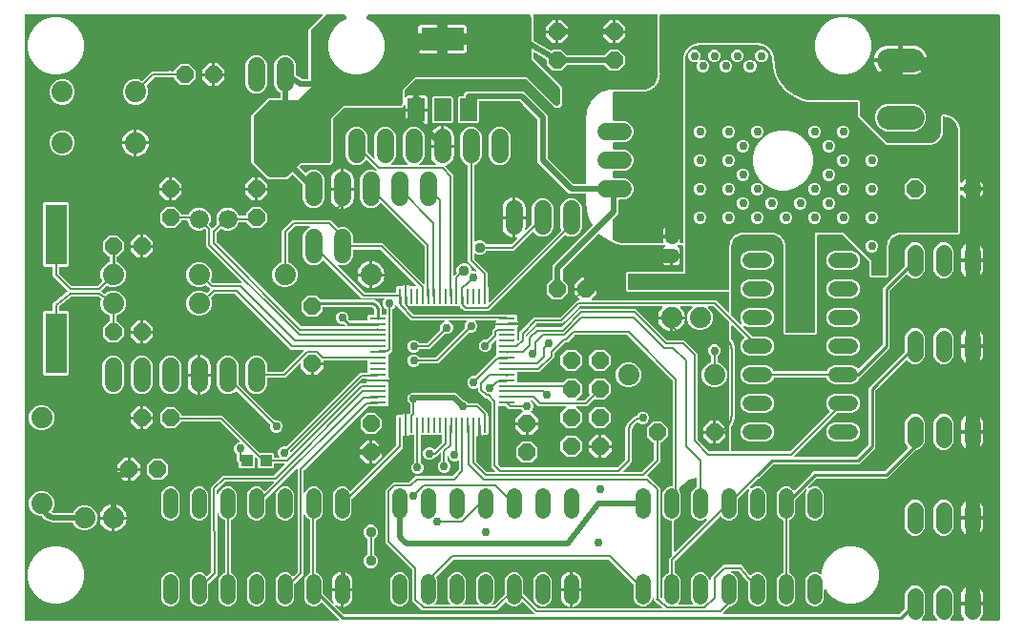
<source format=gbr>
G04 EAGLE Gerber X2 export*
%TF.Part,Single*%
%TF.FileFunction,Copper,L1,Top,Mixed*%
%TF.FilePolarity,Positive*%
%TF.GenerationSoftware,Autodesk,EAGLE,8.6.3*%
%TF.CreationDate,2018-02-25T02:16:23Z*%
G75*
%MOMM*%
%FSLAX34Y34*%
%LPD*%
%AMOC8*
5,1,8,0,0,1.08239X$1,22.5*%
G01*
%ADD10C,1.879600*%
%ADD11R,1.100000X1.000000*%
%ADD12R,1.000000X1.100000*%
%ADD13C,1.524000*%
%ADD14P,1.632244X8X202.500000*%
%ADD15P,1.632244X8X112.500000*%
%ADD16P,1.632244X8X22.500000*%
%ADD17P,1.632244X8X292.500000*%
%ADD18C,1.320800*%
%ADD19R,1.500000X2.000000*%
%ADD20R,3.800000X2.000000*%
%ADD21C,1.422400*%
%ADD22R,1.473200X0.279400*%
%ADD23R,0.279400X1.473200*%
%ADD24C,2.095500*%
%ADD25C,1.676400*%
%ADD26R,1.930400X5.334000*%
%ADD27P,1.649562X8X292.500000*%
%ADD28C,0.177800*%
%ADD29C,0.508000*%
%ADD30C,0.950000*%
%ADD31C,1.270000*%
%ADD32C,0.203200*%
%ADD33C,0.756400*%
%ADD34C,0.406400*%
%ADD35C,0.200000*%
%ADD36C,0.254000*%

G36*
X301584Y162576D02*
X301584Y162576D01*
X301673Y162586D01*
X301694Y162596D01*
X301717Y162600D01*
X301794Y162646D01*
X301874Y162685D01*
X301890Y162702D01*
X301911Y162715D01*
X301967Y162783D01*
X302028Y162848D01*
X302037Y162870D01*
X302052Y162889D01*
X302080Y162973D01*
X302115Y163055D01*
X302116Y163079D01*
X302124Y163101D01*
X302121Y163190D01*
X302125Y163279D01*
X302118Y163302D01*
X302117Y163326D01*
X302084Y163408D01*
X302056Y163493D01*
X302041Y163514D01*
X302033Y163533D01*
X301999Y163571D01*
X301945Y163643D01*
X301565Y164023D01*
X286922Y178666D01*
X286868Y178704D01*
X286820Y178749D01*
X286777Y178767D01*
X286738Y178794D01*
X286674Y178811D01*
X286614Y178836D01*
X286566Y178839D01*
X286521Y178850D01*
X286455Y178843D01*
X286389Y178846D01*
X286345Y178832D01*
X286298Y178827D01*
X286239Y178798D01*
X286176Y178778D01*
X286132Y178745D01*
X286096Y178728D01*
X286069Y178699D01*
X286025Y178666D01*
X284148Y176789D01*
X281067Y175513D01*
X277733Y175513D01*
X274652Y176789D01*
X272293Y179148D01*
X271017Y182229D01*
X271017Y198771D01*
X272293Y201852D01*
X274652Y204211D01*
X276087Y204805D01*
X276132Y204834D01*
X276182Y204855D01*
X276226Y204894D01*
X276276Y204926D01*
X276308Y204970D01*
X276348Y205006D01*
X276375Y205058D01*
X276410Y205106D01*
X276426Y205157D01*
X276451Y205206D01*
X276461Y205276D01*
X276474Y205321D01*
X276472Y205351D01*
X276478Y205391D01*
X276478Y251809D01*
X276469Y251862D01*
X276469Y251916D01*
X276449Y251972D01*
X276439Y252030D01*
X276411Y252076D01*
X276393Y252127D01*
X276354Y252172D01*
X276324Y252223D01*
X276282Y252257D01*
X276247Y252298D01*
X276186Y252335D01*
X276150Y252364D01*
X276121Y252374D01*
X276087Y252395D01*
X274652Y252989D01*
X272293Y255348D01*
X271731Y256706D01*
X271702Y256750D01*
X271695Y256768D01*
X271681Y256784D01*
X271677Y256790D01*
X271625Y256877D01*
X271616Y256884D01*
X271610Y256894D01*
X271529Y256955D01*
X271451Y257018D01*
X271440Y257022D01*
X271430Y257029D01*
X271334Y257058D01*
X271239Y257090D01*
X271227Y257090D01*
X271215Y257093D01*
X271114Y257087D01*
X271014Y257084D01*
X271003Y257079D01*
X270992Y257078D01*
X270899Y257037D01*
X270807Y256999D01*
X270798Y256991D01*
X270787Y256986D01*
X270715Y256916D01*
X270641Y256848D01*
X270635Y256837D01*
X270627Y256829D01*
X270585Y256738D01*
X270538Y256648D01*
X270536Y256635D01*
X270532Y256626D01*
X270528Y256580D01*
X270521Y256534D01*
X270518Y256523D01*
X270518Y256512D01*
X270511Y256463D01*
X270511Y203619D01*
X262569Y195677D01*
X262544Y195642D01*
X262513Y195613D01*
X262481Y195550D01*
X262440Y195493D01*
X262430Y195451D01*
X262410Y195414D01*
X262397Y195324D01*
X262384Y195275D01*
X262387Y195255D01*
X262383Y195228D01*
X262383Y182229D01*
X261107Y179148D01*
X258748Y176789D01*
X255667Y175513D01*
X252333Y175513D01*
X249252Y176789D01*
X246893Y179148D01*
X245617Y182229D01*
X245617Y198771D01*
X246893Y201852D01*
X249252Y204211D01*
X252333Y205487D01*
X255667Y205487D01*
X258748Y204211D01*
X260704Y202255D01*
X260758Y202217D01*
X260806Y202172D01*
X260850Y202154D01*
X260888Y202127D01*
X260952Y202110D01*
X261013Y202085D01*
X261060Y202083D01*
X261106Y202071D01*
X261171Y202078D01*
X261237Y202075D01*
X261282Y202089D01*
X261329Y202094D01*
X261388Y202123D01*
X261450Y202143D01*
X261495Y202176D01*
X261530Y202193D01*
X261557Y202222D01*
X261601Y202255D01*
X264990Y205643D01*
X265014Y205678D01*
X265045Y205707D01*
X265077Y205770D01*
X265118Y205827D01*
X265128Y205869D01*
X265148Y205906D01*
X265161Y205996D01*
X265174Y206045D01*
X265171Y206066D01*
X265175Y206092D01*
X265175Y286108D01*
X265168Y286149D01*
X265170Y286192D01*
X265148Y286259D01*
X265136Y286329D01*
X265114Y286365D01*
X265101Y286405D01*
X265048Y286477D01*
X265048Y288824D01*
X265077Y288880D01*
X265118Y288938D01*
X265128Y288979D01*
X265148Y289017D01*
X265161Y289107D01*
X265174Y289155D01*
X265171Y289176D01*
X265175Y289202D01*
X265175Y297209D01*
X265159Y297297D01*
X265150Y297385D01*
X265140Y297407D01*
X265136Y297430D01*
X265090Y297507D01*
X265051Y297587D01*
X265034Y297603D01*
X265021Y297623D01*
X264952Y297679D01*
X264888Y297741D01*
X264866Y297750D01*
X264847Y297765D01*
X264763Y297793D01*
X264681Y297828D01*
X264657Y297829D01*
X264635Y297837D01*
X264546Y297834D01*
X264457Y297838D01*
X264434Y297831D01*
X264410Y297830D01*
X264328Y297797D01*
X264243Y297769D01*
X264222Y297754D01*
X264203Y297746D01*
X264165Y297712D01*
X264093Y297658D01*
X237169Y270734D01*
X237144Y270699D01*
X237113Y270670D01*
X237081Y270607D01*
X237040Y270550D01*
X237030Y270508D01*
X237010Y270471D01*
X236997Y270381D01*
X236984Y270332D01*
X236987Y270311D01*
X236983Y270285D01*
X236983Y258429D01*
X235707Y255348D01*
X233348Y252989D01*
X230267Y251713D01*
X226933Y251713D01*
X223852Y252989D01*
X221493Y255348D01*
X220217Y258429D01*
X220217Y274971D01*
X221493Y278052D01*
X223852Y280411D01*
X226933Y281687D01*
X230267Y281687D01*
X233348Y280411D01*
X235709Y278050D01*
X235747Y277991D01*
X235781Y277921D01*
X235807Y277897D01*
X235826Y277867D01*
X235888Y277821D01*
X235944Y277768D01*
X235977Y277754D01*
X236005Y277732D01*
X236080Y277710D01*
X236151Y277680D01*
X236187Y277678D01*
X236220Y277668D01*
X236298Y277674D01*
X236375Y277670D01*
X236409Y277681D01*
X236444Y277683D01*
X236515Y277715D01*
X236589Y277739D01*
X236621Y277763D01*
X236649Y277775D01*
X236682Y277808D01*
X236739Y277850D01*
X244191Y285302D01*
X244242Y285375D01*
X244298Y285444D01*
X244305Y285466D01*
X244319Y285486D01*
X244341Y285572D01*
X244370Y285656D01*
X244369Y285680D01*
X244375Y285703D01*
X244366Y285792D01*
X244363Y285881D01*
X244354Y285903D01*
X244352Y285926D01*
X244312Y286006D01*
X244279Y286088D01*
X244263Y286106D01*
X244252Y286127D01*
X244187Y286188D01*
X244127Y286254D01*
X244106Y286265D01*
X244089Y286281D01*
X244007Y286316D01*
X243928Y286357D01*
X243902Y286360D01*
X243882Y286369D01*
X243832Y286371D01*
X243742Y286384D01*
X201720Y286384D01*
X201687Y286378D01*
X201653Y286381D01*
X201577Y286359D01*
X201499Y286345D01*
X201470Y286328D01*
X201438Y286318D01*
X201347Y286255D01*
X201306Y286230D01*
X201297Y286220D01*
X201284Y286211D01*
X194006Y279332D01*
X193975Y279290D01*
X193936Y279254D01*
X193909Y279200D01*
X193873Y279151D01*
X193858Y279101D01*
X193835Y279054D01*
X193824Y278981D01*
X193811Y278936D01*
X193813Y278907D01*
X193807Y278869D01*
X193818Y275745D01*
X193836Y275648D01*
X193850Y275549D01*
X193856Y275537D01*
X193858Y275525D01*
X193909Y275439D01*
X193957Y275352D01*
X193967Y275343D01*
X193973Y275332D01*
X194051Y275269D01*
X194126Y275204D01*
X194138Y275199D01*
X194148Y275191D01*
X194243Y275159D01*
X194335Y275124D01*
X194348Y275124D01*
X194361Y275120D01*
X194460Y275123D01*
X194560Y275122D01*
X194572Y275127D01*
X194585Y275127D01*
X194677Y275165D01*
X194771Y275199D01*
X194781Y275207D01*
X194793Y275212D01*
X194866Y275280D01*
X194942Y275344D01*
X194949Y275356D01*
X194958Y275364D01*
X194979Y275406D01*
X195038Y275505D01*
X196093Y278052D01*
X198452Y280411D01*
X201533Y281687D01*
X204867Y281687D01*
X207948Y280411D01*
X210307Y278052D01*
X211583Y274971D01*
X211583Y258429D01*
X210307Y255348D01*
X207948Y252989D01*
X206640Y252448D01*
X206595Y252418D01*
X206545Y252398D01*
X206501Y252358D01*
X206451Y252326D01*
X206419Y252283D01*
X206379Y252247D01*
X206352Y252194D01*
X206317Y252147D01*
X206301Y252095D01*
X206276Y252047D01*
X206266Y251977D01*
X206253Y251932D01*
X206255Y251901D01*
X206249Y251862D01*
X206249Y205338D01*
X206258Y205285D01*
X206258Y205231D01*
X206278Y205175D01*
X206288Y205118D01*
X206316Y205071D01*
X206334Y205020D01*
X206373Y204975D01*
X206403Y204924D01*
X206445Y204890D01*
X206480Y204849D01*
X206541Y204812D01*
X206577Y204783D01*
X206606Y204773D01*
X206640Y204752D01*
X207948Y204211D01*
X210307Y201852D01*
X211583Y198771D01*
X211583Y182229D01*
X210307Y179148D01*
X207948Y176789D01*
X204867Y175513D01*
X201533Y175513D01*
X198452Y176789D01*
X196093Y179148D01*
X194817Y182229D01*
X194817Y198771D01*
X196093Y201852D01*
X198452Y204211D01*
X200522Y205068D01*
X200567Y205097D01*
X200617Y205118D01*
X200661Y205157D01*
X200711Y205189D01*
X200743Y205232D01*
X200783Y205269D01*
X200810Y205321D01*
X200845Y205369D01*
X200861Y205420D01*
X200886Y205469D01*
X200896Y205539D01*
X200909Y205584D01*
X200907Y205614D01*
X200913Y205654D01*
X200913Y251546D01*
X200904Y251599D01*
X200904Y251653D01*
X200884Y251709D01*
X200874Y251767D01*
X200846Y251813D01*
X200828Y251864D01*
X200789Y251909D01*
X200759Y251960D01*
X200717Y251994D01*
X200682Y252035D01*
X200621Y252072D01*
X200585Y252101D01*
X200556Y252111D01*
X200522Y252132D01*
X198452Y252989D01*
X196093Y255348D01*
X195100Y257747D01*
X195044Y257833D01*
X194993Y257920D01*
X194984Y257927D01*
X194978Y257936D01*
X194897Y257997D01*
X194818Y258061D01*
X194808Y258064D01*
X194799Y258071D01*
X194702Y258100D01*
X194605Y258132D01*
X194594Y258132D01*
X194584Y258135D01*
X194482Y258128D01*
X194381Y258125D01*
X194371Y258121D01*
X194360Y258120D01*
X194267Y258078D01*
X194173Y258040D01*
X194165Y258032D01*
X194155Y258028D01*
X194083Y257957D01*
X194008Y257888D01*
X194003Y257878D01*
X193996Y257870D01*
X193953Y257778D01*
X193906Y257688D01*
X193905Y257676D01*
X193901Y257667D01*
X193897Y257623D01*
X193879Y257502D01*
X194052Y206094D01*
X194057Y206069D01*
X194057Y204734D01*
X194057Y204733D01*
X194057Y204732D01*
X194060Y203623D01*
X193281Y202843D01*
X193280Y202842D01*
X193279Y202842D01*
X192357Y201913D01*
X192347Y201907D01*
X192334Y201891D01*
X192313Y201875D01*
X186369Y195931D01*
X186344Y195896D01*
X186313Y195867D01*
X186281Y195804D01*
X186240Y195747D01*
X186230Y195705D01*
X186210Y195668D01*
X186197Y195578D01*
X186184Y195529D01*
X186187Y195509D01*
X186183Y195482D01*
X186183Y182229D01*
X184907Y179148D01*
X182548Y176789D01*
X179467Y175513D01*
X176133Y175513D01*
X173052Y176789D01*
X170693Y179148D01*
X169417Y182229D01*
X169417Y198771D01*
X170693Y201852D01*
X173052Y204211D01*
X176133Y205487D01*
X179467Y205487D01*
X182548Y204211D01*
X184377Y202382D01*
X184431Y202344D01*
X184479Y202299D01*
X184523Y202281D01*
X184561Y202254D01*
X184625Y202237D01*
X184686Y202212D01*
X184733Y202210D01*
X184779Y202198D01*
X184844Y202205D01*
X184910Y202202D01*
X184955Y202216D01*
X185002Y202221D01*
X185061Y202250D01*
X185123Y202270D01*
X185168Y202303D01*
X185203Y202320D01*
X185230Y202349D01*
X185274Y202382D01*
X188531Y205639D01*
X188556Y205674D01*
X188588Y205704D01*
X188619Y205766D01*
X188659Y205823D01*
X188670Y205865D01*
X188690Y205904D01*
X188702Y205991D01*
X188715Y206040D01*
X188713Y206062D01*
X188717Y206089D01*
X188472Y278973D01*
X188466Y279005D01*
X188468Y279038D01*
X188446Y279115D01*
X188435Y279174D01*
X188467Y280311D01*
X188466Y280320D01*
X188467Y280331D01*
X188463Y281435D01*
X189265Y282192D01*
X189270Y282199D01*
X189279Y282206D01*
X190081Y283013D01*
X190099Y283018D01*
X190192Y283083D01*
X190232Y283107D01*
X190240Y283117D01*
X190252Y283126D01*
X198539Y290958D01*
X198544Y290965D01*
X198552Y290971D01*
X199332Y291751D01*
X200435Y291720D01*
X200443Y291721D01*
X200452Y291720D01*
X244123Y291720D01*
X244165Y291727D01*
X244207Y291725D01*
X244275Y291747D01*
X244344Y291759D01*
X244381Y291781D01*
X244421Y291794D01*
X244494Y291848D01*
X244537Y291874D01*
X244551Y291890D01*
X244572Y291906D01*
X253843Y301177D01*
X253894Y301250D01*
X253950Y301319D01*
X253957Y301341D01*
X253971Y301361D01*
X253993Y301447D01*
X254022Y301531D01*
X254021Y301555D01*
X254027Y301578D01*
X254018Y301667D01*
X254015Y301756D01*
X254006Y301778D01*
X254004Y301801D01*
X253964Y301881D01*
X253931Y301963D01*
X253915Y301981D01*
X253904Y302002D01*
X253839Y302063D01*
X253779Y302129D01*
X253758Y302140D01*
X253741Y302156D01*
X253659Y302191D01*
X253580Y302232D01*
X253554Y302235D01*
X253534Y302244D01*
X253484Y302246D01*
X253394Y302259D01*
X245013Y302259D01*
X244948Y302248D01*
X244882Y302246D01*
X244839Y302228D01*
X244792Y302220D01*
X244735Y302186D01*
X244675Y302161D01*
X244640Y302130D01*
X244599Y302105D01*
X244557Y302054D01*
X244509Y302010D01*
X244487Y301968D01*
X244458Y301931D01*
X244437Y301869D01*
X244406Y301810D01*
X244398Y301756D01*
X244386Y301719D01*
X244387Y301679D01*
X244379Y301625D01*
X244379Y299063D01*
X243337Y298021D01*
X230863Y298021D01*
X229821Y299063D01*
X229821Y305766D01*
X229814Y305808D01*
X229816Y305850D01*
X229794Y305918D01*
X229782Y305987D01*
X229760Y306024D01*
X229747Y306064D01*
X229693Y306137D01*
X229667Y306180D01*
X229651Y306194D01*
X229635Y306215D01*
X228461Y307389D01*
X228388Y307440D01*
X228319Y307496D01*
X228297Y307503D01*
X228277Y307517D01*
X228191Y307539D01*
X228107Y307568D01*
X228083Y307567D01*
X228060Y307573D01*
X227971Y307564D01*
X227882Y307561D01*
X227860Y307552D01*
X227837Y307550D01*
X227757Y307510D01*
X227675Y307477D01*
X227657Y307461D01*
X227636Y307450D01*
X227575Y307385D01*
X227509Y307325D01*
X227498Y307304D01*
X227482Y307287D01*
X227447Y307205D01*
X227406Y307126D01*
X227403Y307100D01*
X227394Y307080D01*
X227392Y307030D01*
X227379Y306940D01*
X227379Y299063D01*
X226337Y298021D01*
X213863Y298021D01*
X212821Y299063D01*
X212821Y302319D01*
X212814Y302361D01*
X212816Y302403D01*
X212794Y302471D01*
X212782Y302540D01*
X212760Y302577D01*
X212747Y302617D01*
X212693Y302690D01*
X212667Y302733D01*
X212651Y302747D01*
X212635Y302768D01*
X211581Y303822D01*
X211581Y310257D01*
X211572Y310311D01*
X211572Y310365D01*
X211552Y310420D01*
X211542Y310478D01*
X211514Y310525D01*
X211496Y310576D01*
X211457Y310621D01*
X211427Y310671D01*
X211385Y310705D01*
X211350Y310747D01*
X211289Y310783D01*
X211253Y310813D01*
X211224Y310823D01*
X211190Y310843D01*
X211099Y310881D01*
X209535Y312445D01*
X208688Y314489D01*
X208688Y316701D01*
X209535Y318745D01*
X211099Y320309D01*
X213143Y321156D01*
X213163Y321156D01*
X213251Y321172D01*
X213339Y321181D01*
X213361Y321191D01*
X213384Y321195D01*
X213461Y321241D01*
X213541Y321280D01*
X213557Y321297D01*
X213577Y321310D01*
X213633Y321379D01*
X213695Y321443D01*
X213704Y321465D01*
X213719Y321484D01*
X213747Y321568D01*
X213782Y321650D01*
X213783Y321674D01*
X213791Y321696D01*
X213788Y321785D01*
X213792Y321874D01*
X213785Y321897D01*
X213784Y321921D01*
X213751Y322003D01*
X213723Y322088D01*
X213708Y322109D01*
X213700Y322128D01*
X213666Y322166D01*
X213612Y322238D01*
X196439Y339411D01*
X196404Y339436D01*
X196375Y339467D01*
X196312Y339499D01*
X196255Y339540D01*
X196213Y339550D01*
X196176Y339570D01*
X196086Y339583D01*
X196037Y339596D01*
X196016Y339593D01*
X195990Y339597D01*
X162353Y339597D01*
X162288Y339586D01*
X162222Y339584D01*
X162179Y339566D01*
X162132Y339558D01*
X162075Y339524D01*
X162015Y339499D01*
X161980Y339468D01*
X161939Y339443D01*
X161897Y339392D01*
X161849Y339348D01*
X161827Y339306D01*
X161798Y339269D01*
X161777Y339207D01*
X161746Y339148D01*
X161738Y339094D01*
X161726Y339057D01*
X161726Y339047D01*
X156260Y333581D01*
X148540Y333581D01*
X143081Y339040D01*
X143081Y346760D01*
X148540Y352219D01*
X156260Y352219D01*
X161719Y346760D01*
X161719Y345567D01*
X161730Y345502D01*
X161732Y345436D01*
X161750Y345393D01*
X161758Y345346D01*
X161792Y345289D01*
X161817Y345229D01*
X161848Y345194D01*
X161873Y345153D01*
X161924Y345111D01*
X161968Y345063D01*
X162010Y345041D01*
X162047Y345012D01*
X162109Y344991D01*
X162168Y344960D01*
X162222Y344952D01*
X162259Y344940D01*
X162299Y344941D01*
X162353Y344933D01*
X198463Y344933D01*
X200212Y343184D01*
X231631Y311765D01*
X231659Y311745D01*
X231664Y311740D01*
X231669Y311737D01*
X231695Y311709D01*
X231758Y311677D01*
X231815Y311636D01*
X231857Y311626D01*
X231894Y311606D01*
X231984Y311593D01*
X232033Y311580D01*
X232053Y311583D01*
X232080Y311579D01*
X243337Y311579D01*
X244379Y310537D01*
X244379Y308229D01*
X244390Y308164D01*
X244392Y308098D01*
X244410Y308055D01*
X244418Y308008D01*
X244452Y307951D01*
X244477Y307891D01*
X244508Y307856D01*
X244533Y307815D01*
X244584Y307773D01*
X244628Y307725D01*
X244670Y307703D01*
X244707Y307674D01*
X244769Y307653D01*
X244828Y307622D01*
X244882Y307614D01*
X244919Y307602D01*
X244959Y307603D01*
X245013Y307595D01*
X248414Y307595D01*
X248502Y307610D01*
X248590Y307620D01*
X248611Y307630D01*
X248635Y307634D01*
X248712Y307680D01*
X248791Y307719D01*
X248808Y307736D01*
X248828Y307749D01*
X248884Y307818D01*
X248945Y307882D01*
X248954Y307904D01*
X248969Y307923D01*
X248998Y308007D01*
X249033Y308089D01*
X249034Y308113D01*
X249041Y308135D01*
X249039Y308224D01*
X249043Y308313D01*
X249035Y308336D01*
X249035Y308360D01*
X249001Y308442D01*
X248974Y308527D01*
X248958Y308548D01*
X248950Y308567D01*
X248916Y308605D01*
X248862Y308677D01*
X248651Y308889D01*
X247804Y310933D01*
X247804Y313145D01*
X248651Y315189D01*
X250215Y316753D01*
X252259Y317600D01*
X254471Y317600D01*
X254562Y317562D01*
X254615Y317551D01*
X254665Y317530D01*
X254723Y317527D01*
X254781Y317514D01*
X254835Y317522D01*
X254889Y317520D01*
X254945Y317538D01*
X255003Y317546D01*
X255051Y317572D01*
X255102Y317588D01*
X255159Y317630D01*
X255200Y317653D01*
X255221Y317676D01*
X255253Y317700D01*
X320713Y383160D01*
X326771Y383160D01*
X326836Y383171D01*
X326902Y383173D01*
X326945Y383191D01*
X326992Y383199D01*
X327049Y383233D01*
X327109Y383258D01*
X327144Y383289D01*
X327185Y383314D01*
X327227Y383365D01*
X327275Y383409D01*
X327297Y383451D01*
X327326Y383488D01*
X327347Y383550D01*
X327378Y383609D01*
X327386Y383663D01*
X327398Y383700D01*
X327397Y383740D01*
X327405Y383794D01*
X327405Y388231D01*
X327446Y388274D01*
X327464Y388317D01*
X327491Y388356D01*
X327508Y388420D01*
X327533Y388480D01*
X327535Y388527D01*
X327547Y388573D01*
X327540Y388638D01*
X327543Y388704D01*
X327529Y388749D01*
X327524Y388796D01*
X327495Y388855D01*
X327474Y388918D01*
X327442Y388962D01*
X327424Y388997D01*
X327405Y389015D01*
X327405Y392811D01*
X327394Y392876D01*
X327392Y392942D01*
X327374Y392985D01*
X327366Y393032D01*
X327332Y393089D01*
X327307Y393149D01*
X327276Y393184D01*
X327251Y393225D01*
X327200Y393267D01*
X327156Y393315D01*
X327114Y393337D01*
X327077Y393366D01*
X327015Y393387D01*
X326956Y393418D01*
X326902Y393426D01*
X326865Y393438D01*
X326825Y393437D01*
X326771Y393445D01*
X288845Y393445D01*
X288780Y393434D01*
X288714Y393432D01*
X288671Y393414D01*
X288624Y393406D01*
X288567Y393372D01*
X288507Y393347D01*
X288472Y393316D01*
X288431Y393291D01*
X288389Y393240D01*
X288341Y393196D01*
X288319Y393154D01*
X288290Y393117D01*
X288269Y393055D01*
X288238Y392996D01*
X288230Y392942D01*
X288218Y392905D01*
X288218Y392889D01*
X288218Y392887D01*
X288218Y392863D01*
X288211Y392811D01*
X288211Y392429D01*
X278765Y392429D01*
X278700Y392418D01*
X278635Y392416D01*
X278591Y392398D01*
X278544Y392390D01*
X278488Y392356D01*
X278427Y392331D01*
X278392Y392299D01*
X278351Y392275D01*
X278310Y392224D01*
X278261Y392180D01*
X278239Y392138D01*
X278210Y392101D01*
X278189Y392039D01*
X278159Y391980D01*
X278150Y391926D01*
X278138Y391889D01*
X278139Y391849D01*
X278131Y391795D01*
X278131Y391159D01*
X277495Y391159D01*
X277430Y391147D01*
X277364Y391146D01*
X277321Y391128D01*
X277274Y391119D01*
X277217Y391086D01*
X277157Y391061D01*
X277122Y391029D01*
X277081Y391005D01*
X277040Y390954D01*
X276991Y390910D01*
X276969Y390868D01*
X276940Y390831D01*
X276919Y390769D01*
X276888Y390710D01*
X276880Y390656D01*
X276868Y390619D01*
X276869Y390579D01*
X276861Y390525D01*
X276861Y381079D01*
X273954Y381079D01*
X268049Y386984D01*
X268049Y390233D01*
X268033Y390321D01*
X268024Y390409D01*
X268014Y390430D01*
X268010Y390454D01*
X267964Y390530D01*
X267925Y390610D01*
X267908Y390626D01*
X267895Y390647D01*
X267826Y390703D01*
X267762Y390764D01*
X267740Y390773D01*
X267721Y390788D01*
X267637Y390817D01*
X267555Y390851D01*
X267531Y390853D01*
X267509Y390860D01*
X267420Y390858D01*
X267331Y390861D01*
X267308Y390854D01*
X267284Y390854D01*
X267202Y390820D01*
X267117Y390793D01*
X267096Y390777D01*
X267077Y390769D01*
X267039Y390735D01*
X266967Y390681D01*
X256320Y380035D01*
X254507Y378221D01*
X238633Y378221D01*
X238568Y378210D01*
X238502Y378208D01*
X238459Y378190D01*
X238412Y378182D01*
X238355Y378148D01*
X238295Y378123D01*
X238260Y378092D01*
X238219Y378067D01*
X238177Y378016D01*
X238129Y377972D01*
X238107Y377930D01*
X238078Y377893D01*
X238057Y377831D01*
X238026Y377772D01*
X238018Y377718D01*
X238006Y377681D01*
X238006Y377666D01*
X238006Y377665D01*
X238006Y377639D01*
X237999Y377587D01*
X237999Y371510D01*
X236568Y368056D01*
X233924Y365412D01*
X230470Y363981D01*
X226730Y363981D01*
X223276Y365412D01*
X220632Y368056D01*
X219201Y371510D01*
X219201Y390490D01*
X220632Y393944D01*
X223276Y396588D01*
X226730Y398019D01*
X230470Y398019D01*
X233924Y396588D01*
X236568Y393944D01*
X237999Y390490D01*
X237999Y384413D01*
X238010Y384348D01*
X238012Y384282D01*
X238030Y384239D01*
X238038Y384192D01*
X238072Y384135D01*
X238097Y384075D01*
X238128Y384040D01*
X238153Y383999D01*
X238204Y383957D01*
X238248Y383909D01*
X238290Y383887D01*
X238327Y383858D01*
X238389Y383837D01*
X238448Y383806D01*
X238502Y383798D01*
X238539Y383786D01*
X238579Y383787D01*
X238633Y383779D01*
X251942Y383779D01*
X251984Y383786D01*
X252026Y383784D01*
X252093Y383806D01*
X252163Y383818D01*
X252199Y383840D01*
X252240Y383853D01*
X252312Y383907D01*
X252356Y383933D01*
X252369Y383949D01*
X252390Y383965D01*
X263075Y394649D01*
X263099Y394684D01*
X263131Y394713D01*
X263146Y394743D01*
X270672Y402269D01*
X270722Y402342D01*
X270779Y402411D01*
X270786Y402433D01*
X270800Y402453D01*
X270822Y402539D01*
X270851Y402623D01*
X270850Y402647D01*
X270856Y402670D01*
X270847Y402759D01*
X270844Y402848D01*
X270835Y402870D01*
X270833Y402893D01*
X270793Y402973D01*
X270760Y403055D01*
X270744Y403073D01*
X270733Y403094D01*
X270668Y403155D01*
X270608Y403221D01*
X270587Y403232D01*
X270570Y403248D01*
X270488Y403283D01*
X270409Y403324D01*
X270382Y403327D01*
X270363Y403336D01*
X270313Y403338D01*
X270223Y403351D01*
X259446Y403351D01*
X209848Y452949D01*
X209813Y452974D01*
X209785Y453005D01*
X209722Y453037D01*
X209664Y453078D01*
X209623Y453088D01*
X209585Y453108D01*
X209495Y453121D01*
X209447Y453134D01*
X209426Y453131D01*
X209400Y453135D01*
X191920Y453135D01*
X191879Y453128D01*
X191836Y453130D01*
X191769Y453108D01*
X191699Y453096D01*
X191663Y453074D01*
X191623Y453061D01*
X191550Y453007D01*
X191506Y452981D01*
X191493Y452965D01*
X191472Y452950D01*
X188184Y449661D01*
X188153Y449617D01*
X188114Y449579D01*
X188089Y449525D01*
X188055Y449477D01*
X188042Y449425D01*
X188019Y449376D01*
X188014Y449317D01*
X188000Y449260D01*
X188005Y449206D01*
X188001Y449152D01*
X188018Y449083D01*
X188023Y449037D01*
X188036Y449009D01*
X188046Y448970D01*
X188977Y446723D01*
X188977Y442277D01*
X187275Y438169D01*
X184131Y435025D01*
X180023Y433323D01*
X175577Y433323D01*
X171469Y435025D01*
X168325Y438169D01*
X166623Y442277D01*
X166623Y446723D01*
X168325Y450831D01*
X171469Y453975D01*
X175577Y455677D01*
X180023Y455677D01*
X184066Y454002D01*
X184119Y453991D01*
X184169Y453969D01*
X184228Y453967D01*
X184285Y453954D01*
X184339Y453962D01*
X184393Y453959D01*
X184449Y453977D01*
X184507Y453986D01*
X184555Y454012D01*
X184607Y454028D01*
X184664Y454070D01*
X184705Y454093D01*
X184725Y454116D01*
X184757Y454140D01*
X187369Y456752D01*
X187407Y456806D01*
X187452Y456853D01*
X187470Y456897D01*
X187497Y456936D01*
X187514Y456999D01*
X187539Y457060D01*
X187541Y457107D01*
X187553Y457153D01*
X187546Y457218D01*
X187549Y457284D01*
X187535Y457329D01*
X187530Y457376D01*
X187501Y457435D01*
X187481Y457498D01*
X187448Y457542D01*
X187431Y457577D01*
X187402Y457604D01*
X187369Y457648D01*
X187325Y457692D01*
X187312Y457702D01*
X187298Y457718D01*
X184511Y460195D01*
X184481Y460214D01*
X184456Y460239D01*
X184386Y460272D01*
X184320Y460312D01*
X184285Y460319D01*
X184253Y460334D01*
X184176Y460341D01*
X184100Y460355D01*
X184064Y460350D01*
X184029Y460353D01*
X183927Y460327D01*
X183878Y460319D01*
X183865Y460312D01*
X183847Y460307D01*
X180023Y458723D01*
X175577Y458723D01*
X171469Y460425D01*
X168325Y463569D01*
X166623Y467677D01*
X166623Y472123D01*
X168325Y476231D01*
X171469Y479375D01*
X175577Y481077D01*
X180023Y481077D01*
X184131Y479375D01*
X187275Y476231D01*
X188977Y472123D01*
X188977Y467677D01*
X187947Y465190D01*
X187931Y465119D01*
X187907Y465051D01*
X187908Y465011D01*
X187899Y464971D01*
X187909Y464899D01*
X187910Y464827D01*
X187925Y464789D01*
X187930Y464749D01*
X187965Y464685D01*
X187991Y464617D01*
X188021Y464582D01*
X188037Y464552D01*
X188070Y464523D01*
X188111Y464474D01*
X190112Y462695D01*
X190133Y462682D01*
X190149Y462665D01*
X190228Y462624D01*
X190304Y462578D01*
X190327Y462573D01*
X190348Y462562D01*
X190494Y462541D01*
X190524Y462535D01*
X190528Y462536D01*
X190534Y462535D01*
X215264Y462535D01*
X215352Y462551D01*
X215441Y462560D01*
X215462Y462570D01*
X215485Y462574D01*
X215562Y462620D01*
X215642Y462659D01*
X215658Y462676D01*
X215678Y462689D01*
X215734Y462758D01*
X215796Y462822D01*
X215805Y462844D01*
X215820Y462863D01*
X215848Y462947D01*
X215883Y463029D01*
X215884Y463053D01*
X215892Y463075D01*
X215889Y463164D01*
X215893Y463253D01*
X215886Y463276D01*
X215885Y463300D01*
X215852Y463382D01*
X215824Y463467D01*
X215809Y463488D01*
X215801Y463507D01*
X215767Y463545D01*
X215713Y463617D01*
X188265Y491065D01*
X183911Y495419D01*
X183911Y497822D01*
X183916Y497830D01*
X183929Y497920D01*
X183942Y497969D01*
X183939Y497989D01*
X183943Y498016D01*
X183943Y509094D01*
X183936Y509136D01*
X183938Y509178D01*
X183916Y509246D01*
X183904Y509315D01*
X183882Y509352D01*
X183869Y509392D01*
X183815Y509465D01*
X183789Y509508D01*
X183773Y509522D01*
X183758Y509543D01*
X183098Y510203D01*
X183053Y510234D01*
X183015Y510272D01*
X182962Y510297D01*
X182913Y510331D01*
X182861Y510344D01*
X182812Y510367D01*
X182753Y510372D01*
X182696Y510387D01*
X182642Y510381D01*
X182588Y510386D01*
X182519Y510368D01*
X182473Y510363D01*
X182446Y510350D01*
X182406Y510340D01*
X179821Y509269D01*
X175779Y509269D01*
X172044Y510816D01*
X169186Y513674D01*
X167596Y517514D01*
X167567Y517559D01*
X167546Y517609D01*
X167507Y517653D01*
X167475Y517703D01*
X167431Y517735D01*
X167395Y517775D01*
X167342Y517802D01*
X167295Y517837D01*
X167243Y517853D01*
X167195Y517878D01*
X167125Y517888D01*
X167080Y517901D01*
X167050Y517899D01*
X167010Y517905D01*
X162353Y517905D01*
X162288Y517894D01*
X162222Y517892D01*
X162179Y517874D01*
X162132Y517866D01*
X162075Y517832D01*
X162015Y517807D01*
X161980Y517776D01*
X161939Y517751D01*
X161897Y517700D01*
X161849Y517656D01*
X161827Y517614D01*
X161798Y517577D01*
X161777Y517515D01*
X161746Y517456D01*
X161738Y517402D01*
X161726Y517365D01*
X161727Y517325D01*
X161719Y517271D01*
X161719Y516840D01*
X156260Y511381D01*
X148540Y511381D01*
X143081Y516840D01*
X143081Y524560D01*
X148540Y530019D01*
X156260Y530019D01*
X161719Y524560D01*
X161719Y524129D01*
X161730Y524064D01*
X161732Y523998D01*
X161750Y523955D01*
X161758Y523908D01*
X161792Y523851D01*
X161817Y523791D01*
X161848Y523756D01*
X161873Y523715D01*
X161924Y523673D01*
X161968Y523625D01*
X162010Y523603D01*
X162047Y523574D01*
X162109Y523553D01*
X162168Y523522D01*
X162222Y523514D01*
X162259Y523502D01*
X162299Y523503D01*
X162353Y523495D01*
X168062Y523495D01*
X168115Y523504D01*
X168169Y523504D01*
X168225Y523524D01*
X168283Y523534D01*
X168329Y523562D01*
X168380Y523580D01*
X168425Y523619D01*
X168476Y523649D01*
X168510Y523691D01*
X168551Y523726D01*
X168588Y523787D01*
X168617Y523823D01*
X168627Y523852D01*
X168648Y523886D01*
X169186Y525186D01*
X172044Y528044D01*
X175779Y529591D01*
X179821Y529591D01*
X183556Y528044D01*
X186414Y525186D01*
X187961Y521451D01*
X187961Y517409D01*
X186890Y514824D01*
X186878Y514771D01*
X186857Y514721D01*
X186855Y514662D01*
X186842Y514604D01*
X186850Y514551D01*
X186847Y514497D01*
X186865Y514441D01*
X186873Y514382D01*
X186899Y514335D01*
X186916Y514283D01*
X186947Y514241D01*
X186951Y514231D01*
X186962Y514219D01*
X186980Y514185D01*
X187003Y514165D01*
X187027Y514132D01*
X189417Y511743D01*
X189471Y511706D01*
X189518Y511660D01*
X189562Y511642D01*
X189601Y511615D01*
X189664Y511599D01*
X189725Y511573D01*
X189772Y511571D01*
X189818Y511559D01*
X189883Y511566D01*
X189949Y511563D01*
X189994Y511578D01*
X190041Y511582D01*
X190100Y511612D01*
X190163Y511632D01*
X190207Y511664D01*
X190242Y511682D01*
X190269Y511710D01*
X190314Y511743D01*
X193601Y515030D01*
X193632Y515075D01*
X193670Y515113D01*
X193695Y515166D01*
X193729Y515215D01*
X193742Y515267D01*
X193765Y515316D01*
X193770Y515375D01*
X193785Y515432D01*
X193779Y515486D01*
X193784Y515540D01*
X193766Y515609D01*
X193761Y515655D01*
X193748Y515683D01*
X193738Y515722D01*
X193039Y517409D01*
X193039Y521451D01*
X194586Y525186D01*
X197444Y528044D01*
X201179Y529591D01*
X205221Y529591D01*
X208956Y528044D01*
X211814Y525186D01*
X212885Y522600D01*
X212914Y522555D01*
X212934Y522505D01*
X212974Y522461D01*
X213006Y522411D01*
X213049Y522379D01*
X213086Y522339D01*
X213138Y522312D01*
X213185Y522277D01*
X213237Y522261D01*
X213285Y522236D01*
X213356Y522226D01*
X213400Y522213D01*
X213431Y522215D01*
X213471Y522209D01*
X218647Y522209D01*
X218712Y522220D01*
X218778Y522222D01*
X218821Y522240D01*
X218868Y522248D01*
X218925Y522282D01*
X218985Y522307D01*
X219020Y522338D01*
X219061Y522363D01*
X219103Y522414D01*
X219151Y522458D01*
X219173Y522500D01*
X219202Y522537D01*
X219223Y522599D01*
X219254Y522658D01*
X219262Y522712D01*
X219274Y522749D01*
X219273Y522789D01*
X219281Y522843D01*
X219281Y524560D01*
X224740Y530019D01*
X232460Y530019D01*
X237919Y524560D01*
X237919Y516840D01*
X232460Y511381D01*
X224740Y511381D01*
X219656Y516465D01*
X219621Y516490D01*
X219592Y516521D01*
X219530Y516553D01*
X219472Y516594D01*
X219431Y516604D01*
X219393Y516624D01*
X219303Y516637D01*
X219254Y516650D01*
X219234Y516647D01*
X219207Y516651D01*
X213471Y516651D01*
X213417Y516642D01*
X213363Y516642D01*
X213308Y516622D01*
X213250Y516612D01*
X213203Y516584D01*
X213152Y516566D01*
X213107Y516527D01*
X213057Y516497D01*
X213023Y516455D01*
X212981Y516420D01*
X212945Y516359D01*
X212915Y516323D01*
X212906Y516294D01*
X212885Y516260D01*
X211814Y513674D01*
X208956Y510816D01*
X205221Y509269D01*
X201179Y509269D01*
X197696Y510712D01*
X197643Y510724D01*
X197593Y510745D01*
X197534Y510747D01*
X197476Y510760D01*
X197423Y510752D01*
X197369Y510755D01*
X197313Y510737D01*
X197254Y510729D01*
X197207Y510703D01*
X197155Y510686D01*
X197098Y510644D01*
X197057Y510622D01*
X197037Y510599D01*
X197004Y510575D01*
X193464Y507035D01*
X193440Y507000D01*
X193409Y506971D01*
X193377Y506908D01*
X193336Y506851D01*
X193326Y506809D01*
X193306Y506772D01*
X193293Y506682D01*
X193280Y506633D01*
X193283Y506612D01*
X193279Y506586D01*
X193279Y499517D01*
X193286Y499475D01*
X193284Y499432D01*
X193306Y499365D01*
X193318Y499296D01*
X193340Y499259D01*
X193353Y499219D01*
X193407Y499146D01*
X193433Y499103D01*
X193449Y499089D01*
X193465Y499068D01*
X268436Y424097D01*
X268471Y424072D01*
X268500Y424041D01*
X268563Y424009D01*
X268620Y423968D01*
X268661Y423958D01*
X268699Y423938D01*
X268789Y423925D01*
X268838Y423912D01*
X268858Y423915D01*
X268885Y423911D01*
X306847Y423911D01*
X306934Y423926D01*
X307023Y423936D01*
X307044Y423946D01*
X307067Y423950D01*
X307144Y423996D01*
X307224Y424035D01*
X307240Y424052D01*
X307261Y424065D01*
X307317Y424134D01*
X307378Y424198D01*
X307387Y424220D01*
X307402Y424239D01*
X307430Y424323D01*
X307465Y424405D01*
X307466Y424429D01*
X307474Y424451D01*
X307471Y424540D01*
X307475Y424629D01*
X307468Y424652D01*
X307467Y424676D01*
X307434Y424758D01*
X307406Y424843D01*
X307391Y424864D01*
X307383Y424883D01*
X307349Y424921D01*
X307295Y424993D01*
X306235Y426054D01*
X306200Y426078D01*
X306171Y426109D01*
X306109Y426141D01*
X306051Y426182D01*
X306010Y426192D01*
X305972Y426212D01*
X305882Y426225D01*
X305833Y426238D01*
X305813Y426235D01*
X305786Y426239D01*
X303694Y426239D01*
X301650Y427086D01*
X300086Y428650D01*
X299239Y430694D01*
X299239Y432906D01*
X300086Y434950D01*
X301650Y436514D01*
X303694Y437361D01*
X305906Y437361D01*
X307950Y436514D01*
X309514Y434950D01*
X310361Y432906D01*
X310361Y430814D01*
X310368Y430772D01*
X310366Y430729D01*
X310388Y430662D01*
X310400Y430593D01*
X310422Y430556D01*
X310435Y430516D01*
X310489Y430443D01*
X310515Y430400D01*
X310531Y430386D01*
X310547Y430365D01*
X311465Y429447D01*
X311500Y429422D01*
X311529Y429391D01*
X311591Y429359D01*
X311649Y429318D01*
X311690Y429308D01*
X311728Y429288D01*
X311818Y429275D01*
X311867Y429262D01*
X311887Y429265D01*
X311914Y429261D01*
X326771Y429261D01*
X326836Y429272D01*
X326902Y429274D01*
X326945Y429292D01*
X326992Y429300D01*
X327049Y429334D01*
X327109Y429359D01*
X327144Y429390D01*
X327185Y429415D01*
X327227Y429466D01*
X327275Y429510D01*
X327297Y429552D01*
X327326Y429589D01*
X327347Y429651D01*
X327378Y429710D01*
X327386Y429764D01*
X327398Y429801D01*
X327397Y429841D01*
X327405Y429895D01*
X327405Y433426D01*
X328447Y434468D01*
X332867Y434468D01*
X332932Y434479D01*
X332998Y434481D01*
X333041Y434499D01*
X333088Y434507D01*
X333145Y434541D01*
X333205Y434566D01*
X333240Y434597D01*
X333281Y434622D01*
X333323Y434673D01*
X333371Y434717D01*
X333393Y434759D01*
X333422Y434796D01*
X333443Y434858D01*
X333474Y434917D01*
X333482Y434971D01*
X333494Y435008D01*
X333493Y435048D01*
X333501Y435102D01*
X333501Y438150D01*
X333495Y438185D01*
X333496Y438233D01*
X333405Y438923D01*
X333396Y438952D01*
X333394Y438983D01*
X333351Y439093D01*
X333337Y439137D01*
X333330Y439145D01*
X333325Y439157D01*
X332635Y440353D01*
X332589Y440408D01*
X332550Y440468D01*
X332513Y440498D01*
X332490Y440524D01*
X332453Y440546D01*
X332403Y440585D01*
X331207Y441275D01*
X331178Y441286D01*
X331153Y441303D01*
X331039Y441336D01*
X330996Y441351D01*
X330986Y441351D01*
X330973Y441355D01*
X330283Y441446D01*
X330247Y441444D01*
X330200Y441451D01*
X288083Y441451D01*
X288018Y441440D01*
X287952Y441438D01*
X287909Y441420D01*
X287862Y441412D01*
X287805Y441378D01*
X287745Y441353D01*
X287710Y441322D01*
X287669Y441297D01*
X287627Y441246D01*
X287579Y441202D01*
X287557Y441160D01*
X287528Y441123D01*
X287507Y441061D01*
X287476Y441002D01*
X287468Y440948D01*
X287456Y440911D01*
X287457Y440871D01*
X287449Y440817D01*
X287449Y438100D01*
X281990Y432641D01*
X274270Y432641D01*
X268811Y438100D01*
X268811Y445820D01*
X274270Y451279D01*
X281990Y451279D01*
X285534Y447735D01*
X285569Y447710D01*
X285598Y447679D01*
X285661Y447647D01*
X285718Y447606D01*
X285759Y447596D01*
X285797Y447576D01*
X285887Y447563D01*
X285936Y447550D01*
X285956Y447553D01*
X285983Y447549D01*
X332718Y447549D01*
X337080Y445030D01*
X339599Y440668D01*
X339599Y435102D01*
X339610Y435037D01*
X339612Y434971D01*
X339630Y434928D01*
X339638Y434881D01*
X339672Y434824D01*
X339697Y434764D01*
X339728Y434729D01*
X339753Y434688D01*
X339804Y434646D01*
X339848Y434598D01*
X339890Y434576D01*
X339927Y434547D01*
X339989Y434526D01*
X340048Y434495D01*
X340102Y434487D01*
X340139Y434475D01*
X340179Y434476D01*
X340233Y434468D01*
X343408Y434468D01*
X343473Y434479D01*
X343539Y434481D01*
X343582Y434499D01*
X343629Y434507D01*
X343686Y434541D01*
X343746Y434566D01*
X343781Y434597D01*
X343822Y434622D01*
X343864Y434673D01*
X343912Y434717D01*
X343934Y434759D01*
X343963Y434796D01*
X343984Y434858D01*
X344015Y434917D01*
X344023Y434971D01*
X344035Y435008D01*
X344034Y435048D01*
X344042Y435102D01*
X344042Y439162D01*
X344033Y439216D01*
X344033Y439270D01*
X344013Y439325D01*
X344003Y439383D01*
X343975Y439430D01*
X343957Y439481D01*
X343918Y439526D01*
X343888Y439576D01*
X343846Y439610D01*
X343811Y439652D01*
X343750Y439688D01*
X343714Y439718D01*
X343685Y439728D01*
X343651Y439748D01*
X343560Y439786D01*
X341996Y441350D01*
X341149Y443394D01*
X341149Y445606D01*
X341996Y447650D01*
X342207Y447862D01*
X342258Y447935D01*
X342314Y448004D01*
X342322Y448026D01*
X342336Y448046D01*
X342358Y448132D01*
X342386Y448216D01*
X342386Y448240D01*
X342392Y448263D01*
X342382Y448352D01*
X342380Y448441D01*
X342371Y448462D01*
X342368Y448486D01*
X342329Y448566D01*
X342295Y448648D01*
X342279Y448666D01*
X342269Y448687D01*
X342204Y448748D01*
X342144Y448814D01*
X342123Y448825D01*
X342106Y448841D01*
X342024Y448876D01*
X341944Y448917D01*
X341918Y448920D01*
X341899Y448929D01*
X341849Y448931D01*
X341759Y448944D01*
X322491Y448944D01*
X288540Y482895D01*
X288477Y482939D01*
X288418Y482990D01*
X288385Y483003D01*
X288356Y483023D01*
X288281Y483042D01*
X288209Y483070D01*
X288173Y483070D01*
X288139Y483079D01*
X288062Y483071D01*
X287984Y483072D01*
X287951Y483059D01*
X287916Y483056D01*
X287846Y483021D01*
X287773Y482995D01*
X287746Y482972D01*
X287715Y482956D01*
X287661Y482900D01*
X287602Y482850D01*
X287582Y482815D01*
X287561Y482793D01*
X287543Y482750D01*
X287506Y482689D01*
X287368Y482356D01*
X284724Y479712D01*
X281270Y478281D01*
X277530Y478281D01*
X274076Y479712D01*
X271432Y482356D01*
X270001Y485810D01*
X270001Y504790D01*
X271432Y508244D01*
X274076Y510888D01*
X275808Y511605D01*
X275892Y511659D01*
X275979Y511711D01*
X275986Y511720D01*
X275996Y511726D01*
X276057Y511806D01*
X276120Y511885D01*
X276124Y511896D01*
X276131Y511906D01*
X276160Y512002D01*
X276192Y512097D01*
X276192Y512109D01*
X276195Y512121D01*
X276188Y512222D01*
X276185Y512322D01*
X276181Y512333D01*
X276180Y512344D01*
X276139Y512437D01*
X276101Y512529D01*
X276093Y512538D01*
X276088Y512549D01*
X276018Y512621D01*
X275950Y512695D01*
X275939Y512701D01*
X275931Y512709D01*
X275840Y512751D01*
X275750Y512798D01*
X275737Y512800D01*
X275728Y512804D01*
X275682Y512808D01*
X275565Y512825D01*
X263040Y512825D01*
X262999Y512818D01*
X262956Y512820D01*
X262889Y512798D01*
X262819Y512786D01*
X262783Y512764D01*
X262743Y512751D01*
X262670Y512697D01*
X262626Y512671D01*
X262613Y512655D01*
X262592Y512639D01*
X256981Y507028D01*
X256956Y506993D01*
X256925Y506965D01*
X256893Y506902D01*
X256852Y506844D01*
X256842Y506803D01*
X256822Y506765D01*
X256809Y506675D01*
X256796Y506627D01*
X256799Y506606D01*
X256795Y506580D01*
X256795Y481264D01*
X256804Y481211D01*
X256804Y481156D01*
X256824Y481101D01*
X256834Y481043D01*
X256862Y480996D01*
X256880Y480945D01*
X256919Y480900D01*
X256949Y480850D01*
X256991Y480816D01*
X257026Y480774D01*
X257087Y480738D01*
X257123Y480708D01*
X257152Y480699D01*
X257186Y480678D01*
X260331Y479375D01*
X263475Y476231D01*
X265177Y472123D01*
X265177Y467677D01*
X263475Y463569D01*
X260331Y460425D01*
X256223Y458723D01*
X251777Y458723D01*
X247669Y460425D01*
X244525Y463569D01*
X242823Y467677D01*
X242823Y472123D01*
X244525Y476231D01*
X247669Y479375D01*
X250814Y480678D01*
X250859Y480707D01*
X250909Y480727D01*
X250953Y480767D01*
X251003Y480799D01*
X251035Y480842D01*
X251075Y480879D01*
X251102Y480931D01*
X251137Y480978D01*
X251153Y481030D01*
X251178Y481078D01*
X251188Y481149D01*
X251201Y481193D01*
X251199Y481224D01*
X251205Y481264D01*
X251205Y509158D01*
X260462Y518415D01*
X294528Y518415D01*
X296351Y516592D01*
X301000Y511943D01*
X301044Y511912D01*
X301082Y511873D01*
X301135Y511848D01*
X301184Y511815D01*
X301236Y511801D01*
X301285Y511778D01*
X301344Y511773D01*
X301401Y511759D01*
X301455Y511764D01*
X301509Y511760D01*
X301578Y511777D01*
X301624Y511782D01*
X301652Y511795D01*
X301691Y511805D01*
X302930Y512319D01*
X306670Y512319D01*
X310124Y510888D01*
X312768Y508244D01*
X314199Y504790D01*
X314199Y498602D01*
X314210Y498537D01*
X314212Y498471D01*
X314230Y498428D01*
X314238Y498381D01*
X314272Y498324D01*
X314297Y498264D01*
X314328Y498229D01*
X314353Y498188D01*
X314404Y498146D01*
X314448Y498098D01*
X314490Y498076D01*
X314527Y498047D01*
X314589Y498026D01*
X314648Y497995D01*
X314702Y497987D01*
X314739Y497975D01*
X314779Y497976D01*
X314833Y497968D01*
X340756Y497968D01*
X342401Y496323D01*
X342420Y496262D01*
X342432Y496193D01*
X342454Y496156D01*
X342467Y496116D01*
X342521Y496043D01*
X342547Y496000D01*
X342563Y495986D01*
X342579Y495965D01*
X376742Y461802D01*
X376815Y461751D01*
X376884Y461695D01*
X376906Y461688D01*
X376926Y461674D01*
X377012Y461652D01*
X377096Y461623D01*
X377120Y461624D01*
X377143Y461618D01*
X377232Y461627D01*
X377321Y461630D01*
X377343Y461639D01*
X377366Y461641D01*
X377446Y461681D01*
X377528Y461714D01*
X377546Y461730D01*
X377567Y461741D01*
X377628Y461806D01*
X377694Y461866D01*
X377705Y461887D01*
X377721Y461904D01*
X377756Y461986D01*
X377797Y462065D01*
X377800Y462091D01*
X377809Y462111D01*
X377811Y462161D01*
X377824Y462251D01*
X377824Y494694D01*
X377817Y494736D01*
X377819Y494778D01*
X377797Y494846D01*
X377785Y494915D01*
X377763Y494952D01*
X377750Y494992D01*
X377696Y495065D01*
X377670Y495108D01*
X377654Y495122D01*
X377638Y495143D01*
X339266Y533515D01*
X339202Y533560D01*
X339144Y533611D01*
X339111Y533623D01*
X339082Y533643D01*
X339007Y533663D01*
X338934Y533690D01*
X338899Y533691D01*
X338864Y533699D01*
X338787Y533691D01*
X338710Y533692D01*
X338677Y533680D01*
X338641Y533676D01*
X338572Y533642D01*
X338499Y533615D01*
X338472Y533592D01*
X338440Y533577D01*
X338387Y533520D01*
X338328Y533470D01*
X338307Y533436D01*
X338286Y533413D01*
X338268Y533371D01*
X338231Y533310D01*
X338168Y533156D01*
X335524Y530512D01*
X332070Y529081D01*
X328330Y529081D01*
X324876Y530512D01*
X322232Y533156D01*
X320801Y536610D01*
X320801Y555590D01*
X322232Y559044D01*
X324876Y561688D01*
X328330Y563119D01*
X332070Y563119D01*
X334873Y561958D01*
X334968Y561937D01*
X335061Y561912D01*
X335077Y561913D01*
X335092Y561910D01*
X335188Y561923D01*
X335285Y561932D01*
X335299Y561939D01*
X335314Y561941D01*
X335400Y561988D01*
X335487Y562030D01*
X335498Y562041D01*
X335511Y562048D01*
X335575Y562121D01*
X335643Y562191D01*
X335649Y562205D01*
X335659Y562217D01*
X335694Y562308D01*
X335732Y562397D01*
X335733Y562412D01*
X335739Y562427D01*
X335740Y562524D01*
X335745Y562621D01*
X335740Y562635D01*
X335741Y562651D01*
X335707Y562743D01*
X335679Y562835D01*
X335669Y562849D01*
X335664Y562862D01*
X335632Y562899D01*
X335569Y562987D01*
X335291Y563272D01*
X335288Y563273D01*
X335286Y563277D01*
X326677Y571885D01*
X326614Y571929D01*
X326556Y571980D01*
X326522Y571993D01*
X326493Y572013D01*
X326418Y572032D01*
X326346Y572060D01*
X326310Y572060D01*
X326276Y572069D01*
X326199Y572061D01*
X326122Y572061D01*
X326088Y572049D01*
X326053Y572046D01*
X325984Y572011D01*
X325911Y571985D01*
X325884Y571962D01*
X325852Y571946D01*
X325799Y571890D01*
X325740Y571840D01*
X325719Y571805D01*
X325698Y571783D01*
X325680Y571740D01*
X325643Y571679D01*
X325468Y571256D01*
X322824Y568612D01*
X319370Y567181D01*
X315630Y567181D01*
X312176Y568612D01*
X309532Y571256D01*
X308101Y574710D01*
X308101Y593690D01*
X309532Y597144D01*
X312176Y599788D01*
X315630Y601219D01*
X319370Y601219D01*
X322824Y599788D01*
X325468Y597144D01*
X326899Y593690D01*
X326899Y579472D01*
X326906Y579430D01*
X326904Y579388D01*
X326926Y579320D01*
X326938Y579251D01*
X326960Y579214D01*
X326973Y579174D01*
X327027Y579101D01*
X327053Y579058D01*
X327069Y579044D01*
X327085Y579023D01*
X332734Y573373D01*
X332817Y573316D01*
X332897Y573255D01*
X332909Y573252D01*
X332919Y573245D01*
X333016Y573220D01*
X333112Y573191D01*
X333124Y573192D01*
X333136Y573189D01*
X333235Y573200D01*
X333336Y573206D01*
X333347Y573211D01*
X333359Y573213D01*
X333449Y573257D01*
X333541Y573298D01*
X333549Y573307D01*
X333560Y573312D01*
X333629Y573385D01*
X333701Y573456D01*
X333706Y573467D01*
X333714Y573475D01*
X333753Y573568D01*
X333796Y573659D01*
X333797Y573671D01*
X333801Y573682D01*
X333806Y573783D01*
X333814Y573883D01*
X333811Y573895D01*
X333811Y573906D01*
X333797Y573950D01*
X333769Y574065D01*
X333501Y574710D01*
X333501Y593690D01*
X334932Y597144D01*
X337576Y599788D01*
X341030Y601219D01*
X344770Y601219D01*
X348224Y599788D01*
X350868Y597144D01*
X352299Y593690D01*
X352299Y574710D01*
X350868Y571256D01*
X348382Y568770D01*
X348333Y568700D01*
X348278Y568634D01*
X348269Y568608D01*
X348254Y568586D01*
X348232Y568503D01*
X348204Y568422D01*
X348204Y568395D01*
X348198Y568368D01*
X348206Y568283D01*
X348208Y568198D01*
X348218Y568172D01*
X348221Y568145D01*
X348259Y568069D01*
X348290Y567989D01*
X348308Y567969D01*
X348320Y567944D01*
X348382Y567885D01*
X348439Y567822D01*
X348464Y567809D01*
X348484Y567790D01*
X348562Y567757D01*
X348638Y567717D01*
X348668Y567712D01*
X348690Y567703D01*
X348740Y567700D01*
X348823Y567687D01*
X362517Y567533D01*
X362608Y567549D01*
X362700Y567558D01*
X362718Y567567D01*
X362738Y567570D01*
X362818Y567617D01*
X362901Y567658D01*
X362915Y567672D01*
X362932Y567682D01*
X362991Y567754D01*
X363055Y567821D01*
X363063Y567839D01*
X363076Y567855D01*
X363106Y567942D01*
X363142Y568028D01*
X363143Y568048D01*
X363150Y568067D01*
X363148Y568159D01*
X363152Y568252D01*
X363146Y568271D01*
X363146Y568291D01*
X363112Y568377D01*
X363084Y568465D01*
X363070Y568483D01*
X363064Y568500D01*
X363030Y568538D01*
X362972Y568616D01*
X360332Y571256D01*
X358901Y574710D01*
X358901Y593690D01*
X360332Y597144D01*
X362976Y599788D01*
X366430Y601219D01*
X370170Y601219D01*
X373624Y599788D01*
X376268Y597144D01*
X377699Y593690D01*
X377699Y574710D01*
X376268Y571256D01*
X373603Y568592D01*
X373575Y568573D01*
X373491Y568525D01*
X373481Y568513D01*
X373468Y568505D01*
X373409Y568427D01*
X373347Y568352D01*
X373342Y568338D01*
X373333Y568325D01*
X373305Y568232D01*
X373273Y568140D01*
X373273Y568125D01*
X373269Y568110D01*
X373275Y568013D01*
X373277Y567916D01*
X373283Y567902D01*
X373284Y567886D01*
X373324Y567798D01*
X373359Y567707D01*
X373369Y567696D01*
X373376Y567682D01*
X373444Y567613D01*
X373509Y567540D01*
X373522Y567533D01*
X373533Y567522D01*
X373621Y567481D01*
X373707Y567435D01*
X373724Y567433D01*
X373736Y567427D01*
X373785Y567423D01*
X373892Y567405D01*
X387289Y567255D01*
X387319Y567260D01*
X387349Y567257D01*
X387429Y567278D01*
X387511Y567292D01*
X387537Y567307D01*
X387566Y567315D01*
X387633Y567363D01*
X387705Y567404D01*
X387724Y567427D01*
X387749Y567445D01*
X387796Y567513D01*
X387848Y567577D01*
X387858Y567605D01*
X387875Y567630D01*
X387895Y567710D01*
X387923Y567788D01*
X387922Y567818D01*
X387929Y567848D01*
X387920Y567930D01*
X387919Y568013D01*
X387908Y568041D01*
X387904Y568071D01*
X387867Y568145D01*
X387837Y568222D01*
X387817Y568244D01*
X387803Y568271D01*
X387717Y568355D01*
X387687Y568389D01*
X387678Y568394D01*
X387669Y568402D01*
X387081Y568830D01*
X385950Y569961D01*
X385010Y571255D01*
X384284Y572680D01*
X383789Y574201D01*
X383539Y575780D01*
X383539Y582931D01*
X393065Y582931D01*
X393130Y582942D01*
X393195Y582944D01*
X393239Y582962D01*
X393286Y582970D01*
X393342Y583004D01*
X393403Y583029D01*
X393438Y583060D01*
X393479Y583085D01*
X393520Y583136D01*
X393569Y583180D01*
X393591Y583222D01*
X393620Y583259D01*
X393641Y583321D01*
X393671Y583380D01*
X393680Y583434D01*
X393692Y583471D01*
X393691Y583511D01*
X393699Y583565D01*
X393699Y584201D01*
X393701Y584201D01*
X393701Y583565D01*
X393713Y583500D01*
X393714Y583434D01*
X393732Y583391D01*
X393741Y583344D01*
X393774Y583287D01*
X393799Y583227D01*
X393831Y583192D01*
X393855Y583151D01*
X393906Y583110D01*
X393950Y583061D01*
X393992Y583039D01*
X394029Y583010D01*
X394091Y582989D01*
X394150Y582958D01*
X394204Y582950D01*
X394241Y582938D01*
X394281Y582939D01*
X394335Y582931D01*
X403861Y582931D01*
X403861Y575780D01*
X403611Y574201D01*
X403116Y572680D01*
X402390Y571255D01*
X401450Y569961D01*
X400319Y568830D01*
X399025Y567890D01*
X397600Y567164D01*
X396489Y566803D01*
X396400Y566755D01*
X396308Y566709D01*
X396301Y566702D01*
X396291Y566697D01*
X396224Y566620D01*
X396154Y566546D01*
X396150Y566536D01*
X396143Y566528D01*
X396106Y566433D01*
X396067Y566339D01*
X396066Y566329D01*
X396062Y566319D01*
X396061Y566217D01*
X396057Y566115D01*
X396060Y566105D01*
X396060Y566095D01*
X396094Y565999D01*
X396125Y565902D01*
X396132Y565892D01*
X396135Y565884D01*
X396164Y565850D01*
X396237Y565751D01*
X403607Y558381D01*
X403607Y470028D01*
X403622Y469940D01*
X403632Y469851D01*
X403642Y469830D01*
X403646Y469807D01*
X403692Y469730D01*
X403731Y469650D01*
X403748Y469634D01*
X403761Y469614D01*
X403830Y469558D01*
X403894Y469496D01*
X403916Y469487D01*
X403935Y469472D01*
X404019Y469444D01*
X404101Y469409D01*
X404125Y469408D01*
X404147Y469400D01*
X404236Y469403D01*
X404325Y469399D01*
X404348Y469406D01*
X404372Y469407D01*
X404454Y469440D01*
X404539Y469468D01*
X404560Y469483D01*
X404579Y469491D01*
X404617Y469525D01*
X404689Y469579D01*
X405181Y470070D01*
X406302Y471192D01*
X406333Y471237D01*
X406372Y471275D01*
X406397Y471328D01*
X406431Y471376D01*
X406444Y471429D01*
X406467Y471478D01*
X406472Y471537D01*
X406487Y471594D01*
X406481Y471648D01*
X406485Y471702D01*
X406468Y471771D01*
X406463Y471817D01*
X406450Y471844D01*
X406440Y471883D01*
X406221Y472411D01*
X406221Y475009D01*
X407215Y477408D01*
X409052Y479245D01*
X411451Y480239D01*
X414049Y480239D01*
X416448Y479245D01*
X418285Y477408D01*
X419279Y475009D01*
X419279Y473816D01*
X419292Y473740D01*
X419298Y473663D01*
X419312Y473630D01*
X419318Y473595D01*
X419358Y473529D01*
X419390Y473458D01*
X419414Y473433D01*
X419433Y473402D01*
X419493Y473353D01*
X419547Y473298D01*
X419579Y473283D01*
X419607Y473261D01*
X419680Y473236D01*
X419750Y473203D01*
X419786Y473200D01*
X419819Y473189D01*
X419897Y473191D01*
X419974Y473185D01*
X420013Y473195D01*
X420044Y473196D01*
X420087Y473213D01*
X420156Y473230D01*
X420204Y473250D01*
X422416Y473250D01*
X423061Y472983D01*
X423160Y472962D01*
X423257Y472937D01*
X423269Y472938D01*
X423281Y472935D01*
X423380Y472950D01*
X423480Y472960D01*
X423491Y472965D01*
X423503Y472967D01*
X423591Y473015D01*
X423681Y473059D01*
X423690Y473068D01*
X423700Y473074D01*
X423766Y473150D01*
X423835Y473223D01*
X423840Y473234D01*
X423848Y473243D01*
X423883Y473336D01*
X423923Y473429D01*
X423923Y473441D01*
X423927Y473452D01*
X423928Y473553D01*
X423933Y473653D01*
X423929Y473665D01*
X423929Y473677D01*
X423895Y473771D01*
X423864Y473867D01*
X423856Y473878D01*
X423853Y473888D01*
X423823Y473923D01*
X423753Y474018D01*
X418135Y479635D01*
X416321Y481449D01*
X416321Y567134D01*
X416312Y567187D01*
X416312Y567242D01*
X416292Y567297D01*
X416282Y567355D01*
X416254Y567402D01*
X416236Y567452D01*
X416197Y567497D01*
X416167Y567548D01*
X416125Y567582D01*
X416090Y567624D01*
X416029Y567660D01*
X415993Y567689D01*
X415964Y567699D01*
X415930Y567720D01*
X413776Y568612D01*
X411132Y571256D01*
X409701Y574710D01*
X409701Y593690D01*
X411132Y597144D01*
X413776Y599788D01*
X417230Y601219D01*
X420970Y601219D01*
X424424Y599788D01*
X427068Y597144D01*
X428499Y593690D01*
X428499Y574710D01*
X427068Y571256D01*
X424424Y568612D01*
X422270Y567720D01*
X422225Y567691D01*
X422175Y567670D01*
X422131Y567631D01*
X422081Y567599D01*
X422049Y567556D01*
X422009Y567519D01*
X421982Y567467D01*
X421947Y567420D01*
X421931Y567368D01*
X421906Y567319D01*
X421896Y567249D01*
X421883Y567204D01*
X421885Y567174D01*
X421879Y567134D01*
X421879Y499953D01*
X421891Y499882D01*
X421892Y499851D01*
X421897Y499839D01*
X421904Y499777D01*
X421914Y499755D01*
X421918Y499732D01*
X421964Y499655D01*
X422003Y499576D01*
X422020Y499559D01*
X422033Y499539D01*
X422102Y499483D01*
X422166Y499422D01*
X422188Y499413D01*
X422207Y499398D01*
X422291Y499369D01*
X422373Y499334D01*
X422397Y499333D01*
X422419Y499326D01*
X422508Y499328D01*
X422597Y499324D01*
X422620Y499332D01*
X422644Y499332D01*
X422726Y499366D01*
X422811Y499393D01*
X422832Y499409D01*
X422851Y499417D01*
X422889Y499451D01*
X422962Y499505D01*
X423022Y499565D01*
X425421Y500559D01*
X428019Y500559D01*
X430418Y499565D01*
X432255Y497728D01*
X432473Y497200D01*
X432503Y497155D01*
X432522Y497106D01*
X432523Y497105D01*
X432563Y497061D01*
X432595Y497011D01*
X432638Y496979D01*
X432674Y496939D01*
X432727Y496912D01*
X432774Y496877D01*
X432826Y496861D01*
X432874Y496836D01*
X432944Y496826D01*
X432989Y496813D01*
X433020Y496815D01*
X433059Y496809D01*
X454516Y496809D01*
X454558Y496816D01*
X454601Y496814D01*
X454668Y496836D01*
X454737Y496848D01*
X454774Y496870D01*
X454814Y496883D01*
X454887Y496937D01*
X454930Y496963D01*
X454931Y496964D01*
X454932Y496964D01*
X454944Y496979D01*
X454965Y496995D01*
X460053Y502083D01*
X460068Y502105D01*
X460089Y502122D01*
X460126Y502186D01*
X460147Y502212D01*
X460151Y502224D01*
X460181Y502267D01*
X460188Y502293D01*
X460201Y502316D01*
X460216Y502401D01*
X460237Y502484D01*
X460234Y502511D01*
X460239Y502537D01*
X460223Y502622D01*
X460214Y502707D01*
X460202Y502731D01*
X460197Y502757D01*
X460153Y502831D01*
X460115Y502909D01*
X460095Y502927D01*
X460081Y502950D01*
X460014Y503003D01*
X459951Y503063D01*
X459927Y503073D01*
X459906Y503089D01*
X459824Y503116D01*
X459745Y503150D01*
X459718Y503151D01*
X459693Y503159D01*
X459559Y503158D01*
X459520Y503160D01*
X459514Y503158D01*
X459505Y503158D01*
X458469Y502994D01*
X458469Y519431D01*
X467361Y519431D01*
X467361Y512280D01*
X467122Y510775D01*
X467123Y510748D01*
X467116Y510722D01*
X467125Y510637D01*
X467127Y510550D01*
X467137Y510526D01*
X467139Y510499D01*
X467178Y510422D01*
X467209Y510342D01*
X467227Y510322D01*
X467239Y510298D01*
X467302Y510239D01*
X467359Y510175D01*
X467383Y510162D01*
X467402Y510144D01*
X467481Y510111D01*
X467558Y510070D01*
X467584Y510067D01*
X467609Y510057D01*
X467695Y510053D01*
X467781Y510042D01*
X467806Y510048D01*
X467833Y510047D01*
X467915Y510073D01*
X467999Y510093D01*
X468021Y510107D01*
X468046Y510115D01*
X468154Y510195D01*
X468186Y510216D01*
X468190Y510222D01*
X468197Y510227D01*
X473015Y515045D01*
X473040Y515080D01*
X473071Y515109D01*
X473103Y515172D01*
X473144Y515229D01*
X473154Y515270D01*
X473174Y515308D01*
X473187Y515398D01*
X473200Y515447D01*
X473197Y515467D01*
X473201Y515494D01*
X473201Y530190D01*
X474632Y533644D01*
X477276Y536288D01*
X480730Y537719D01*
X484470Y537719D01*
X487924Y536288D01*
X490568Y533644D01*
X491999Y530190D01*
X491999Y511210D01*
X490568Y507756D01*
X487924Y505112D01*
X484470Y503681D01*
X480730Y503681D01*
X477276Y505112D01*
X474557Y507831D01*
X474503Y507868D01*
X474456Y507913D01*
X474412Y507932D01*
X474373Y507959D01*
X474310Y507975D01*
X474249Y508001D01*
X474202Y508003D01*
X474156Y508015D01*
X474091Y508008D01*
X474025Y508011D01*
X473980Y507996D01*
X473933Y507992D01*
X473874Y507962D01*
X473811Y507942D01*
X473767Y507910D01*
X473732Y507892D01*
X473705Y507863D01*
X473660Y507831D01*
X458895Y493065D01*
X458894Y493065D01*
X457081Y491251D01*
X433059Y491251D01*
X433006Y491242D01*
X432952Y491242D01*
X432897Y491222D01*
X432839Y491212D01*
X432792Y491184D01*
X432741Y491166D01*
X432696Y491127D01*
X432645Y491097D01*
X432611Y491055D01*
X432570Y491020D01*
X432533Y490959D01*
X432504Y490923D01*
X432494Y490894D01*
X432473Y490860D01*
X432255Y490332D01*
X430418Y488495D01*
X428019Y487501D01*
X425421Y487501D01*
X423022Y488495D01*
X422962Y488555D01*
X422888Y488606D01*
X422819Y488662D01*
X422797Y488670D01*
X422777Y488684D01*
X422691Y488706D01*
X422607Y488734D01*
X422583Y488734D01*
X422560Y488740D01*
X422471Y488730D01*
X422382Y488728D01*
X422361Y488719D01*
X422337Y488716D01*
X422257Y488677D01*
X422175Y488643D01*
X422157Y488627D01*
X422136Y488617D01*
X422075Y488552D01*
X422009Y488492D01*
X421998Y488471D01*
X421982Y488454D01*
X421947Y488372D01*
X421906Y488292D01*
X421903Y488266D01*
X421894Y488247D01*
X421892Y488197D01*
X421879Y488107D01*
X421879Y484014D01*
X421886Y483972D01*
X421884Y483930D01*
X421906Y483862D01*
X421918Y483793D01*
X421940Y483756D01*
X421953Y483716D01*
X422007Y483643D01*
X422033Y483600D01*
X422049Y483586D01*
X422065Y483565D01*
X434071Y471559D01*
X434071Y459613D01*
X434078Y459571D01*
X434076Y459528D01*
X434098Y459461D01*
X434110Y459392D01*
X434132Y459355D01*
X434145Y459315D01*
X434199Y459242D01*
X434225Y459198D01*
X434241Y459185D01*
X434257Y459164D01*
X434468Y458953D01*
X434468Y445995D01*
X434484Y445907D01*
X434493Y445819D01*
X434503Y445797D01*
X434507Y445774D01*
X434553Y445697D01*
X434592Y445617D01*
X434609Y445601D01*
X434622Y445581D01*
X434691Y445525D01*
X434755Y445463D01*
X434777Y445454D01*
X434796Y445439D01*
X434880Y445411D01*
X434962Y445376D01*
X434986Y445375D01*
X435008Y445367D01*
X435097Y445370D01*
X435186Y445366D01*
X435209Y445373D01*
X435233Y445374D01*
X435315Y445407D01*
X435400Y445435D01*
X435421Y445450D01*
X435440Y445458D01*
X435478Y445492D01*
X435550Y445546D01*
X499067Y509063D01*
X499098Y509107D01*
X499137Y509145D01*
X499156Y509186D01*
X499158Y509189D01*
X499161Y509198D01*
X499162Y509199D01*
X499195Y509247D01*
X499209Y509299D01*
X499232Y509349D01*
X499236Y509407D01*
X499251Y509464D01*
X499245Y509518D01*
X499250Y509572D01*
X499233Y509641D01*
X499228Y509687D01*
X499214Y509715D01*
X499205Y509754D01*
X498601Y511210D01*
X498601Y530190D01*
X500032Y533644D01*
X502676Y536288D01*
X506130Y537719D01*
X509870Y537719D01*
X513324Y536288D01*
X515968Y533644D01*
X517399Y530190D01*
X517399Y511210D01*
X515968Y507756D01*
X513324Y505112D01*
X509870Y503681D01*
X506130Y503681D01*
X503058Y504954D01*
X503005Y504966D01*
X502955Y504987D01*
X502896Y504989D01*
X502838Y505002D01*
X502785Y504994D01*
X502731Y504997D01*
X502675Y504979D01*
X502616Y504970D01*
X502569Y504945D01*
X502517Y504928D01*
X502460Y504886D01*
X502419Y504864D01*
X502399Y504841D01*
X502366Y504817D01*
X434937Y437387D01*
X413169Y437387D01*
X411421Y439136D01*
X409014Y441542D01*
X408960Y441580D01*
X408912Y441625D01*
X408868Y441644D01*
X408830Y441670D01*
X408766Y441687D01*
X408705Y441713D01*
X408658Y441715D01*
X408612Y441726D01*
X408547Y441720D01*
X408481Y441723D01*
X408436Y441708D01*
X408409Y441705D01*
X403875Y441705D01*
X403873Y441706D01*
X403826Y441708D01*
X403781Y441720D01*
X403715Y441713D01*
X403649Y441716D01*
X403615Y441705D01*
X399169Y441705D01*
X399127Y441746D01*
X399083Y441764D01*
X399044Y441791D01*
X398981Y441807D01*
X398920Y441833D01*
X398873Y441835D01*
X398827Y441847D01*
X398762Y441840D01*
X398696Y441843D01*
X398651Y441829D01*
X398604Y441824D01*
X398545Y441795D01*
X398482Y441775D01*
X398438Y441742D01*
X398403Y441724D01*
X398385Y441705D01*
X394089Y441705D01*
X394047Y441746D01*
X394003Y441764D01*
X393964Y441791D01*
X393901Y441807D01*
X393840Y441833D01*
X393793Y441835D01*
X393747Y441847D01*
X393682Y441840D01*
X393616Y441843D01*
X393571Y441829D01*
X393524Y441824D01*
X393465Y441795D01*
X393402Y441775D01*
X393358Y441742D01*
X393323Y441724D01*
X393305Y441705D01*
X389009Y441705D01*
X388967Y441746D01*
X388923Y441764D01*
X388884Y441791D01*
X388821Y441807D01*
X388760Y441833D01*
X388713Y441835D01*
X388667Y441847D01*
X388602Y441840D01*
X388536Y441843D01*
X388491Y441829D01*
X388444Y441824D01*
X388385Y441795D01*
X388322Y441775D01*
X388278Y441742D01*
X388243Y441724D01*
X388225Y441705D01*
X383809Y441705D01*
X383807Y441706D01*
X383760Y441708D01*
X383715Y441720D01*
X383649Y441713D01*
X383583Y441716D01*
X383549Y441705D01*
X379103Y441705D01*
X379061Y441746D01*
X379017Y441764D01*
X378978Y441791D01*
X378915Y441807D01*
X378854Y441833D01*
X378807Y441835D01*
X378761Y441847D01*
X378696Y441840D01*
X378630Y441843D01*
X378585Y441829D01*
X378538Y441824D01*
X378479Y441795D01*
X378416Y441775D01*
X378372Y441742D01*
X378337Y441724D01*
X378319Y441705D01*
X374023Y441705D01*
X373981Y441746D01*
X373937Y441764D01*
X373898Y441791D01*
X373835Y441807D01*
X373774Y441833D01*
X373727Y441835D01*
X373681Y441847D01*
X373616Y441840D01*
X373550Y441843D01*
X373505Y441829D01*
X373458Y441824D01*
X373399Y441795D01*
X373336Y441775D01*
X373292Y441742D01*
X373257Y441724D01*
X373239Y441705D01*
X368823Y441705D01*
X368820Y441706D01*
X368773Y441708D01*
X368728Y441720D01*
X368662Y441713D01*
X368596Y441716D01*
X368563Y441705D01*
X364662Y441705D01*
X364620Y441698D01*
X364578Y441700D01*
X364511Y441678D01*
X364441Y441666D01*
X364405Y441644D01*
X364364Y441631D01*
X364292Y441577D01*
X364248Y441551D01*
X364235Y441535D01*
X364214Y441519D01*
X364145Y441451D01*
X363566Y441116D01*
X363287Y441042D01*
X363282Y441039D01*
X363275Y441038D01*
X363180Y440991D01*
X363084Y440946D01*
X363080Y440942D01*
X363074Y440939D01*
X363001Y440862D01*
X362927Y440786D01*
X362925Y440780D01*
X362920Y440776D01*
X362879Y440678D01*
X362836Y440581D01*
X362835Y440575D01*
X362833Y440569D01*
X362828Y440464D01*
X362821Y440357D01*
X362823Y440351D01*
X362823Y440345D01*
X362855Y440244D01*
X362886Y440142D01*
X362890Y440137D01*
X362891Y440131D01*
X363003Y439981D01*
X368076Y434908D01*
X368111Y434883D01*
X368140Y434852D01*
X368203Y434820D01*
X368260Y434779D01*
X368302Y434769D01*
X368339Y434749D01*
X368429Y434736D01*
X368478Y434723D01*
X368499Y434726D01*
X368525Y434722D01*
X450450Y434722D01*
X450492Y434729D01*
X450554Y434730D01*
X451374Y434867D01*
X451413Y434840D01*
X451504Y434796D01*
X451596Y434749D01*
X451607Y434748D01*
X451615Y434744D01*
X451658Y434740D01*
X451781Y434722D01*
X451828Y434722D01*
X451896Y434654D01*
X451931Y434629D01*
X451960Y434598D01*
X452023Y434566D01*
X452080Y434525D01*
X452122Y434515D01*
X452159Y434495D01*
X452249Y434482D01*
X452298Y434469D01*
X452319Y434472D01*
X452345Y434468D01*
X458953Y434468D01*
X459995Y433426D01*
X459995Y429686D01*
X460002Y429644D01*
X460000Y429602D01*
X460022Y429535D01*
X460034Y429465D01*
X460056Y429429D01*
X460069Y429388D01*
X460123Y429316D01*
X460149Y429272D01*
X460165Y429259D01*
X460181Y429238D01*
X460249Y429169D01*
X460584Y428590D01*
X460757Y427944D01*
X460757Y426910D01*
X450914Y426910D01*
X450874Y426903D01*
X450841Y426902D01*
X450786Y426910D01*
X440943Y426910D01*
X440943Y427944D01*
X441116Y428588D01*
X441119Y428624D01*
X441131Y428658D01*
X441128Y428735D01*
X441135Y428811D01*
X441125Y428846D01*
X441124Y428883D01*
X441095Y428953D01*
X441075Y429028D01*
X441053Y429057D01*
X441040Y429090D01*
X440988Y429147D01*
X440943Y429209D01*
X440913Y429229D01*
X440888Y429256D01*
X440820Y429291D01*
X440756Y429334D01*
X440721Y429342D01*
X440689Y429359D01*
X440586Y429374D01*
X440538Y429385D01*
X440522Y429383D01*
X440503Y429386D01*
X423289Y429386D01*
X423201Y429371D01*
X423113Y429361D01*
X423092Y429351D01*
X423068Y429347D01*
X422991Y429301D01*
X422912Y429262D01*
X422895Y429245D01*
X422875Y429232D01*
X422819Y429163D01*
X422758Y429099D01*
X422749Y429077D01*
X422734Y429058D01*
X422705Y428974D01*
X422670Y428892D01*
X422669Y428868D01*
X422662Y428846D01*
X422664Y428757D01*
X422660Y428668D01*
X422668Y428645D01*
X422668Y428621D01*
X422702Y428539D01*
X422729Y428454D01*
X422745Y428433D01*
X422753Y428414D01*
X422787Y428376D01*
X422841Y428304D01*
X423814Y427330D01*
X424661Y425286D01*
X424661Y423074D01*
X423814Y421030D01*
X422250Y419466D01*
X420206Y418619D01*
X417969Y418619D01*
X417927Y418637D01*
X417869Y418639D01*
X417811Y418652D01*
X417757Y418644D01*
X417703Y418647D01*
X417647Y418629D01*
X417589Y418621D01*
X417541Y418595D01*
X417490Y418578D01*
X417432Y418536D01*
X417392Y418514D01*
X417371Y418491D01*
X417339Y418467D01*
X389778Y390905D01*
X373585Y390905D01*
X373532Y390896D01*
X373478Y390896D01*
X373422Y390876D01*
X373364Y390866D01*
X373318Y390838D01*
X373267Y390820D01*
X373222Y390781D01*
X373171Y390751D01*
X373137Y390709D01*
X373096Y390674D01*
X373059Y390613D01*
X373030Y390577D01*
X373026Y390565D01*
X373024Y390563D01*
X373022Y390558D01*
X371450Y388986D01*
X369406Y388139D01*
X367194Y388139D01*
X365150Y388986D01*
X363586Y390550D01*
X362739Y392594D01*
X362739Y394806D01*
X363586Y396850D01*
X365150Y398414D01*
X367194Y399261D01*
X369406Y399261D01*
X371450Y398414D01*
X373032Y396832D01*
X373049Y396791D01*
X373088Y396747D01*
X373120Y396697D01*
X373164Y396665D01*
X373200Y396625D01*
X373253Y396598D01*
X373300Y396563D01*
X373351Y396547D01*
X373400Y396522D01*
X373470Y396512D01*
X373515Y396499D01*
X373545Y396501D01*
X373585Y396495D01*
X387200Y396495D01*
X387241Y396502D01*
X387284Y396500D01*
X387351Y396522D01*
X387421Y396534D01*
X387457Y396556D01*
X387497Y396569D01*
X387570Y396623D01*
X387614Y396649D01*
X387627Y396665D01*
X387648Y396681D01*
X413387Y422419D01*
X413418Y422463D01*
X413456Y422502D01*
X413481Y422555D01*
X413515Y422603D01*
X413528Y422656D01*
X413551Y422705D01*
X413556Y422763D01*
X413571Y422821D01*
X413565Y422874D01*
X413570Y422928D01*
X413552Y422998D01*
X413548Y423044D01*
X413539Y423060D01*
X413539Y425286D01*
X414386Y427330D01*
X415359Y428304D01*
X415410Y428377D01*
X415466Y428446D01*
X415474Y428468D01*
X415488Y428488D01*
X415510Y428574D01*
X415538Y428658D01*
X415538Y428682D01*
X415544Y428705D01*
X415534Y428794D01*
X415532Y428883D01*
X415523Y428905D01*
X415520Y428928D01*
X415481Y429008D01*
X415447Y429090D01*
X415431Y429108D01*
X415421Y429129D01*
X415356Y429190D01*
X415296Y429256D01*
X415275Y429267D01*
X415258Y429283D01*
X415176Y429318D01*
X415096Y429359D01*
X415070Y429362D01*
X415051Y429371D01*
X415001Y429373D01*
X414911Y429386D01*
X399594Y429386D01*
X399495Y429368D01*
X399396Y429354D01*
X399385Y429349D01*
X399373Y429347D01*
X399287Y429296D01*
X399198Y429248D01*
X399191Y429239D01*
X399180Y429232D01*
X399117Y429155D01*
X399051Y429079D01*
X399046Y429067D01*
X399039Y429058D01*
X399007Y428963D01*
X398971Y428869D01*
X398971Y428857D01*
X398967Y428846D01*
X398970Y428746D01*
X398969Y428645D01*
X398973Y428633D01*
X398974Y428621D01*
X399011Y428529D01*
X399046Y428434D01*
X399054Y428425D01*
X399058Y428414D01*
X399126Y428339D01*
X399191Y428263D01*
X399202Y428256D01*
X399209Y428248D01*
X399250Y428227D01*
X399352Y428166D01*
X400660Y427624D01*
X402224Y426060D01*
X403071Y424016D01*
X403071Y421804D01*
X402224Y419760D01*
X400660Y418196D01*
X398616Y417349D01*
X396379Y417349D01*
X396337Y417367D01*
X396279Y417370D01*
X396221Y417382D01*
X396168Y417374D01*
X396113Y417377D01*
X396057Y417359D01*
X395999Y417351D01*
X395951Y417325D01*
X395900Y417308D01*
X395843Y417266D01*
X395802Y417244D01*
X395781Y417221D01*
X395749Y417197D01*
X383981Y405428D01*
X382158Y403605D01*
X373585Y403605D01*
X373532Y403596D01*
X373477Y403596D01*
X373422Y403576D01*
X373364Y403566D01*
X373318Y403538D01*
X373267Y403519D01*
X373222Y403481D01*
X373171Y403451D01*
X373137Y403409D01*
X373095Y403374D01*
X373059Y403313D01*
X373030Y403277D01*
X373024Y403260D01*
X371450Y401686D01*
X369406Y400839D01*
X367194Y400839D01*
X365150Y401686D01*
X363586Y403250D01*
X362739Y405294D01*
X362739Y407506D01*
X363586Y409550D01*
X365150Y411114D01*
X367194Y411961D01*
X369406Y411961D01*
X371450Y411114D01*
X373032Y409532D01*
X373049Y409491D01*
X373088Y409447D01*
X373120Y409398D01*
X373163Y409365D01*
X373200Y409325D01*
X373252Y409298D01*
X373299Y409263D01*
X373351Y409247D01*
X373400Y409222D01*
X373470Y409212D01*
X373514Y409199D01*
X373545Y409201D01*
X373585Y409195D01*
X379580Y409195D01*
X379621Y409202D01*
X379664Y409200D01*
X379731Y409222D01*
X379801Y409234D01*
X379837Y409256D01*
X379877Y409269D01*
X379950Y409323D01*
X379994Y409349D01*
X380007Y409365D01*
X380028Y409381D01*
X391797Y421149D01*
X391828Y421194D01*
X391866Y421232D01*
X391891Y421285D01*
X391925Y421333D01*
X391938Y421386D01*
X391961Y421435D01*
X391966Y421494D01*
X391981Y421551D01*
X391975Y421604D01*
X391980Y421659D01*
X391962Y421728D01*
X391958Y421774D01*
X391949Y421790D01*
X391949Y424016D01*
X392796Y426060D01*
X394360Y427624D01*
X395668Y428166D01*
X395753Y428220D01*
X395840Y428272D01*
X395847Y428281D01*
X395857Y428287D01*
X395918Y428368D01*
X395981Y428446D01*
X395985Y428457D01*
X395992Y428467D01*
X396021Y428563D01*
X396053Y428658D01*
X396053Y428670D01*
X396056Y428682D01*
X396049Y428782D01*
X396046Y428883D01*
X396042Y428894D01*
X396041Y428905D01*
X396000Y428997D01*
X395962Y429090D01*
X395954Y429099D01*
X395949Y429110D01*
X395878Y429182D01*
X395811Y429256D01*
X395800Y429262D01*
X395792Y429270D01*
X395701Y429312D01*
X395611Y429359D01*
X395598Y429361D01*
X395588Y429365D01*
X395543Y429369D01*
X395426Y429386D01*
X366052Y429386D01*
X353817Y441622D01*
X353814Y441637D01*
X353816Y441680D01*
X353794Y441747D01*
X353782Y441816D01*
X353760Y441853D01*
X353747Y441893D01*
X353693Y441966D01*
X353667Y442010D01*
X353651Y442023D01*
X353635Y442044D01*
X352946Y442733D01*
X352916Y442754D01*
X352903Y442769D01*
X352878Y442782D01*
X352824Y442828D01*
X352791Y442841D01*
X352762Y442861D01*
X352687Y442881D01*
X352615Y442908D01*
X352579Y442908D01*
X352545Y442917D01*
X352468Y442909D01*
X352390Y442910D01*
X352357Y442898D01*
X352322Y442894D01*
X352252Y442860D01*
X352179Y442833D01*
X352152Y442810D01*
X352121Y442795D01*
X352067Y442738D01*
X352008Y442688D01*
X351988Y442654D01*
X351967Y442631D01*
X351949Y442589D01*
X351934Y442571D01*
X351929Y442556D01*
X351912Y442527D01*
X351424Y441350D01*
X349860Y439786D01*
X349769Y439748D01*
X349724Y439719D01*
X349674Y439699D01*
X349630Y439659D01*
X349580Y439627D01*
X349548Y439584D01*
X349508Y439547D01*
X349481Y439495D01*
X349446Y439448D01*
X349430Y439396D01*
X349405Y439348D01*
X349395Y439277D01*
X349382Y439233D01*
X349384Y439202D01*
X349378Y439162D01*
X349378Y402501D01*
X345881Y399004D01*
X345856Y398969D01*
X345825Y398940D01*
X345793Y398877D01*
X345752Y398820D01*
X345742Y398778D01*
X345722Y398741D01*
X345709Y398651D01*
X345696Y398602D01*
X345699Y398581D01*
X345695Y398555D01*
X345695Y394089D01*
X345654Y394047D01*
X345636Y394003D01*
X345609Y393964D01*
X345593Y393901D01*
X345567Y393840D01*
X345565Y393793D01*
X345553Y393747D01*
X345560Y393682D01*
X345557Y393616D01*
X345571Y393571D01*
X345576Y393524D01*
X345605Y393465D01*
X345625Y393402D01*
X345658Y393358D01*
X345676Y393323D01*
X345695Y393305D01*
X345695Y389009D01*
X345654Y388967D01*
X345636Y388923D01*
X345609Y388884D01*
X345593Y388821D01*
X345567Y388760D01*
X345565Y388713D01*
X345553Y388667D01*
X345560Y388602D01*
X345557Y388536D01*
X345571Y388491D01*
X345576Y388444D01*
X345605Y388385D01*
X345625Y388322D01*
X345658Y388278D01*
X345676Y388243D01*
X345695Y388225D01*
X345695Y383809D01*
X345694Y383807D01*
X345692Y383760D01*
X345680Y383715D01*
X345687Y383649D01*
X345684Y383583D01*
X345695Y383549D01*
X345695Y379648D01*
X345702Y379606D01*
X345700Y379564D01*
X345722Y379497D01*
X345734Y379427D01*
X345756Y379391D01*
X345769Y379350D01*
X345823Y379278D01*
X345849Y379234D01*
X345865Y379221D01*
X345881Y379200D01*
X345949Y379131D01*
X346284Y378552D01*
X346457Y377906D01*
X346457Y376872D01*
X336614Y376872D01*
X336574Y376865D01*
X336541Y376864D01*
X336486Y376872D01*
X326643Y376872D01*
X326643Y377190D01*
X326632Y377255D01*
X326630Y377321D01*
X326612Y377364D01*
X326604Y377411D01*
X326570Y377468D01*
X326545Y377528D01*
X326514Y377563D01*
X326490Y377604D01*
X326438Y377646D01*
X326394Y377694D01*
X326352Y377716D01*
X326315Y377745D01*
X326253Y377767D01*
X326194Y377797D01*
X326140Y377805D01*
X326103Y377817D01*
X326063Y377816D01*
X326009Y377824D01*
X323186Y377824D01*
X323144Y377817D01*
X323102Y377819D01*
X323034Y377797D01*
X322965Y377785D01*
X322928Y377763D01*
X322888Y377750D01*
X322815Y377696D01*
X322772Y377670D01*
X322758Y377654D01*
X322737Y377638D01*
X259026Y313927D01*
X258995Y313882D01*
X258956Y313844D01*
X258931Y313791D01*
X258898Y313743D01*
X258884Y313690D01*
X258861Y313641D01*
X258856Y313582D01*
X258842Y313525D01*
X258847Y313472D01*
X258843Y313418D01*
X258860Y313349D01*
X258865Y313302D01*
X258878Y313275D01*
X258888Y313236D01*
X258926Y313145D01*
X258926Y313125D01*
X258942Y313037D01*
X258951Y312949D01*
X258961Y312927D01*
X258965Y312904D01*
X259011Y312827D01*
X259050Y312747D01*
X259067Y312731D01*
X259080Y312711D01*
X259149Y312655D01*
X259213Y312593D01*
X259235Y312584D01*
X259254Y312569D01*
X259338Y312541D01*
X259420Y312506D01*
X259444Y312505D01*
X259466Y312497D01*
X259555Y312500D01*
X259644Y312496D01*
X259667Y312503D01*
X259691Y312504D01*
X259773Y312537D01*
X259858Y312565D01*
X259879Y312580D01*
X259898Y312588D01*
X259936Y312622D01*
X260008Y312676D01*
X320713Y373381D01*
X326101Y373381D01*
X326137Y373387D01*
X326173Y373385D01*
X326246Y373407D01*
X326322Y373420D01*
X326353Y373439D01*
X326388Y373449D01*
X326449Y373495D01*
X326515Y373535D01*
X326538Y373563D01*
X326567Y373584D01*
X326608Y373649D01*
X326657Y373709D01*
X326668Y373743D01*
X326688Y373774D01*
X326704Y373849D01*
X326728Y373921D01*
X326727Y373957D01*
X326735Y373993D01*
X326723Y374096D01*
X326722Y374146D01*
X326716Y374160D01*
X326714Y374179D01*
X326643Y374442D01*
X326643Y375476D01*
X336486Y375476D01*
X336526Y375483D01*
X336559Y375484D01*
X336614Y375476D01*
X346457Y375476D01*
X346457Y374442D01*
X346284Y373796D01*
X345949Y373217D01*
X345881Y373148D01*
X345856Y373114D01*
X345825Y373085D01*
X345793Y373022D01*
X345752Y372964D01*
X345742Y372923D01*
X345722Y372885D01*
X345709Y372796D01*
X345696Y372747D01*
X345699Y372726D01*
X345695Y372700D01*
X345695Y368823D01*
X345694Y368821D01*
X345692Y368774D01*
X345680Y368729D01*
X345687Y368663D01*
X345684Y368597D01*
X345695Y368563D01*
X345695Y364117D01*
X345654Y364075D01*
X345636Y364031D01*
X345609Y363992D01*
X345593Y363929D01*
X345567Y363868D01*
X345565Y363821D01*
X345553Y363775D01*
X345560Y363710D01*
X345557Y363644D01*
X345571Y363599D01*
X345576Y363552D01*
X345605Y363493D01*
X345625Y363430D01*
X345658Y363386D01*
X345676Y363351D01*
X345695Y363333D01*
X345695Y359037D01*
X345654Y358995D01*
X345636Y358951D01*
X345609Y358912D01*
X345593Y358849D01*
X345567Y358788D01*
X345565Y358741D01*
X345553Y358695D01*
X345560Y358630D01*
X345557Y358564D01*
X345571Y358519D01*
X345576Y358472D01*
X345605Y358413D01*
X345625Y358350D01*
X345658Y358306D01*
X345676Y358271D01*
X345695Y358253D01*
X345695Y353974D01*
X344653Y352932D01*
X328429Y352932D01*
X328407Y352953D01*
X328364Y352971D01*
X328325Y352998D01*
X328262Y353015D01*
X328201Y353040D01*
X328154Y353042D01*
X328108Y353054D01*
X328042Y353047D01*
X327977Y353050D01*
X327932Y353036D01*
X327885Y353031D01*
X327826Y353002D01*
X327763Y352982D01*
X327719Y352949D01*
X327684Y352931D01*
X327657Y352903D01*
X327612Y352870D01*
X270951Y296208D01*
X270926Y296173D01*
X270895Y296145D01*
X270864Y296085D01*
X270844Y296059D01*
X270840Y296050D01*
X270822Y296024D01*
X270812Y295983D01*
X270792Y295945D01*
X270783Y295879D01*
X270772Y295847D01*
X270772Y295829D01*
X270766Y295807D01*
X270769Y295786D01*
X270765Y295760D01*
X270765Y286624D01*
X270697Y286556D01*
X270672Y286521D01*
X270641Y286493D01*
X270609Y286430D01*
X270568Y286372D01*
X270558Y286331D01*
X270538Y286293D01*
X270525Y286203D01*
X270512Y286155D01*
X270515Y286134D01*
X270511Y286108D01*
X270511Y276937D01*
X270529Y276838D01*
X270543Y276738D01*
X270548Y276728D01*
X270550Y276716D01*
X270601Y276630D01*
X270649Y276541D01*
X270658Y276533D01*
X270665Y276523D01*
X270742Y276460D01*
X270818Y276393D01*
X270830Y276389D01*
X270839Y276382D01*
X270934Y276350D01*
X271028Y276314D01*
X271040Y276314D01*
X271051Y276310D01*
X271151Y276313D01*
X271252Y276312D01*
X271264Y276316D01*
X271276Y276316D01*
X271368Y276354D01*
X271463Y276389D01*
X271472Y276396D01*
X271483Y276401D01*
X271558Y276469D01*
X271634Y276534D01*
X271641Y276545D01*
X271649Y276552D01*
X271670Y276593D01*
X271731Y276694D01*
X272293Y278052D01*
X274652Y280411D01*
X277733Y281687D01*
X281067Y281687D01*
X284148Y280411D01*
X286507Y278052D01*
X287783Y274971D01*
X287783Y258429D01*
X286507Y255348D01*
X284148Y252989D01*
X282205Y252185D01*
X282160Y252155D01*
X282110Y252135D01*
X282066Y252095D01*
X282016Y252063D01*
X281984Y252020D01*
X281944Y251984D01*
X281917Y251931D01*
X281882Y251884D01*
X281866Y251832D01*
X281841Y251784D01*
X281831Y251714D01*
X281818Y251669D01*
X281820Y251638D01*
X281814Y251599D01*
X281814Y205601D01*
X281823Y205548D01*
X281823Y205494D01*
X281843Y205439D01*
X281853Y205381D01*
X281881Y205334D01*
X281899Y205283D01*
X281938Y205238D01*
X281968Y205187D01*
X282010Y205153D01*
X282045Y205112D01*
X282106Y205075D01*
X282142Y205046D01*
X282171Y205036D01*
X282205Y205015D01*
X284148Y204211D01*
X286507Y201852D01*
X287783Y198771D01*
X287783Y186692D01*
X287790Y186650D01*
X287788Y186607D01*
X287810Y186540D01*
X287822Y186471D01*
X287844Y186434D01*
X287857Y186394D01*
X287911Y186321D01*
X287937Y186277D01*
X287953Y186264D01*
X287969Y186243D01*
X296268Y177943D01*
X296297Y177923D01*
X296307Y177913D01*
X296316Y177908D01*
X296345Y177878D01*
X296401Y177851D01*
X296452Y177815D01*
X296502Y177803D01*
X296547Y177781D01*
X296609Y177775D01*
X296670Y177759D01*
X296720Y177764D01*
X296771Y177760D01*
X296831Y177776D01*
X296893Y177782D01*
X296938Y177805D01*
X296987Y177818D01*
X297038Y177854D01*
X297094Y177882D01*
X297129Y177919D01*
X297170Y177948D01*
X297205Y178000D01*
X297248Y178045D01*
X297268Y178092D01*
X297296Y178134D01*
X297311Y178194D01*
X297335Y178252D01*
X297338Y178302D01*
X297350Y178352D01*
X297343Y178414D01*
X297345Y178476D01*
X297330Y178524D01*
X297324Y178575D01*
X297292Y178644D01*
X297277Y178690D01*
X297258Y178715D01*
X297244Y178744D01*
X296696Y179564D01*
X296007Y181229D01*
X295655Y182995D01*
X295655Y189231D01*
X303531Y189231D01*
X303531Y174825D01*
X302133Y175103D01*
X300468Y175792D01*
X299648Y176340D01*
X299602Y176360D01*
X299560Y176389D01*
X299500Y176405D01*
X299442Y176430D01*
X299392Y176433D01*
X299343Y176445D01*
X299281Y176439D01*
X299218Y176442D01*
X299170Y176427D01*
X299120Y176422D01*
X299064Y176394D01*
X299004Y176376D01*
X298964Y176345D01*
X298918Y176323D01*
X298876Y176277D01*
X298826Y176239D01*
X298799Y176196D01*
X298765Y176159D01*
X298740Y176102D01*
X298707Y176049D01*
X298697Y175999D01*
X298677Y175953D01*
X298674Y175890D01*
X298662Y175829D01*
X298669Y175779D01*
X298667Y175729D01*
X298686Y175669D01*
X298696Y175608D01*
X298720Y175563D01*
X298736Y175515D01*
X298781Y175453D01*
X298805Y175411D01*
X298828Y175390D01*
X298847Y175364D01*
X305877Y168335D01*
X305912Y168310D01*
X305941Y168279D01*
X306003Y168247D01*
X306061Y168206D01*
X306102Y168196D01*
X306140Y168176D01*
X306230Y168163D01*
X306279Y168150D01*
X306299Y168153D01*
X306326Y168149D01*
X474628Y168149D01*
X474716Y168165D01*
X474804Y168174D01*
X474826Y168184D01*
X474849Y168188D01*
X474926Y168234D01*
X475006Y168273D01*
X475022Y168290D01*
X475042Y168303D01*
X475098Y168372D01*
X475160Y168436D01*
X475169Y168458D01*
X475184Y168477D01*
X475212Y168561D01*
X475247Y168643D01*
X475248Y168667D01*
X475256Y168689D01*
X475253Y168778D01*
X475257Y168867D01*
X475250Y168890D01*
X475249Y168914D01*
X475216Y168996D01*
X475188Y169081D01*
X475173Y169102D01*
X475165Y169121D01*
X475131Y169159D01*
X475077Y169231D01*
X465182Y179126D01*
X465128Y179164D01*
X465080Y179209D01*
X465037Y179227D01*
X464998Y179254D01*
X464934Y179271D01*
X464874Y179296D01*
X464826Y179298D01*
X464781Y179310D01*
X464715Y179303D01*
X464649Y179306D01*
X464604Y179292D01*
X464557Y179287D01*
X464498Y179258D01*
X464436Y179238D01*
X464392Y179205D01*
X464356Y179188D01*
X464329Y179159D01*
X464285Y179126D01*
X461948Y176789D01*
X458867Y175513D01*
X455533Y175513D01*
X452452Y176789D01*
X450305Y178936D01*
X450251Y178973D01*
X450203Y179018D01*
X450160Y179037D01*
X450121Y179064D01*
X450057Y179080D01*
X449997Y179106D01*
X449950Y179108D01*
X449904Y179120D01*
X449838Y179113D01*
X449773Y179116D01*
X449728Y179101D01*
X449681Y179096D01*
X449622Y179067D01*
X449559Y179047D01*
X449515Y179014D01*
X449480Y178997D01*
X449453Y178968D01*
X449408Y178936D01*
X442049Y171576D01*
X375831Y171576D01*
X366902Y180505D01*
X366902Y208177D01*
X366895Y208220D01*
X366896Y208263D01*
X366875Y208329D01*
X366863Y208398D01*
X366841Y208435D01*
X366827Y208476D01*
X366774Y208548D01*
X366748Y208591D01*
X366732Y208605D01*
X366715Y208627D01*
X344906Y230320D01*
X344889Y230331D01*
X343936Y231285D01*
X343935Y231285D01*
X343934Y231286D01*
X343153Y232063D01*
X343153Y233169D01*
X343153Y233170D01*
X343153Y233171D01*
X343150Y234481D01*
X343152Y234488D01*
X343150Y234505D01*
X343150Y234510D01*
X343153Y234535D01*
X343153Y278473D01*
X350050Y285370D01*
X363832Y285370D01*
X363873Y285377D01*
X363916Y285375D01*
X363983Y285397D01*
X364053Y285409D01*
X364089Y285431D01*
X364129Y285444D01*
X364202Y285498D01*
X364246Y285524D01*
X364259Y285540D01*
X364280Y285556D01*
X369809Y291085D01*
X402440Y291085D01*
X402482Y291092D01*
X402524Y291090D01*
X402591Y291112D01*
X402661Y291124D01*
X402697Y291146D01*
X402738Y291159D01*
X402810Y291213D01*
X402854Y291239D01*
X402867Y291255D01*
X402888Y291271D01*
X408245Y296628D01*
X408270Y296663D01*
X408301Y296691D01*
X408333Y296754D01*
X408374Y296812D01*
X408384Y296853D01*
X408404Y296891D01*
X408417Y296981D01*
X408430Y297029D01*
X408427Y297050D01*
X408431Y297076D01*
X408431Y304478D01*
X408418Y304554D01*
X408412Y304632D01*
X408398Y304664D01*
X408392Y304699D01*
X408352Y304766D01*
X408320Y304836D01*
X408296Y304862D01*
X408277Y304892D01*
X408217Y304941D01*
X408163Y304996D01*
X408131Y305011D01*
X408103Y305034D01*
X408030Y305058D01*
X407960Y305091D01*
X407924Y305094D01*
X407891Y305105D01*
X407813Y305103D01*
X407736Y305109D01*
X407697Y305100D01*
X407666Y305099D01*
X407623Y305081D01*
X407554Y305064D01*
X405756Y304319D01*
X403544Y304319D01*
X401500Y305166D01*
X399936Y306730D01*
X399211Y308480D01*
X399157Y308565D01*
X399105Y308652D01*
X399096Y308659D01*
X399090Y308669D01*
X399009Y308730D01*
X398931Y308793D01*
X398920Y308797D01*
X398910Y308804D01*
X398814Y308833D01*
X398719Y308865D01*
X398707Y308864D01*
X398695Y308868D01*
X398595Y308861D01*
X398494Y308858D01*
X398483Y308854D01*
X398472Y308853D01*
X398380Y308812D01*
X398287Y308774D01*
X398278Y308766D01*
X398267Y308761D01*
X398195Y308690D01*
X398121Y308622D01*
X398115Y308612D01*
X398107Y308604D01*
X398065Y308513D01*
X398018Y308423D01*
X398016Y308410D01*
X398012Y308400D01*
X398008Y308355D01*
X397991Y308237D01*
X397991Y305005D01*
X398000Y304952D01*
X398000Y304897D01*
X398020Y304842D01*
X398030Y304784D01*
X398058Y304738D01*
X398077Y304687D01*
X398115Y304642D01*
X398145Y304591D01*
X398187Y304557D01*
X398222Y304515D01*
X398283Y304479D01*
X398319Y304450D01*
X398336Y304444D01*
X399910Y302870D01*
X400757Y300826D01*
X400757Y298614D01*
X399910Y296570D01*
X398346Y295006D01*
X396302Y294159D01*
X394090Y294159D01*
X392046Y295006D01*
X390482Y296570D01*
X389635Y298614D01*
X389635Y300826D01*
X390482Y302870D01*
X392064Y304452D01*
X392105Y304469D01*
X392149Y304508D01*
X392198Y304540D01*
X392231Y304583D01*
X392271Y304620D01*
X392298Y304672D01*
X392333Y304719D01*
X392349Y304771D01*
X392374Y304820D01*
X392384Y304890D01*
X392397Y304934D01*
X392395Y304965D01*
X392401Y305005D01*
X392401Y310718D01*
X392385Y310805D01*
X392376Y310894D01*
X392366Y310915D01*
X392362Y310939D01*
X392316Y311015D01*
X392277Y311095D01*
X392260Y311111D01*
X392247Y311132D01*
X392178Y311188D01*
X392114Y311249D01*
X392092Y311258D01*
X392073Y311273D01*
X391989Y311302D01*
X391907Y311336D01*
X391883Y311337D01*
X391861Y311345D01*
X391772Y311342D01*
X391683Y311346D01*
X391660Y311339D01*
X391636Y311338D01*
X391554Y311305D01*
X391469Y311278D01*
X391448Y311262D01*
X391429Y311254D01*
X391391Y311220D01*
X391319Y311166D01*
X388508Y308355D01*
X387555Y308355D01*
X387502Y308346D01*
X387447Y308346D01*
X387392Y308326D01*
X387334Y308316D01*
X387288Y308288D01*
X387237Y308269D01*
X387192Y308231D01*
X387141Y308201D01*
X387107Y308159D01*
X387065Y308124D01*
X387029Y308063D01*
X387000Y308027D01*
X386994Y308010D01*
X385420Y306436D01*
X383376Y305589D01*
X381164Y305589D01*
X379120Y306436D01*
X377556Y308000D01*
X376709Y310044D01*
X376709Y312256D01*
X377556Y314300D01*
X379120Y315864D01*
X381164Y316711D01*
X383376Y316711D01*
X385420Y315864D01*
X386317Y314967D01*
X386371Y314929D01*
X386419Y314884D01*
X386463Y314866D01*
X386502Y314839D01*
X386565Y314822D01*
X386626Y314797D01*
X386673Y314794D01*
X386719Y314783D01*
X386784Y314789D01*
X386850Y314787D01*
X386895Y314801D01*
X386942Y314806D01*
X387001Y314835D01*
X387064Y314855D01*
X387108Y314888D01*
X387143Y314905D01*
X387170Y314934D01*
X387214Y314967D01*
X393259Y321012D01*
X393284Y321047D01*
X393315Y321075D01*
X393347Y321138D01*
X393388Y321196D01*
X393398Y321237D01*
X393418Y321275D01*
X393431Y321365D01*
X393444Y321413D01*
X393441Y321434D01*
X393445Y321460D01*
X393445Y326771D01*
X393434Y326836D01*
X393432Y326902D01*
X393414Y326945D01*
X393406Y326992D01*
X393372Y327049D01*
X393347Y327109D01*
X393316Y327144D01*
X393291Y327185D01*
X393240Y327227D01*
X393196Y327275D01*
X393154Y327297D01*
X393117Y327326D01*
X393055Y327347D01*
X392996Y327378D01*
X392942Y327386D01*
X392905Y327398D01*
X392865Y327397D01*
X392811Y327405D01*
X389009Y327405D01*
X388966Y327446D01*
X388923Y327464D01*
X388884Y327491D01*
X388820Y327508D01*
X388760Y327533D01*
X388713Y327535D01*
X388667Y327547D01*
X388602Y327540D01*
X388536Y327543D01*
X388491Y327529D01*
X388444Y327524D01*
X388385Y327495D01*
X388322Y327474D01*
X388278Y327442D01*
X388243Y327424D01*
X388225Y327405D01*
X383809Y327405D01*
X383806Y327406D01*
X383759Y327408D01*
X383714Y327420D01*
X383648Y327413D01*
X383582Y327416D01*
X383549Y327405D01*
X379103Y327405D01*
X379060Y327446D01*
X379017Y327464D01*
X378978Y327491D01*
X378914Y327508D01*
X378854Y327533D01*
X378807Y327535D01*
X378761Y327547D01*
X378696Y327540D01*
X378630Y327543D01*
X378585Y327529D01*
X378538Y327524D01*
X378479Y327495D01*
X378416Y327474D01*
X378372Y327442D01*
X378337Y327424D01*
X378319Y327405D01*
X374904Y327405D01*
X374839Y327394D01*
X374773Y327392D01*
X374730Y327374D01*
X374683Y327366D01*
X374626Y327332D01*
X374566Y327307D01*
X374531Y327276D01*
X374490Y327251D01*
X374448Y327200D01*
X374400Y327156D01*
X374378Y327114D01*
X374349Y327077D01*
X374328Y327015D01*
X374297Y326956D01*
X374289Y326902D01*
X374277Y326865D01*
X374278Y326825D01*
X374270Y326771D01*
X374270Y304042D01*
X374279Y303988D01*
X374279Y303934D01*
X374299Y303879D01*
X374309Y303821D01*
X374337Y303774D01*
X374355Y303723D01*
X374394Y303678D01*
X374424Y303628D01*
X374466Y303594D01*
X374501Y303552D01*
X374562Y303516D01*
X374598Y303486D01*
X374627Y303476D01*
X374661Y303456D01*
X374752Y303418D01*
X376316Y301854D01*
X377163Y299810D01*
X377163Y297598D01*
X376316Y295554D01*
X374752Y293990D01*
X372708Y293143D01*
X370496Y293143D01*
X368452Y293990D01*
X366888Y295554D01*
X366041Y297598D01*
X366041Y299810D01*
X366888Y301854D01*
X368452Y303418D01*
X368543Y303456D01*
X368588Y303485D01*
X368638Y303505D01*
X368682Y303545D01*
X368732Y303577D01*
X368764Y303620D01*
X368804Y303657D01*
X368831Y303709D01*
X368866Y303756D01*
X368882Y303808D01*
X368907Y303856D01*
X368917Y303927D01*
X368930Y303971D01*
X368928Y304002D01*
X368934Y304042D01*
X368934Y326771D01*
X368923Y326836D01*
X368921Y326902D01*
X368903Y326945D01*
X368895Y326992D01*
X368861Y327049D01*
X368836Y327109D01*
X368805Y327144D01*
X368780Y327185D01*
X368729Y327227D01*
X368685Y327275D01*
X368643Y327297D01*
X368606Y327326D01*
X368544Y327347D01*
X368485Y327378D01*
X368431Y327386D01*
X368394Y327398D01*
X368354Y327397D01*
X368300Y327405D01*
X364662Y327405D01*
X364620Y327398D01*
X364578Y327400D01*
X364511Y327378D01*
X364441Y327366D01*
X364405Y327344D01*
X364364Y327331D01*
X364292Y327277D01*
X364248Y327251D01*
X364235Y327235D01*
X364214Y327219D01*
X364145Y327151D01*
X363566Y326816D01*
X362920Y326643D01*
X361886Y326643D01*
X361886Y336486D01*
X361879Y336526D01*
X361878Y336559D01*
X361886Y336614D01*
X361886Y346457D01*
X362920Y346457D01*
X363434Y346319D01*
X363446Y346318D01*
X363458Y346313D01*
X363558Y346309D01*
X363657Y346300D01*
X363670Y346304D01*
X363682Y346303D01*
X363777Y346333D01*
X363873Y346360D01*
X363884Y346368D01*
X363896Y346372D01*
X364046Y346483D01*
X365192Y347629D01*
X365217Y347664D01*
X365248Y347693D01*
X365280Y347756D01*
X365321Y347813D01*
X365331Y347855D01*
X365351Y347892D01*
X365364Y347982D01*
X365377Y348031D01*
X365374Y348051D01*
X365378Y348078D01*
X365378Y354707D01*
X365369Y354761D01*
X365369Y354815D01*
X365349Y354870D01*
X365339Y354928D01*
X365311Y354975D01*
X365293Y355026D01*
X365254Y355071D01*
X365224Y355121D01*
X365182Y355155D01*
X365147Y355197D01*
X365086Y355233D01*
X365050Y355263D01*
X365021Y355273D01*
X364987Y355293D01*
X364896Y355331D01*
X363332Y356895D01*
X362485Y358939D01*
X362485Y361151D01*
X363332Y363195D01*
X364896Y364759D01*
X366940Y365606D01*
X369152Y365606D01*
X370501Y365047D01*
X370531Y365040D01*
X370558Y365026D01*
X370676Y365009D01*
X370720Y364999D01*
X370731Y365001D01*
X370744Y364999D01*
X405649Y364999D01*
X411841Y358807D01*
X411876Y358782D01*
X411905Y358751D01*
X411967Y358719D01*
X412025Y358678D01*
X412066Y358668D01*
X412104Y358648D01*
X412194Y358635D01*
X412243Y358622D01*
X412263Y358625D01*
X412290Y358621D01*
X412586Y358621D01*
X414630Y357774D01*
X416212Y356192D01*
X416229Y356151D01*
X416268Y356107D01*
X416300Y356058D01*
X416343Y356025D01*
X416380Y355985D01*
X416432Y355958D01*
X416479Y355923D01*
X416531Y355907D01*
X416580Y355882D01*
X416650Y355872D01*
X416694Y355859D01*
X416725Y355861D01*
X416765Y355855D01*
X425338Y355855D01*
X434087Y347106D01*
X434087Y345296D01*
X434094Y345255D01*
X434092Y345212D01*
X434114Y345145D01*
X434126Y345076D01*
X434148Y345039D01*
X434161Y344999D01*
X434215Y344926D01*
X434241Y344882D01*
X434257Y344869D01*
X434273Y344848D01*
X434468Y344653D01*
X434468Y328447D01*
X433426Y327405D01*
X429686Y327405D01*
X429644Y327398D01*
X429602Y327400D01*
X429535Y327378D01*
X429465Y327366D01*
X429429Y327344D01*
X429388Y327331D01*
X429316Y327277D01*
X429272Y327251D01*
X429259Y327235D01*
X429238Y327219D01*
X429169Y327151D01*
X428590Y326816D01*
X427944Y326643D01*
X426910Y326643D01*
X426910Y336486D01*
X426898Y336551D01*
X426896Y336617D01*
X426878Y336661D01*
X426870Y336707D01*
X426837Y336764D01*
X426812Y336825D01*
X426780Y336860D01*
X426756Y336900D01*
X426705Y336942D01*
X426660Y336990D01*
X426618Y337012D01*
X426582Y337042D01*
X426520Y337063D01*
X426461Y337093D01*
X426406Y337101D01*
X426369Y337114D01*
X426330Y337112D01*
X426276Y337121D01*
X426148Y337121D01*
X426084Y337109D01*
X426018Y337107D01*
X425974Y337089D01*
X425928Y337081D01*
X425871Y337047D01*
X425810Y337023D01*
X425775Y336991D01*
X425734Y336967D01*
X425693Y336916D01*
X425644Y336871D01*
X425623Y336829D01*
X425593Y336793D01*
X425572Y336730D01*
X425542Y336672D01*
X425534Y336617D01*
X425521Y336580D01*
X425522Y336541D01*
X425514Y336486D01*
X425514Y326643D01*
X424561Y326643D01*
X424496Y326632D01*
X424430Y326630D01*
X424387Y326612D01*
X424340Y326604D01*
X424283Y326570D01*
X424223Y326545D01*
X424188Y326514D01*
X424147Y326490D01*
X424105Y326438D01*
X424057Y326394D01*
X424035Y326352D01*
X424006Y326315D01*
X423984Y326253D01*
X423954Y326194D01*
X423946Y326140D01*
X423934Y326103D01*
X423935Y326063D01*
X423927Y326009D01*
X423927Y304497D01*
X423934Y304455D01*
X423932Y304412D01*
X423954Y304345D01*
X423966Y304276D01*
X423988Y304239D01*
X424001Y304199D01*
X424055Y304126D01*
X424081Y304082D01*
X424097Y304069D01*
X424113Y304048D01*
X433080Y295081D01*
X433115Y295056D01*
X433144Y295025D01*
X433206Y294993D01*
X433264Y294952D01*
X433305Y294942D01*
X433343Y294922D01*
X433433Y294909D01*
X433482Y294896D01*
X433502Y294899D01*
X433529Y294895D01*
X440032Y294895D01*
X440119Y294911D01*
X440208Y294920D01*
X440229Y294930D01*
X440253Y294934D01*
X440329Y294980D01*
X440409Y295019D01*
X440425Y295036D01*
X440446Y295049D01*
X440502Y295118D01*
X440563Y295182D01*
X440572Y295204D01*
X440587Y295223D01*
X440616Y295307D01*
X440650Y295389D01*
X440651Y295413D01*
X440659Y295435D01*
X440656Y295524D01*
X440660Y295613D01*
X440653Y295636D01*
X440652Y295660D01*
X440619Y295742D01*
X440592Y295827D01*
X440576Y295848D01*
X440568Y295867D01*
X440534Y295905D01*
X440480Y295977D01*
X437260Y299197D01*
X437260Y356085D01*
X437253Y356126D01*
X437255Y356169D01*
X437233Y356236D01*
X437221Y356306D01*
X437199Y356342D01*
X437186Y356382D01*
X437132Y356455D01*
X437106Y356499D01*
X437090Y356512D01*
X437074Y356533D01*
X433594Y360013D01*
X433559Y360038D01*
X433531Y360069D01*
X433468Y360101D01*
X433410Y360142D01*
X433369Y360152D01*
X433331Y360172D01*
X433241Y360185D01*
X433193Y360198D01*
X433172Y360195D01*
X433146Y360199D01*
X431728Y360199D01*
X425195Y366732D01*
X425195Y368879D01*
X425182Y368955D01*
X425176Y369032D01*
X425162Y369065D01*
X425156Y369100D01*
X425116Y369166D01*
X425084Y369237D01*
X425060Y369262D01*
X425041Y369293D01*
X424981Y369342D01*
X424927Y369397D01*
X424895Y369412D01*
X424867Y369434D01*
X424794Y369459D01*
X424724Y369492D01*
X424688Y369495D01*
X424655Y369506D01*
X424577Y369504D01*
X424500Y369510D01*
X424461Y369500D01*
X424430Y369499D01*
X424387Y369482D01*
X424318Y369465D01*
X422492Y368708D01*
X420280Y368708D01*
X418236Y369555D01*
X416672Y371119D01*
X415825Y373163D01*
X415825Y375375D01*
X416672Y377419D01*
X418236Y378983D01*
X420280Y379830D01*
X422492Y379830D01*
X422583Y379792D01*
X422636Y379781D01*
X422686Y379760D01*
X422744Y379757D01*
X422802Y379744D01*
X422856Y379752D01*
X422910Y379750D01*
X422966Y379768D01*
X423024Y379776D01*
X423072Y379802D01*
X423123Y379818D01*
X423180Y379860D01*
X423221Y379883D01*
X423242Y379906D01*
X423274Y379930D01*
X441519Y398175D01*
X441544Y398210D01*
X441575Y398239D01*
X441580Y398249D01*
X441663Y398331D01*
X441701Y398386D01*
X441746Y398433D01*
X441764Y398477D01*
X441791Y398516D01*
X441807Y398579D01*
X441833Y398640D01*
X441835Y398687D01*
X441847Y398733D01*
X441840Y398798D01*
X441843Y398864D01*
X441829Y398909D01*
X441824Y398956D01*
X441795Y399015D01*
X441775Y399078D01*
X441742Y399122D01*
X441724Y399157D01*
X441705Y399175D01*
X441705Y403591D01*
X441706Y403593D01*
X441708Y403640D01*
X441720Y403685D01*
X441713Y403751D01*
X441716Y403817D01*
X441705Y403851D01*
X441705Y408297D01*
X441746Y408339D01*
X441764Y408383D01*
X441791Y408422D01*
X441807Y408485D01*
X441833Y408546D01*
X441835Y408593D01*
X441847Y408639D01*
X441840Y408704D01*
X441843Y408770D01*
X441829Y408815D01*
X441824Y408862D01*
X441795Y408921D01*
X441775Y408984D01*
X441742Y409028D01*
X441724Y409063D01*
X441705Y409081D01*
X441705Y411228D01*
X441692Y411301D01*
X441692Y411317D01*
X441689Y411325D01*
X441680Y411404D01*
X441670Y411425D01*
X441666Y411449D01*
X441620Y411525D01*
X441581Y411605D01*
X441564Y411622D01*
X441551Y411642D01*
X441482Y411698D01*
X441418Y411759D01*
X441396Y411768D01*
X441377Y411783D01*
X441293Y411812D01*
X441211Y411847D01*
X441187Y411848D01*
X441165Y411855D01*
X441076Y411853D01*
X440987Y411857D01*
X440964Y411849D01*
X440940Y411849D01*
X440858Y411815D01*
X440773Y411788D01*
X440752Y411772D01*
X440733Y411764D01*
X440695Y411730D01*
X440623Y411676D01*
X437310Y408364D01*
X437279Y408320D01*
X437241Y408282D01*
X437216Y408228D01*
X437182Y408180D01*
X437169Y408127D01*
X437146Y408078D01*
X437141Y408020D01*
X437126Y407963D01*
X437132Y407909D01*
X437127Y407855D01*
X437145Y407786D01*
X437149Y407739D01*
X437158Y407723D01*
X437158Y405497D01*
X436311Y403453D01*
X434747Y401889D01*
X432703Y401042D01*
X430491Y401042D01*
X428447Y401889D01*
X426883Y403453D01*
X426036Y405497D01*
X426036Y407709D01*
X426883Y409753D01*
X428447Y411317D01*
X430491Y412164D01*
X432728Y412164D01*
X432769Y412146D01*
X432828Y412144D01*
X432886Y412131D01*
X432939Y412139D01*
X432994Y412136D01*
X433050Y412154D01*
X433108Y412163D01*
X433156Y412188D01*
X433207Y412205D01*
X433264Y412247D01*
X433305Y412269D01*
X433325Y412292D01*
X433358Y412316D01*
X437709Y416668D01*
X437734Y416703D01*
X437765Y416732D01*
X437797Y416794D01*
X437838Y416852D01*
X437848Y416893D01*
X437868Y416931D01*
X437881Y417021D01*
X437894Y417070D01*
X437891Y417090D01*
X437895Y417117D01*
X437895Y420018D01*
X440990Y423113D01*
X441044Y423191D01*
X441103Y423266D01*
X441108Y423283D01*
X441118Y423297D01*
X441142Y423389D01*
X441171Y423480D01*
X441170Y423497D01*
X441174Y423514D01*
X441164Y423609D01*
X441160Y423704D01*
X441153Y423722D01*
X441151Y423737D01*
X441132Y423775D01*
X440943Y424480D01*
X440943Y425514D01*
X450786Y425514D01*
X450826Y425521D01*
X450859Y425522D01*
X450914Y425514D01*
X460757Y425514D01*
X460757Y424480D01*
X460584Y423834D01*
X460249Y423255D01*
X460181Y423186D01*
X460156Y423152D01*
X460125Y423123D01*
X460093Y423060D01*
X460052Y423002D01*
X460042Y422961D01*
X460022Y422923D01*
X460009Y422834D01*
X459996Y422785D01*
X459999Y422764D01*
X459995Y422738D01*
X459995Y418861D01*
X459994Y418858D01*
X459992Y418811D01*
X459980Y418766D01*
X459987Y418700D01*
X459984Y418634D01*
X459995Y418601D01*
X459995Y414155D01*
X459954Y414112D01*
X459936Y414069D01*
X459909Y414030D01*
X459892Y413966D01*
X459867Y413906D01*
X459865Y413859D01*
X459853Y413813D01*
X459860Y413748D01*
X459857Y413682D01*
X459871Y413637D01*
X459876Y413590D01*
X459905Y413531D01*
X459926Y413468D01*
X459958Y413424D01*
X459976Y413389D01*
X459995Y413371D01*
X459995Y412138D01*
X460011Y412051D01*
X460020Y411962D01*
X460030Y411941D01*
X460034Y411917D01*
X460080Y411841D01*
X460119Y411761D01*
X460136Y411745D01*
X460149Y411724D01*
X460218Y411668D01*
X460282Y411607D01*
X460304Y411598D01*
X460323Y411583D01*
X460407Y411554D01*
X460489Y411520D01*
X460513Y411519D01*
X460535Y411511D01*
X460624Y411514D01*
X460713Y411510D01*
X460736Y411517D01*
X460760Y411518D01*
X460842Y411551D01*
X460927Y411578D01*
X460948Y411594D01*
X460967Y411602D01*
X461005Y411636D01*
X461077Y411690D01*
X461839Y412452D01*
X461864Y412487D01*
X461895Y412515D01*
X461927Y412578D01*
X461968Y412636D01*
X461978Y412677D01*
X461998Y412715D01*
X462011Y412805D01*
X462024Y412853D01*
X462021Y412874D01*
X462025Y412900D01*
X462025Y418988D01*
X475092Y432055D01*
X497690Y432055D01*
X497732Y432062D01*
X497774Y432060D01*
X497841Y432082D01*
X497911Y432094D01*
X497947Y432116D01*
X497988Y432129D01*
X498060Y432183D01*
X498104Y432209D01*
X498117Y432225D01*
X498138Y432241D01*
X513192Y447295D01*
X514818Y447295D01*
X514906Y447311D01*
X514994Y447320D01*
X515015Y447330D01*
X515039Y447334D01*
X515115Y447380D01*
X515195Y447419D01*
X515211Y447436D01*
X515232Y447449D01*
X515288Y447518D01*
X515349Y447582D01*
X515358Y447604D01*
X515373Y447623D01*
X515402Y447707D01*
X515436Y447789D01*
X515437Y447813D01*
X515445Y447835D01*
X515442Y447924D01*
X515446Y448013D01*
X515439Y448036D01*
X515438Y448060D01*
X515405Y448142D01*
X515378Y448227D01*
X515362Y448248D01*
X515354Y448267D01*
X515320Y448305D01*
X515266Y448377D01*
X510619Y453024D01*
X510619Y455931D01*
X520065Y455931D01*
X520130Y455942D01*
X520195Y455944D01*
X520239Y455962D01*
X520286Y455970D01*
X520342Y456004D01*
X520403Y456029D01*
X520438Y456060D01*
X520479Y456085D01*
X520520Y456136D01*
X520569Y456180D01*
X520591Y456222D01*
X520620Y456259D01*
X520641Y456321D01*
X520671Y456380D01*
X520680Y456434D01*
X520692Y456471D01*
X520691Y456511D01*
X520699Y456565D01*
X520699Y457201D01*
X520701Y457201D01*
X520701Y456565D01*
X520713Y456500D01*
X520714Y456434D01*
X520732Y456391D01*
X520741Y456344D01*
X520774Y456287D01*
X520799Y456227D01*
X520831Y456192D01*
X520855Y456151D01*
X520906Y456110D01*
X520950Y456061D01*
X520992Y456039D01*
X521029Y456010D01*
X521091Y455989D01*
X521150Y455958D01*
X521204Y455950D01*
X521241Y455938D01*
X521281Y455939D01*
X521335Y455931D01*
X530781Y455931D01*
X530781Y453024D01*
X526134Y448377D01*
X526083Y448304D01*
X526027Y448235D01*
X526019Y448213D01*
X526006Y448193D01*
X525983Y448107D01*
X525955Y448023D01*
X525956Y447999D01*
X525950Y447976D01*
X525959Y447887D01*
X525962Y447798D01*
X525970Y447776D01*
X525973Y447753D01*
X526012Y447673D01*
X526046Y447591D01*
X526062Y447573D01*
X526072Y447552D01*
X526137Y447491D01*
X526197Y447425D01*
X526218Y447414D01*
X526236Y447398D01*
X526318Y447363D01*
X526397Y447322D01*
X526423Y447319D01*
X526442Y447310D01*
X526493Y447308D01*
X526582Y447295D01*
X598069Y447295D01*
X598125Y447266D01*
X598183Y447225D01*
X598224Y447215D01*
X598262Y447195D01*
X598351Y447182D01*
X598400Y447169D01*
X598421Y447172D01*
X598447Y447168D01*
X636740Y447168D01*
X647252Y436656D01*
X647325Y436605D01*
X647394Y436549D01*
X647416Y436542D01*
X647436Y436528D01*
X647522Y436506D01*
X647606Y436477D01*
X647630Y436478D01*
X647653Y436472D01*
X647742Y436481D01*
X647831Y436484D01*
X647853Y436493D01*
X647876Y436495D01*
X647956Y436535D01*
X648038Y436568D01*
X648056Y436584D01*
X648077Y436595D01*
X648138Y436660D01*
X648204Y436720D01*
X648215Y436741D01*
X648231Y436758D01*
X648266Y436840D01*
X648307Y436919D01*
X648310Y436945D01*
X648319Y436965D01*
X648321Y437015D01*
X648334Y437105D01*
X648334Y454152D01*
X648323Y454217D01*
X648321Y454283D01*
X648303Y454326D01*
X648295Y454373D01*
X648261Y454430D01*
X648236Y454490D01*
X648205Y454525D01*
X648180Y454566D01*
X648129Y454608D01*
X648085Y454656D01*
X648043Y454678D01*
X648006Y454707D01*
X647944Y454728D01*
X647885Y454759D01*
X647831Y454767D01*
X647794Y454779D01*
X647754Y454778D01*
X647700Y454786D01*
X557800Y454786D01*
X556386Y456200D01*
X556386Y470900D01*
X557800Y472314D01*
X606552Y472314D01*
X606617Y472325D01*
X606683Y472327D01*
X606726Y472345D01*
X606773Y472353D01*
X606830Y472387D01*
X606890Y472412D01*
X606925Y472443D01*
X606966Y472468D01*
X607008Y472519D01*
X607056Y472563D01*
X607078Y472605D01*
X607107Y472642D01*
X607128Y472704D01*
X607159Y472763D01*
X607167Y472817D01*
X607179Y472854D01*
X607178Y472894D01*
X607186Y472948D01*
X607186Y495300D01*
X607175Y495365D01*
X607173Y495431D01*
X607155Y495474D01*
X607147Y495521D01*
X607113Y495578D01*
X607088Y495638D01*
X607057Y495673D01*
X607032Y495714D01*
X606981Y495756D01*
X606937Y495804D01*
X606895Y495826D01*
X606858Y495855D01*
X606796Y495876D01*
X606737Y495907D01*
X606683Y495915D01*
X606646Y495927D01*
X606606Y495926D01*
X606552Y495934D01*
X602971Y495934D01*
X602942Y495929D01*
X602912Y495931D01*
X602832Y495909D01*
X602750Y495895D01*
X602724Y495879D01*
X602695Y495871D01*
X602628Y495823D01*
X602557Y495780D01*
X602538Y495757D01*
X602514Y495740D01*
X602468Y495671D01*
X602416Y495606D01*
X602406Y495578D01*
X602389Y495553D01*
X602370Y495472D01*
X602344Y495394D01*
X602345Y495364D01*
X602338Y495335D01*
X602348Y495252D01*
X602350Y495169D01*
X602362Y495142D01*
X602365Y495112D01*
X602404Y495038D01*
X602435Y494962D01*
X602455Y494939D01*
X602469Y494913D01*
X602530Y494857D01*
X602586Y494796D01*
X602613Y494782D01*
X602635Y494762D01*
X602746Y494714D01*
X602786Y494693D01*
X602797Y494692D01*
X602807Y494687D01*
X602881Y494668D01*
X603460Y494333D01*
X603933Y493860D01*
X604268Y493281D01*
X604441Y492635D01*
X604441Y488069D01*
X597535Y488069D01*
X597470Y488058D01*
X597405Y488056D01*
X597361Y488038D01*
X597314Y488029D01*
X597258Y487996D01*
X597197Y487971D01*
X597162Y487939D01*
X597121Y487915D01*
X597080Y487864D01*
X597031Y487820D01*
X597009Y487778D01*
X596980Y487741D01*
X596959Y487679D01*
X596929Y487620D01*
X596920Y487566D01*
X596908Y487529D01*
X596909Y487489D01*
X596901Y487435D01*
X596901Y486799D01*
X596899Y486799D01*
X596899Y487435D01*
X596887Y487500D01*
X596886Y487565D01*
X596868Y487609D01*
X596859Y487656D01*
X596826Y487713D01*
X596801Y487773D01*
X596769Y487808D01*
X596745Y487849D01*
X596694Y487890D01*
X596650Y487939D01*
X596608Y487961D01*
X596571Y487990D01*
X596509Y488011D01*
X596450Y488041D01*
X596396Y488050D01*
X596359Y488062D01*
X596319Y488061D01*
X596265Y488069D01*
X589359Y488069D01*
X589359Y492635D01*
X589532Y493281D01*
X589867Y493860D01*
X590340Y494333D01*
X590919Y494668D01*
X590993Y494687D01*
X591020Y494700D01*
X591050Y494705D01*
X591121Y494748D01*
X591196Y494783D01*
X591217Y494804D01*
X591243Y494820D01*
X591295Y494884D01*
X591353Y494943D01*
X591366Y494970D01*
X591384Y494994D01*
X591411Y495072D01*
X591445Y495148D01*
X591447Y495178D01*
X591456Y495206D01*
X591454Y495289D01*
X591459Y495372D01*
X591451Y495401D01*
X591450Y495431D01*
X591419Y495507D01*
X591395Y495587D01*
X591377Y495611D01*
X591365Y495638D01*
X591309Y495700D01*
X591259Y495766D01*
X591234Y495782D01*
X591214Y495804D01*
X591140Y495842D01*
X591070Y495887D01*
X591041Y495893D01*
X591014Y495907D01*
X590895Y495924D01*
X590851Y495934D01*
X590840Y495933D01*
X590829Y495934D01*
X558823Y495934D01*
X553468Y496317D01*
X548245Y497453D01*
X543237Y499321D01*
X538545Y501883D01*
X534266Y505087D01*
X533085Y506268D01*
X533031Y506306D01*
X532983Y506351D01*
X532939Y506369D01*
X532900Y506396D01*
X532837Y506413D01*
X532776Y506438D01*
X532729Y506440D01*
X532683Y506452D01*
X532618Y506445D01*
X532552Y506448D01*
X532507Y506434D01*
X532460Y506429D01*
X532401Y506400D01*
X532338Y506380D01*
X532294Y506347D01*
X532259Y506329D01*
X532232Y506301D01*
X532188Y506268D01*
X500567Y474647D01*
X500542Y474612D01*
X500511Y474583D01*
X500479Y474521D01*
X500438Y474463D01*
X500428Y474422D01*
X500408Y474384D01*
X500395Y474294D01*
X500382Y474245D01*
X500385Y474225D01*
X500381Y474198D01*
X500381Y465561D01*
X500388Y465519D01*
X500386Y465476D01*
X500408Y465409D01*
X500420Y465340D01*
X500442Y465303D01*
X500455Y465263D01*
X500509Y465190D01*
X500535Y465147D01*
X500551Y465133D01*
X500567Y465112D01*
X504619Y461060D01*
X504619Y453340D01*
X499160Y447881D01*
X491440Y447881D01*
X485981Y453340D01*
X485981Y461060D01*
X491557Y466636D01*
X491582Y466671D01*
X491613Y466700D01*
X491645Y466763D01*
X491686Y466820D01*
X491696Y466861D01*
X491716Y466899D01*
X491729Y466989D01*
X491742Y467038D01*
X491739Y467058D01*
X491743Y467085D01*
X491743Y478039D01*
X526794Y513090D01*
X526844Y513162D01*
X526900Y513230D01*
X526908Y513254D01*
X526922Y513274D01*
X526944Y513359D01*
X526973Y513442D01*
X526972Y513467D01*
X526978Y513491D01*
X526969Y513578D01*
X526967Y513666D01*
X526957Y513693D01*
X526955Y513715D01*
X526933Y513760D01*
X526903Y513842D01*
X524721Y517837D01*
X522853Y522845D01*
X521717Y528068D01*
X521334Y533423D01*
X521334Y541147D01*
X521323Y541212D01*
X521321Y541278D01*
X521303Y541321D01*
X521295Y541368D01*
X521261Y541425D01*
X521236Y541485D01*
X521205Y541520D01*
X521180Y541561D01*
X521129Y541603D01*
X521085Y541651D01*
X521043Y541673D01*
X521006Y541702D01*
X520944Y541723D01*
X520885Y541754D01*
X520831Y541762D01*
X520794Y541774D01*
X520754Y541773D01*
X520700Y541781D01*
X506211Y541781D01*
X478281Y569711D01*
X478281Y607548D01*
X478274Y607590D01*
X478276Y607633D01*
X478254Y607700D01*
X478242Y607769D01*
X478220Y607806D01*
X478207Y607846D01*
X478153Y607919D01*
X478127Y607962D01*
X478111Y607976D01*
X478095Y607997D01*
X465581Y620511D01*
X465581Y620629D01*
X465574Y620671D01*
X465576Y620714D01*
X465554Y620781D01*
X465542Y620850D01*
X465520Y620887D01*
X465507Y620927D01*
X465453Y621000D01*
X465427Y621043D01*
X465411Y621057D01*
X465395Y621078D01*
X462455Y624018D01*
X462420Y624043D01*
X462391Y624074D01*
X462329Y624106D01*
X462271Y624147D01*
X462230Y624157D01*
X462192Y624177D01*
X462102Y624190D01*
X462053Y624203D01*
X462033Y624200D01*
X462006Y624204D01*
X426613Y624204D01*
X426548Y624193D01*
X426482Y624191D01*
X426439Y624173D01*
X426392Y624165D01*
X426335Y624131D01*
X426275Y624106D01*
X426240Y624075D01*
X426199Y624050D01*
X426157Y623999D01*
X426109Y623955D01*
X426087Y623913D01*
X426058Y623876D01*
X426037Y623814D01*
X426006Y623755D01*
X425998Y623701D01*
X425986Y623664D01*
X425987Y623624D01*
X425979Y623570D01*
X425979Y605463D01*
X424937Y604421D01*
X408463Y604421D01*
X407421Y605463D01*
X407421Y626937D01*
X408463Y627979D01*
X411988Y627979D01*
X412053Y627990D01*
X412119Y627992D01*
X412162Y628010D01*
X412209Y628018D01*
X412266Y628052D01*
X412326Y628077D01*
X412361Y628108D01*
X412402Y628133D01*
X412444Y628184D01*
X412492Y628228D01*
X412514Y628270D01*
X412543Y628307D01*
X412564Y628369D01*
X412595Y628428D01*
X412603Y628482D01*
X412615Y628519D01*
X412614Y628559D01*
X412622Y628613D01*
X412622Y630362D01*
X413912Y631602D01*
X413915Y631606D01*
X413921Y631611D01*
X415187Y632877D01*
X416977Y632842D01*
X416982Y632843D01*
X416989Y632842D01*
X465847Y632842D01*
X474219Y624470D01*
X474219Y624352D01*
X474226Y624310D01*
X474224Y624267D01*
X474246Y624200D01*
X474258Y624131D01*
X474280Y624094D01*
X474293Y624054D01*
X474347Y623981D01*
X474373Y623938D01*
X474389Y623924D01*
X474405Y623903D01*
X486919Y611389D01*
X486919Y573552D01*
X486926Y573510D01*
X486924Y573467D01*
X486932Y573444D01*
X486932Y573424D01*
X486949Y573383D01*
X486958Y573331D01*
X486980Y573294D01*
X486993Y573254D01*
X487012Y573229D01*
X487017Y573216D01*
X487038Y573192D01*
X487047Y573181D01*
X487073Y573138D01*
X487089Y573124D01*
X487105Y573103D01*
X509603Y550605D01*
X509638Y550580D01*
X509667Y550549D01*
X509730Y550517D01*
X509787Y550476D01*
X509828Y550466D01*
X509866Y550446D01*
X509956Y550433D01*
X510005Y550420D01*
X510025Y550423D01*
X510052Y550419D01*
X520700Y550419D01*
X520765Y550430D01*
X520831Y550432D01*
X520874Y550450D01*
X520921Y550458D01*
X520978Y550492D01*
X521038Y550517D01*
X521073Y550548D01*
X521114Y550573D01*
X521156Y550624D01*
X521204Y550668D01*
X521226Y550710D01*
X521255Y550747D01*
X521276Y550809D01*
X521307Y550868D01*
X521315Y550922D01*
X521327Y550959D01*
X521326Y550999D01*
X521334Y551053D01*
X521334Y609577D01*
X521588Y613124D01*
X522339Y616577D01*
X523574Y619887D01*
X524428Y621451D01*
X524428Y621452D01*
X525120Y622720D01*
X525121Y622720D01*
X525267Y622988D01*
X527385Y625817D01*
X529883Y628315D01*
X532712Y630433D01*
X535813Y632126D01*
X537028Y632580D01*
X538729Y633214D01*
X539123Y633361D01*
X542576Y634112D01*
X546123Y634366D01*
X571500Y634366D01*
X571524Y634370D01*
X571555Y634368D01*
X573761Y634561D01*
X573804Y634573D01*
X573870Y634580D01*
X576008Y635153D01*
X576048Y635172D01*
X576112Y635191D01*
X578118Y636127D01*
X578155Y636152D01*
X578214Y636182D01*
X580027Y637452D01*
X580059Y637483D01*
X580112Y637523D01*
X581677Y639088D01*
X581703Y639125D01*
X581748Y639173D01*
X583018Y640986D01*
X583037Y641027D01*
X583073Y641082D01*
X584009Y643088D01*
X584020Y643131D01*
X584047Y643192D01*
X584620Y645331D01*
X584623Y645375D01*
X584639Y645439D01*
X584832Y647645D01*
X584830Y647669D01*
X584834Y647700D01*
X584834Y700305D01*
X584823Y700370D01*
X584821Y700436D01*
X584803Y700479D01*
X584795Y700526D01*
X584761Y700583D01*
X584736Y700643D01*
X584705Y700678D01*
X584680Y700719D01*
X584629Y700761D01*
X584585Y700809D01*
X584543Y700831D01*
X584506Y700860D01*
X584444Y700881D01*
X584385Y700912D01*
X584331Y700920D01*
X584294Y700932D01*
X584254Y700931D01*
X584200Y700939D01*
X474853Y700939D01*
X474788Y700928D01*
X474722Y700926D01*
X474679Y700908D01*
X474632Y700900D01*
X474575Y700866D01*
X474515Y700841D01*
X474480Y700810D01*
X474439Y700785D01*
X474397Y700734D01*
X474349Y700690D01*
X474327Y700648D01*
X474298Y700611D01*
X474277Y700549D01*
X474246Y700490D01*
X474238Y700436D01*
X474226Y700399D01*
X474227Y700359D01*
X474219Y700305D01*
X474219Y678295D01*
X474220Y678286D01*
X474219Y678278D01*
X474240Y678176D01*
X474258Y678074D01*
X474263Y678066D01*
X474265Y678058D01*
X474320Y677970D01*
X474373Y677881D01*
X474379Y677875D01*
X474384Y677868D01*
X474529Y677749D01*
X489758Y668711D01*
X489850Y668677D01*
X489941Y668638D01*
X489955Y668638D01*
X489968Y668633D01*
X490067Y668633D01*
X490166Y668628D01*
X490178Y668632D01*
X490192Y668632D01*
X490285Y668667D01*
X490379Y668697D01*
X490391Y668706D01*
X490403Y668710D01*
X490439Y668741D01*
X490530Y668808D01*
X491440Y669719D01*
X499160Y669719D01*
X503847Y665032D01*
X503882Y665007D01*
X503911Y664976D01*
X503974Y664944D01*
X504031Y664903D01*
X504072Y664893D01*
X504110Y664873D01*
X504200Y664860D01*
X504249Y664847D01*
X504269Y664850D01*
X504296Y664846D01*
X537104Y664846D01*
X537146Y664853D01*
X537189Y664851D01*
X537256Y664873D01*
X537325Y664885D01*
X537362Y664907D01*
X537402Y664920D01*
X537475Y664974D01*
X537518Y665000D01*
X537532Y665016D01*
X537553Y665032D01*
X542240Y669719D01*
X549960Y669719D01*
X555419Y664260D01*
X555419Y656540D01*
X549960Y651081D01*
X542240Y651081D01*
X537299Y656022D01*
X537264Y656047D01*
X537235Y656078D01*
X537172Y656110D01*
X537115Y656151D01*
X537074Y656161D01*
X537036Y656181D01*
X536946Y656194D01*
X536897Y656207D01*
X536877Y656204D01*
X536850Y656208D01*
X504550Y656208D01*
X504508Y656201D01*
X504465Y656203D01*
X504398Y656181D01*
X504329Y656169D01*
X504292Y656147D01*
X504252Y656134D01*
X504179Y656080D01*
X504136Y656054D01*
X504122Y656038D01*
X504101Y656022D01*
X499160Y651081D01*
X491440Y651081D01*
X485981Y656540D01*
X485981Y660547D01*
X485980Y660556D01*
X485981Y660565D01*
X485960Y660666D01*
X485942Y660768D01*
X485937Y660776D01*
X485935Y660784D01*
X485880Y660872D01*
X485827Y660961D01*
X485821Y660967D01*
X485816Y660974D01*
X485671Y661093D01*
X475177Y667321D01*
X475167Y667325D01*
X475159Y667331D01*
X475063Y667364D01*
X474967Y667400D01*
X474956Y667400D01*
X474947Y667403D01*
X474845Y667400D01*
X474742Y667400D01*
X474733Y667397D01*
X474722Y667396D01*
X474628Y667358D01*
X474532Y667322D01*
X474524Y667316D01*
X474515Y667312D01*
X474439Y667243D01*
X474361Y667176D01*
X474356Y667167D01*
X474349Y667161D01*
X474302Y667069D01*
X474253Y666980D01*
X474251Y666970D01*
X474246Y666961D01*
X474219Y666776D01*
X474219Y662452D01*
X474226Y662410D01*
X474224Y662367D01*
X474246Y662300D01*
X474258Y662231D01*
X474280Y662194D01*
X474293Y662154D01*
X474347Y662081D01*
X474373Y662038D01*
X474389Y662024D01*
X474405Y662003D01*
X499619Y636789D01*
X499619Y620511D01*
X497089Y617981D01*
X493511Y617981D01*
X468297Y643195D01*
X468262Y643220D01*
X468233Y643251D01*
X468171Y643283D01*
X468113Y643324D01*
X468072Y643334D01*
X468034Y643354D01*
X467944Y643367D01*
X467895Y643380D01*
X467875Y643377D01*
X467848Y643381D01*
X370352Y643381D01*
X370310Y643374D01*
X370267Y643376D01*
X370200Y643354D01*
X370131Y643342D01*
X370094Y643320D01*
X370054Y643307D01*
X369981Y643253D01*
X369938Y643227D01*
X369924Y643211D01*
X369903Y643195D01*
X360105Y633397D01*
X360080Y633362D01*
X360049Y633333D01*
X360017Y633271D01*
X359976Y633213D01*
X359966Y633172D01*
X359946Y633134D01*
X359933Y633044D01*
X359920Y632995D01*
X359923Y632975D01*
X359919Y632948D01*
X359919Y627965D01*
X359929Y627906D01*
X359930Y627847D01*
X359949Y627797D01*
X359958Y627744D01*
X359989Y627693D01*
X360010Y627637D01*
X360045Y627597D01*
X360073Y627551D01*
X360119Y627514D01*
X360158Y627469D01*
X360205Y627443D01*
X360247Y627410D01*
X360303Y627391D01*
X360356Y627362D01*
X360409Y627355D01*
X360459Y627338D01*
X360519Y627340D01*
X360578Y627331D01*
X360630Y627343D01*
X360684Y627344D01*
X360739Y627367D01*
X360797Y627380D01*
X360842Y627409D01*
X360891Y627429D01*
X360935Y627469D01*
X360986Y627501D01*
X361025Y627551D01*
X361057Y627580D01*
X361073Y627611D01*
X361102Y627648D01*
X361167Y627760D01*
X361640Y628233D01*
X362219Y628568D01*
X362865Y628741D01*
X369431Y628741D01*
X369431Y617469D01*
X360659Y617469D01*
X360659Y619720D01*
X360643Y619808D01*
X360634Y619897D01*
X360624Y619918D01*
X360620Y619941D01*
X360574Y620018D01*
X360535Y620098D01*
X360518Y620114D01*
X360505Y620134D01*
X360436Y620191D01*
X360372Y620252D01*
X360350Y620261D01*
X360331Y620276D01*
X360247Y620304D01*
X360165Y620339D01*
X360141Y620340D01*
X360119Y620348D01*
X360030Y620345D01*
X359941Y620349D01*
X359918Y620342D01*
X359894Y620341D01*
X359812Y620308D01*
X359727Y620280D01*
X359706Y620265D01*
X359687Y620257D01*
X359649Y620223D01*
X359577Y620169D01*
X357389Y617981D01*
X306852Y617981D01*
X306810Y617974D01*
X306767Y617976D01*
X306700Y617954D01*
X306631Y617942D01*
X306594Y617920D01*
X306554Y617907D01*
X306481Y617853D01*
X306438Y617827D01*
X306424Y617811D01*
X306403Y617795D01*
X296605Y607997D01*
X296580Y607962D01*
X296549Y607933D01*
X296517Y607871D01*
X296476Y607813D01*
X296466Y607772D01*
X296446Y607734D01*
X296433Y607644D01*
X296420Y607595D01*
X296423Y607575D01*
X296419Y607548D01*
X296419Y569711D01*
X293889Y567181D01*
X268752Y567181D01*
X268710Y567174D01*
X268667Y567176D01*
X268600Y567154D01*
X268531Y567142D01*
X268494Y567120D01*
X268454Y567107D01*
X268381Y567053D01*
X268338Y567027D01*
X268324Y567011D01*
X268303Y566995D01*
X267097Y565789D01*
X267059Y565735D01*
X267014Y565687D01*
X266995Y565644D01*
X266969Y565605D01*
X266952Y565541D01*
X266926Y565480D01*
X266924Y565433D01*
X266913Y565387D01*
X266919Y565322D01*
X266916Y565256D01*
X266931Y565211D01*
X266936Y565164D01*
X266965Y565105D01*
X266985Y565043D01*
X267018Y564998D01*
X267035Y564963D01*
X267064Y564936D01*
X267097Y564892D01*
X271740Y560249D01*
X271794Y560211D01*
X271842Y560166D01*
X271885Y560148D01*
X271924Y560121D01*
X271988Y560104D01*
X272048Y560079D01*
X272096Y560076D01*
X272141Y560065D01*
X272207Y560071D01*
X272273Y560069D01*
X272318Y560083D01*
X272365Y560088D01*
X272424Y560117D01*
X272486Y560137D01*
X272530Y560170D01*
X272566Y560187D01*
X272593Y560216D01*
X272637Y560249D01*
X274076Y561688D01*
X277530Y563119D01*
X281270Y563119D01*
X284724Y561688D01*
X287368Y559044D01*
X288799Y555590D01*
X288799Y536610D01*
X287368Y533156D01*
X284724Y530512D01*
X281270Y529081D01*
X277530Y529081D01*
X274076Y530512D01*
X271432Y533156D01*
X270001Y536610D01*
X270001Y549509D01*
X269994Y549551D01*
X269996Y549594D01*
X269974Y549661D01*
X269962Y549730D01*
X269940Y549767D01*
X269927Y549807D01*
X269873Y549880D01*
X269847Y549923D01*
X269831Y549937D01*
X269815Y549958D01*
X260989Y558784D01*
X260955Y558808D01*
X260929Y558837D01*
X260908Y558847D01*
X260887Y558867D01*
X260844Y558886D01*
X260805Y558912D01*
X260758Y558925D01*
X260729Y558939D01*
X260710Y558942D01*
X260680Y558955D01*
X260633Y558957D01*
X260588Y558968D01*
X260556Y558965D01*
X260544Y558967D01*
X260537Y558967D01*
X260510Y558962D01*
X260456Y558965D01*
X260411Y558950D01*
X260364Y558945D01*
X260335Y558931D01*
X260316Y558927D01*
X260288Y558910D01*
X260243Y558896D01*
X260199Y558863D01*
X260163Y558846D01*
X260144Y558826D01*
X260123Y558813D01*
X260112Y558799D01*
X260092Y558784D01*
X255789Y554481D01*
X239511Y554481D01*
X224281Y569711D01*
X224281Y611389D01*
X239511Y626619D01*
X249301Y626619D01*
X249366Y626630D01*
X249432Y626632D01*
X249475Y626650D01*
X249522Y626658D01*
X249579Y626692D01*
X249639Y626717D01*
X249674Y626748D01*
X249715Y626773D01*
X249757Y626824D01*
X249805Y626868D01*
X249827Y626910D01*
X249856Y626947D01*
X249877Y627009D01*
X249908Y627068D01*
X249916Y627122D01*
X249928Y627159D01*
X249927Y627199D01*
X249935Y627253D01*
X249935Y631167D01*
X249926Y631220D01*
X249926Y631274D01*
X249906Y631330D01*
X249896Y631388D01*
X249868Y631434D01*
X249850Y631485D01*
X249811Y631530D01*
X249781Y631581D01*
X249739Y631615D01*
X249704Y631656D01*
X249643Y631693D01*
X249607Y631722D01*
X249578Y631732D01*
X249544Y631753D01*
X248676Y632112D01*
X246032Y634756D01*
X244601Y638210D01*
X244601Y657190D01*
X246032Y660644D01*
X248676Y663288D01*
X252130Y664719D01*
X255870Y664719D01*
X259324Y663288D01*
X261968Y660644D01*
X263399Y657190D01*
X263399Y647553D01*
X263401Y647543D01*
X263399Y647532D01*
X263420Y647432D01*
X263438Y647332D01*
X263444Y647323D01*
X263446Y647313D01*
X263500Y647227D01*
X263553Y647139D01*
X263561Y647132D01*
X263566Y647124D01*
X263712Y647006D01*
X268868Y643978D01*
X268938Y643952D01*
X269004Y643918D01*
X269048Y643912D01*
X269079Y643900D01*
X269124Y643901D01*
X269190Y643891D01*
X274447Y643891D01*
X274512Y643902D01*
X274578Y643904D01*
X274621Y643922D01*
X274668Y643930D01*
X274725Y643964D01*
X274785Y643989D01*
X274820Y644020D01*
X274861Y644045D01*
X274903Y644096D01*
X274951Y644140D01*
X274973Y644182D01*
X275002Y644219D01*
X275023Y644281D01*
X275054Y644340D01*
X275062Y644394D01*
X275074Y644431D01*
X275073Y644471D01*
X275081Y644525D01*
X275081Y687589D01*
X287349Y699857D01*
X287400Y699930D01*
X287456Y699999D01*
X287463Y700021D01*
X287477Y700041D01*
X287499Y700127D01*
X287528Y700211D01*
X287527Y700235D01*
X287533Y700258D01*
X287524Y700347D01*
X287521Y700436D01*
X287512Y700458D01*
X287510Y700481D01*
X287470Y700561D01*
X287437Y700643D01*
X287421Y700661D01*
X287410Y700682D01*
X287345Y700743D01*
X287285Y700809D01*
X287264Y700820D01*
X287247Y700836D01*
X287165Y700871D01*
X287086Y700912D01*
X287060Y700915D01*
X287040Y700924D01*
X286990Y700926D01*
X286900Y700939D01*
X23495Y700939D01*
X23430Y700928D01*
X23364Y700926D01*
X23321Y700908D01*
X23274Y700900D01*
X23217Y700866D01*
X23157Y700841D01*
X23122Y700810D01*
X23081Y700785D01*
X23039Y700734D01*
X22991Y700690D01*
X22969Y700648D01*
X22940Y700611D01*
X22919Y700549D01*
X22888Y700490D01*
X22880Y700436D01*
X22868Y700399D01*
X22869Y700359D01*
X22861Y700305D01*
X22861Y163195D01*
X22872Y163130D01*
X22874Y163064D01*
X22892Y163021D01*
X22900Y162974D01*
X22934Y162917D01*
X22959Y162857D01*
X22990Y162822D01*
X23015Y162781D01*
X23066Y162739D01*
X23110Y162691D01*
X23152Y162669D01*
X23189Y162640D01*
X23251Y162619D01*
X23310Y162588D01*
X23364Y162580D01*
X23401Y162568D01*
X23441Y162569D01*
X23495Y162561D01*
X301497Y162561D01*
X301584Y162576D01*
G37*
G36*
X831373Y162565D02*
X831373Y162565D01*
X831406Y162563D01*
X831512Y162585D01*
X831621Y162601D01*
X831650Y162614D01*
X831682Y162620D01*
X831778Y162672D01*
X831878Y162717D01*
X831902Y162738D01*
X831931Y162753D01*
X832009Y162829D01*
X832092Y162900D01*
X832110Y162927D01*
X832133Y162950D01*
X832186Y163045D01*
X832246Y163136D01*
X832256Y163167D01*
X832272Y163195D01*
X832297Y163301D01*
X832329Y163406D01*
X832329Y163438D01*
X832337Y163469D01*
X832331Y163579D01*
X832333Y163688D01*
X832324Y163719D01*
X832322Y163751D01*
X832287Y163854D01*
X832257Y163960D01*
X832240Y163987D01*
X832230Y164018D01*
X832176Y164091D01*
X832109Y164200D01*
X832073Y164232D01*
X832048Y164267D01*
X830663Y165652D01*
X829309Y168919D01*
X829309Y186680D01*
X830663Y189948D01*
X833164Y192449D01*
X836432Y193803D01*
X839968Y193803D01*
X843236Y192449D01*
X845737Y189948D01*
X847091Y186680D01*
X847091Y168919D01*
X845737Y165652D01*
X844352Y164267D01*
X844333Y164241D01*
X844308Y164220D01*
X844248Y164128D01*
X844183Y164041D01*
X844171Y164011D01*
X844154Y163984D01*
X844122Y163879D01*
X844083Y163777D01*
X844081Y163745D01*
X844071Y163714D01*
X844070Y163605D01*
X844061Y163496D01*
X844068Y163464D01*
X844067Y163432D01*
X844097Y163327D01*
X844119Y163220D01*
X844134Y163191D01*
X844143Y163160D01*
X844200Y163067D01*
X844251Y162971D01*
X844274Y162948D01*
X844291Y162920D01*
X844372Y162847D01*
X844448Y162769D01*
X844476Y162753D01*
X844500Y162731D01*
X844598Y162684D01*
X844694Y162630D01*
X844725Y162622D01*
X844754Y162608D01*
X844843Y162594D01*
X844968Y162565D01*
X845016Y162567D01*
X845059Y162561D01*
X855664Y162561D01*
X855696Y162565D01*
X855728Y162563D01*
X855835Y162585D01*
X855943Y162601D01*
X855972Y162614D01*
X856004Y162620D01*
X856101Y162672D01*
X856200Y162717D01*
X856225Y162738D01*
X856253Y162753D01*
X856331Y162829D01*
X856414Y162900D01*
X856432Y162927D01*
X856455Y162950D01*
X856509Y163045D01*
X856569Y163136D01*
X856578Y163167D01*
X856594Y163195D01*
X856619Y163302D01*
X856651Y163406D01*
X856652Y163438D01*
X856659Y163470D01*
X856653Y163579D01*
X856655Y163688D01*
X856646Y163719D01*
X856645Y163751D01*
X856609Y163854D01*
X856580Y163960D01*
X856563Y163987D01*
X856552Y164018D01*
X856499Y164091D01*
X856432Y164200D01*
X856396Y164232D01*
X856370Y164267D01*
X856237Y164400D01*
X855344Y165629D01*
X854654Y166983D01*
X854185Y168428D01*
X853947Y169928D01*
X853947Y175801D01*
X862600Y175801D01*
X862663Y175810D01*
X862728Y175809D01*
X862802Y175830D01*
X862879Y175841D01*
X862938Y175867D01*
X863000Y175884D01*
X863066Y175925D01*
X863136Y175957D01*
X863185Y175999D01*
X863240Y176032D01*
X863291Y176090D01*
X863350Y176140D01*
X863386Y176194D01*
X863429Y176242D01*
X863462Y176311D01*
X863505Y176376D01*
X863524Y176438D01*
X863552Y176495D01*
X863562Y176565D01*
X863587Y176646D01*
X863588Y176731D01*
X863599Y176800D01*
X863599Y177801D01*
X863601Y177801D01*
X863601Y176800D01*
X863610Y176736D01*
X863609Y176672D01*
X863630Y176597D01*
X863641Y176521D01*
X863667Y176462D01*
X863684Y176400D01*
X863725Y176334D01*
X863757Y176264D01*
X863799Y176215D01*
X863832Y176160D01*
X863890Y176108D01*
X863940Y176050D01*
X863994Y176014D01*
X864042Y175971D01*
X864111Y175938D01*
X864176Y175895D01*
X864238Y175876D01*
X864296Y175848D01*
X864365Y175837D01*
X864446Y175813D01*
X864531Y175812D01*
X864600Y175801D01*
X873253Y175801D01*
X873253Y169928D01*
X873060Y168710D01*
X873015Y168428D01*
X872546Y166983D01*
X871856Y165629D01*
X870963Y164400D01*
X870830Y164267D01*
X870810Y164241D01*
X870786Y164220D01*
X870726Y164128D01*
X870660Y164041D01*
X870649Y164011D01*
X870631Y163984D01*
X870599Y163879D01*
X870561Y163777D01*
X870558Y163745D01*
X870549Y163714D01*
X870547Y163605D01*
X870539Y163496D01*
X870546Y163464D01*
X870545Y163432D01*
X870574Y163327D01*
X870597Y163220D01*
X870612Y163191D01*
X870620Y163160D01*
X870678Y163067D01*
X870729Y162971D01*
X870751Y162948D01*
X870768Y162920D01*
X870850Y162847D01*
X870926Y162769D01*
X870954Y162753D01*
X870978Y162731D01*
X871076Y162684D01*
X871171Y162630D01*
X871203Y162622D01*
X871232Y162608D01*
X871321Y162594D01*
X871446Y162565D01*
X871494Y162567D01*
X871536Y162561D01*
X887240Y162561D01*
X887304Y162570D01*
X887368Y162569D01*
X887443Y162590D01*
X887519Y162601D01*
X887578Y162627D01*
X887640Y162644D01*
X887706Y162685D01*
X887776Y162717D01*
X887825Y162759D01*
X887880Y162792D01*
X887932Y162850D01*
X887990Y162900D01*
X888026Y162954D01*
X888069Y163002D01*
X888102Y163071D01*
X888145Y163136D01*
X888164Y163198D01*
X888192Y163255D01*
X888203Y163325D01*
X888227Y163406D01*
X888228Y163491D01*
X888239Y163560D01*
X888239Y699940D01*
X888230Y700004D01*
X888231Y700068D01*
X888210Y700143D01*
X888199Y700219D01*
X888173Y700278D01*
X888156Y700340D01*
X888115Y700406D01*
X888083Y700476D01*
X888041Y700525D01*
X888008Y700580D01*
X887950Y700632D01*
X887900Y700690D01*
X887846Y700726D01*
X887798Y700769D01*
X887729Y700802D01*
X887664Y700845D01*
X887602Y700864D01*
X887545Y700892D01*
X887475Y700903D01*
X887394Y700927D01*
X887309Y700928D01*
X887240Y700939D01*
X587613Y700939D01*
X587549Y700930D01*
X587485Y700931D01*
X587410Y700910D01*
X587334Y700899D01*
X587275Y700873D01*
X587213Y700856D01*
X587147Y700815D01*
X587077Y700783D01*
X587028Y700741D01*
X586973Y700708D01*
X586921Y700650D01*
X586863Y700600D01*
X586827Y700546D01*
X586784Y700498D01*
X586751Y700429D01*
X586708Y700364D01*
X586689Y700302D01*
X586661Y700245D01*
X586650Y700175D01*
X586626Y700094D01*
X586625Y700009D01*
X586614Y699940D01*
X586614Y648942D01*
X586621Y648890D01*
X586619Y648837D01*
X586641Y648751D01*
X586654Y648663D01*
X586675Y648615D01*
X586688Y648564D01*
X586697Y648549D01*
X586618Y647638D01*
X586620Y647592D01*
X586614Y647551D01*
X586614Y646584D01*
X586598Y646554D01*
X586584Y646489D01*
X586560Y646426D01*
X586554Y646351D01*
X586539Y646278D01*
X586544Y646212D01*
X586538Y646145D01*
X586551Y646083D01*
X586551Y646070D01*
X586555Y646056D01*
X586559Y645997D01*
X586581Y645940D01*
X586596Y645869D01*
X586603Y645856D01*
X586416Y645158D01*
X586404Y645062D01*
X586386Y644987D01*
X586323Y644272D01*
X586284Y644227D01*
X586195Y644127D01*
X586191Y644119D01*
X586185Y644112D01*
X586154Y644043D01*
X586072Y643873D01*
X586069Y643850D01*
X586060Y643830D01*
X586044Y643771D01*
X586043Y643762D01*
X586040Y643754D01*
X586026Y643622D01*
X586010Y643491D01*
X586012Y643482D01*
X586011Y643473D01*
X586025Y643399D01*
X586049Y643253D01*
X585756Y642625D01*
X585756Y642624D01*
X585748Y642607D01*
X585720Y642514D01*
X585688Y642443D01*
X585503Y641750D01*
X585455Y641711D01*
X585351Y641630D01*
X585346Y641623D01*
X585339Y641617D01*
X585296Y641554D01*
X585187Y641401D01*
X585179Y641378D01*
X585167Y641361D01*
X585141Y641305D01*
X585138Y641297D01*
X585133Y641289D01*
X585097Y641162D01*
X585059Y641035D01*
X585059Y641026D01*
X585056Y641018D01*
X585058Y640942D01*
X585056Y640795D01*
X584647Y640210D01*
X584603Y640124D01*
X584560Y640059D01*
X584358Y639627D01*
X584257Y639409D01*
X584203Y639379D01*
X584087Y639317D01*
X584080Y639311D01*
X584072Y639306D01*
X584019Y639251D01*
X583885Y639120D01*
X583873Y639099D01*
X583858Y639084D01*
X583823Y639033D01*
X583819Y639025D01*
X583813Y639019D01*
X583755Y638900D01*
X583696Y638782D01*
X583694Y638773D01*
X583690Y638765D01*
X583678Y638690D01*
X583651Y638545D01*
X583147Y638041D01*
X583089Y637964D01*
X583035Y637908D01*
X582623Y637320D01*
X582565Y637300D01*
X582440Y637259D01*
X582432Y637254D01*
X582424Y637251D01*
X582362Y637206D01*
X582207Y637100D01*
X582192Y637081D01*
X582175Y637069D01*
X582131Y637025D01*
X582126Y637018D01*
X582118Y637013D01*
X582041Y636906D01*
X581962Y636800D01*
X581959Y636791D01*
X581953Y636784D01*
X581929Y636713D01*
X581877Y636574D01*
X581292Y636165D01*
X581222Y636099D01*
X581159Y636053D01*
X580652Y635546D01*
X580591Y635536D01*
X580460Y635518D01*
X580452Y635514D01*
X580443Y635513D01*
X580375Y635479D01*
X580203Y635401D01*
X580186Y635386D01*
X580167Y635377D01*
X580116Y635342D01*
X580109Y635335D01*
X580101Y635331D01*
X580007Y635239D01*
X579910Y635149D01*
X579906Y635141D01*
X579899Y635135D01*
X579862Y635068D01*
X579787Y634942D01*
X579141Y634640D01*
X579060Y634587D01*
X578990Y634553D01*
X578402Y634142D01*
X578340Y634143D01*
X578209Y634147D01*
X578200Y634145D01*
X578191Y634145D01*
X578118Y634124D01*
X577935Y634077D01*
X577915Y634065D01*
X577895Y634059D01*
X577839Y634033D01*
X577832Y634028D01*
X577823Y634025D01*
X577713Y633951D01*
X577603Y633879D01*
X577597Y633872D01*
X577589Y633867D01*
X577542Y633808D01*
X577446Y633696D01*
X576757Y633512D01*
X576668Y633474D01*
X576593Y633452D01*
X575943Y633149D01*
X575883Y633160D01*
X575753Y633188D01*
X575744Y633187D01*
X575736Y633189D01*
X575661Y633181D01*
X575472Y633166D01*
X575450Y633158D01*
X575429Y633156D01*
X575370Y633140D01*
X575361Y633136D01*
X575352Y633135D01*
X575232Y633081D01*
X575110Y633029D01*
X575103Y633024D01*
X575095Y633020D01*
X575037Y632969D01*
X574924Y632877D01*
X574213Y632814D01*
X574119Y632792D01*
X574042Y632784D01*
X573344Y632597D01*
X573291Y632610D01*
X573229Y632635D01*
X573154Y632642D01*
X573081Y632660D01*
X573015Y632656D01*
X572948Y632663D01*
X572875Y632649D01*
X572800Y632645D01*
X572737Y632623D01*
X572671Y632611D01*
X572622Y632586D01*
X571649Y632586D01*
X571603Y632580D01*
X571562Y632582D01*
X570655Y632503D01*
X570610Y632516D01*
X570562Y632539D01*
X570484Y632551D01*
X570389Y632578D01*
X570318Y632577D01*
X570258Y632586D01*
X546222Y632586D01*
X546185Y632581D01*
X546151Y632584D01*
X546029Y632575D01*
X546001Y632569D01*
X545972Y632569D01*
X545863Y632539D01*
X545753Y632515D01*
X545728Y632502D01*
X545700Y632494D01*
X545604Y632435D01*
X545505Y632381D01*
X545485Y632361D01*
X545460Y632346D01*
X545385Y632262D01*
X545304Y632183D01*
X545290Y632158D01*
X545271Y632137D01*
X545222Y632035D01*
X545167Y631937D01*
X545161Y631909D01*
X545148Y631883D01*
X545134Y631793D01*
X545104Y631662D01*
X545107Y631617D01*
X545101Y631578D01*
X545101Y607298D01*
X545110Y607234D01*
X545109Y607170D01*
X545130Y607095D01*
X545141Y607019D01*
X545167Y606960D01*
X545184Y606898D01*
X545225Y606832D01*
X545257Y606762D01*
X545299Y606713D01*
X545332Y606658D01*
X545390Y606606D01*
X545440Y606548D01*
X545494Y606512D01*
X545542Y606469D01*
X545611Y606436D01*
X545676Y606393D01*
X545738Y606374D01*
X545795Y606346D01*
X545865Y606335D01*
X545946Y606311D01*
X546031Y606310D01*
X546100Y606299D01*
X555590Y606299D01*
X559044Y604868D01*
X561688Y602224D01*
X563119Y598770D01*
X563119Y595030D01*
X561688Y591576D01*
X559044Y588932D01*
X555590Y587501D01*
X546100Y587501D01*
X546036Y587492D01*
X545972Y587493D01*
X545897Y587472D01*
X545821Y587461D01*
X545762Y587435D01*
X545700Y587418D01*
X545634Y587377D01*
X545564Y587345D01*
X545515Y587303D01*
X545460Y587270D01*
X545408Y587212D01*
X545350Y587162D01*
X545314Y587108D01*
X545271Y587060D01*
X545238Y586991D01*
X545195Y586926D01*
X545176Y586864D01*
X545148Y586807D01*
X545137Y586737D01*
X545113Y586656D01*
X545112Y586571D01*
X545101Y586502D01*
X545101Y581898D01*
X545110Y581834D01*
X545109Y581770D01*
X545130Y581695D01*
X545141Y581619D01*
X545167Y581560D01*
X545184Y581498D01*
X545225Y581432D01*
X545257Y581362D01*
X545299Y581313D01*
X545332Y581258D01*
X545390Y581206D01*
X545440Y581148D01*
X545494Y581112D01*
X545542Y581069D01*
X545611Y581036D01*
X545676Y580993D01*
X545738Y580974D01*
X545795Y580946D01*
X545865Y580935D01*
X545946Y580911D01*
X546031Y580910D01*
X546100Y580899D01*
X555590Y580899D01*
X559044Y579468D01*
X561688Y576824D01*
X563119Y573370D01*
X563119Y569630D01*
X561688Y566176D01*
X559044Y563532D01*
X555590Y562101D01*
X546100Y562101D01*
X546036Y562092D01*
X545972Y562093D01*
X545897Y562072D01*
X545821Y562061D01*
X545762Y562035D01*
X545700Y562018D01*
X545634Y561977D01*
X545564Y561945D01*
X545515Y561903D01*
X545460Y561870D01*
X545408Y561812D01*
X545350Y561762D01*
X545314Y561708D01*
X545271Y561660D01*
X545238Y561591D01*
X545195Y561526D01*
X545176Y561464D01*
X545148Y561407D01*
X545137Y561337D01*
X545113Y561256D01*
X545112Y561171D01*
X545101Y561102D01*
X545101Y556498D01*
X545110Y556434D01*
X545109Y556370D01*
X545130Y556295D01*
X545141Y556219D01*
X545167Y556160D01*
X545184Y556098D01*
X545225Y556032D01*
X545257Y555962D01*
X545299Y555913D01*
X545332Y555858D01*
X545390Y555806D01*
X545440Y555748D01*
X545494Y555712D01*
X545542Y555669D01*
X545611Y555636D01*
X545676Y555593D01*
X545738Y555574D01*
X545795Y555546D01*
X545865Y555535D01*
X545946Y555511D01*
X546031Y555510D01*
X546100Y555499D01*
X555590Y555499D01*
X559044Y554068D01*
X561688Y551424D01*
X563119Y547970D01*
X563119Y544230D01*
X561688Y540776D01*
X559044Y538132D01*
X555590Y536701D01*
X551164Y536701D01*
X551100Y536692D01*
X551036Y536693D01*
X550961Y536672D01*
X550885Y536661D01*
X550826Y536635D01*
X550764Y536618D01*
X550698Y536577D01*
X550628Y536545D01*
X550579Y536503D01*
X550524Y536470D01*
X550472Y536412D01*
X550414Y536362D01*
X550378Y536308D01*
X550335Y536260D01*
X550302Y536191D01*
X550259Y536126D01*
X550240Y536064D01*
X550212Y536007D01*
X550201Y535937D01*
X550177Y535856D01*
X550176Y535771D01*
X550165Y535702D01*
X550165Y524245D01*
X547342Y521423D01*
X545393Y519474D01*
X545336Y519397D01*
X545271Y519326D01*
X545251Y519285D01*
X545224Y519248D01*
X545190Y519158D01*
X545148Y519072D01*
X545142Y519030D01*
X545125Y518984D01*
X545115Y518857D01*
X545101Y518767D01*
X545101Y501219D01*
X545105Y501192D01*
X545102Y501165D01*
X545124Y501053D01*
X545141Y500940D01*
X545152Y500915D01*
X545157Y500888D01*
X545210Y500787D01*
X545257Y500683D01*
X545275Y500662D01*
X545287Y500638D01*
X545366Y500555D01*
X545440Y500469D01*
X545463Y500454D01*
X545482Y500434D01*
X545562Y500389D01*
X545676Y500314D01*
X545718Y500302D01*
X545751Y500283D01*
X548681Y499190D01*
X548757Y499174D01*
X548818Y499150D01*
X553652Y498098D01*
X553730Y498093D01*
X553794Y498078D01*
X558850Y497716D01*
X558888Y497719D01*
X558922Y497714D01*
X588360Y497714D01*
X588424Y497723D01*
X588488Y497722D01*
X588563Y497743D01*
X588639Y497754D01*
X588698Y497780D01*
X588760Y497797D01*
X588826Y497838D01*
X588896Y497870D01*
X588945Y497912D01*
X589000Y497945D01*
X589052Y498003D01*
X589110Y498053D01*
X589146Y498107D01*
X589189Y498155D01*
X589222Y498224D01*
X589265Y498289D01*
X589284Y498351D01*
X589312Y498408D01*
X589323Y498478D01*
X589347Y498559D01*
X589348Y498644D01*
X589359Y498713D01*
X589359Y501801D01*
X595900Y501801D01*
X595964Y501810D01*
X596028Y501809D01*
X596102Y501830D01*
X596179Y501841D01*
X596238Y501867D01*
X596300Y501884D01*
X596366Y501925D01*
X596436Y501957D01*
X596485Y501999D01*
X596540Y502032D01*
X596591Y502090D01*
X596650Y502140D01*
X596685Y502194D01*
X596729Y502242D01*
X596762Y502311D01*
X596805Y502376D01*
X596824Y502438D01*
X596852Y502495D01*
X596862Y502565D01*
X596887Y502646D01*
X596888Y502731D01*
X596899Y502800D01*
X596899Y503801D01*
X596901Y503801D01*
X596901Y502800D01*
X596910Y502736D01*
X596909Y502672D01*
X596930Y502597D01*
X596941Y502521D01*
X596967Y502462D01*
X596984Y502400D01*
X597025Y502334D01*
X597057Y502264D01*
X597099Y502215D01*
X597132Y502160D01*
X597190Y502108D01*
X597240Y502050D01*
X597294Y502014D01*
X597342Y501971D01*
X597411Y501938D01*
X597476Y501895D01*
X597538Y501876D01*
X597596Y501848D01*
X597665Y501838D01*
X597746Y501813D01*
X597831Y501812D01*
X597900Y501801D01*
X604441Y501801D01*
X604441Y498713D01*
X604450Y498649D01*
X604449Y498585D01*
X604470Y498510D01*
X604481Y498434D01*
X604507Y498375D01*
X604524Y498313D01*
X604565Y498247D01*
X604597Y498177D01*
X604639Y498128D01*
X604672Y498073D01*
X604730Y498021D01*
X604780Y497963D01*
X604834Y497927D01*
X604882Y497884D01*
X604951Y497851D01*
X605016Y497808D01*
X605078Y497789D01*
X605135Y497761D01*
X605205Y497750D01*
X605286Y497726D01*
X605371Y497725D01*
X605440Y497714D01*
X606187Y497714D01*
X606251Y497723D01*
X606315Y497722D01*
X606390Y497743D01*
X606466Y497754D01*
X606525Y497780D01*
X606587Y497797D01*
X606653Y497838D01*
X606723Y497870D01*
X606772Y497912D01*
X606827Y497945D01*
X606879Y498003D01*
X606937Y498053D01*
X606973Y498107D01*
X607016Y498155D01*
X607049Y498224D01*
X607092Y498289D01*
X607111Y498351D01*
X607139Y498408D01*
X607150Y498478D01*
X607174Y498559D01*
X607175Y498644D01*
X607186Y498713D01*
X607186Y659158D01*
X607179Y659210D01*
X607181Y659263D01*
X607159Y659349D01*
X607146Y659437D01*
X607125Y659485D01*
X607112Y659536D01*
X607103Y659551D01*
X607182Y660462D01*
X607180Y660508D01*
X607186Y660549D01*
X607186Y661516D01*
X607202Y661546D01*
X607216Y661611D01*
X607240Y661674D01*
X607246Y661749D01*
X607261Y661822D01*
X607256Y661888D01*
X607262Y661955D01*
X607246Y662029D01*
X607241Y662103D01*
X607219Y662160D01*
X607204Y662231D01*
X607197Y662244D01*
X607384Y662942D01*
X607390Y662992D01*
X607402Y663031D01*
X607403Y663066D01*
X607414Y663113D01*
X607477Y663828D01*
X607517Y663874D01*
X607605Y663973D01*
X607609Y663981D01*
X607615Y663987D01*
X607646Y664057D01*
X607727Y664227D01*
X607731Y664250D01*
X607740Y664269D01*
X607756Y664329D01*
X607757Y664338D01*
X607760Y664346D01*
X607774Y664477D01*
X607790Y664609D01*
X607788Y664618D01*
X607789Y664627D01*
X607774Y664702D01*
X607751Y664847D01*
X608052Y665493D01*
X608080Y665586D01*
X608112Y665657D01*
X608297Y666350D01*
X608345Y666389D01*
X608449Y666470D01*
X608454Y666477D01*
X608461Y666483D01*
X608504Y666546D01*
X608613Y666699D01*
X608621Y666722D01*
X608633Y666739D01*
X608642Y666758D01*
X608659Y666795D01*
X608662Y666803D01*
X608667Y666811D01*
X608703Y666938D01*
X608741Y667065D01*
X608741Y667074D01*
X608744Y667082D01*
X608742Y667158D01*
X608744Y667305D01*
X609153Y667890D01*
X609197Y667976D01*
X609240Y668041D01*
X609543Y668691D01*
X609596Y668720D01*
X609713Y668783D01*
X609720Y668789D01*
X609728Y668794D01*
X609780Y668848D01*
X609915Y668980D01*
X609927Y669001D01*
X609941Y669016D01*
X609977Y669066D01*
X609981Y669074D01*
X609987Y669081D01*
X610044Y669200D01*
X610104Y669318D01*
X610106Y669327D01*
X610110Y669335D01*
X610122Y669410D01*
X610149Y669555D01*
X610653Y670059D01*
X610711Y670136D01*
X610765Y670192D01*
X611177Y670780D01*
X611236Y670801D01*
X611360Y670841D01*
X611368Y670846D01*
X611376Y670849D01*
X611438Y670894D01*
X611593Y671000D01*
X611608Y671019D01*
X611625Y671031D01*
X611669Y671075D01*
X611674Y671082D01*
X611681Y671087D01*
X611759Y671194D01*
X611838Y671300D01*
X611841Y671309D01*
X611847Y671316D01*
X611871Y671387D01*
X611923Y671526D01*
X612508Y671935D01*
X612578Y672001D01*
X612641Y672047D01*
X613148Y672554D01*
X613210Y672564D01*
X613340Y672582D01*
X613348Y672586D01*
X613357Y672588D01*
X613426Y672621D01*
X613597Y672699D01*
X613615Y672714D01*
X613634Y672723D01*
X613684Y672759D01*
X613691Y672765D01*
X613699Y672769D01*
X613794Y672861D01*
X613890Y672951D01*
X613895Y672959D01*
X613901Y672965D01*
X613938Y673032D01*
X614013Y673158D01*
X614659Y673460D01*
X614740Y673513D01*
X614810Y673547D01*
X615398Y673958D01*
X615460Y673957D01*
X615591Y673953D01*
X615600Y673955D01*
X615609Y673955D01*
X615682Y673976D01*
X615865Y674023D01*
X615885Y674035D01*
X615905Y674041D01*
X615961Y674067D01*
X615968Y674072D01*
X615977Y674075D01*
X616087Y674149D01*
X616197Y674221D01*
X616203Y674228D01*
X616211Y674233D01*
X616258Y674292D01*
X616354Y674404D01*
X617043Y674588D01*
X617132Y674626D01*
X617207Y674648D01*
X617857Y674951D01*
X617918Y674939D01*
X618047Y674912D01*
X618056Y674913D01*
X618065Y674911D01*
X618141Y674919D01*
X618328Y674934D01*
X618350Y674942D01*
X618371Y674944D01*
X618431Y674960D01*
X618439Y674964D01*
X618448Y674965D01*
X618569Y675019D01*
X618690Y675071D01*
X618697Y675076D01*
X618705Y675080D01*
X618762Y675130D01*
X618876Y675223D01*
X619587Y675286D01*
X619681Y675308D01*
X619758Y675316D01*
X620456Y675503D01*
X620509Y675490D01*
X620571Y675465D01*
X620646Y675458D01*
X620719Y675440D01*
X620785Y675444D01*
X620852Y675437D01*
X620925Y675451D01*
X621000Y675455D01*
X621063Y675477D01*
X621129Y675489D01*
X621178Y675514D01*
X622151Y675514D01*
X622197Y675520D01*
X622238Y675518D01*
X623145Y675597D01*
X623190Y675584D01*
X623238Y675561D01*
X623316Y675549D01*
X623411Y675522D01*
X623482Y675523D01*
X623542Y675514D01*
X671858Y675514D01*
X671910Y675521D01*
X671963Y675519D01*
X672049Y675541D01*
X672137Y675554D01*
X672185Y675575D01*
X672236Y675588D01*
X672251Y675597D01*
X673162Y675518D01*
X673208Y675520D01*
X673249Y675514D01*
X674216Y675514D01*
X674246Y675498D01*
X674311Y675484D01*
X674374Y675460D01*
X674449Y675454D01*
X674522Y675439D01*
X674588Y675444D01*
X674655Y675438D01*
X674729Y675454D01*
X674803Y675459D01*
X674860Y675481D01*
X674931Y675496D01*
X674944Y675503D01*
X675642Y675316D01*
X675738Y675304D01*
X675813Y675286D01*
X676528Y675223D01*
X676574Y675183D01*
X676673Y675095D01*
X676681Y675091D01*
X676688Y675085D01*
X676757Y675054D01*
X676927Y674972D01*
X676950Y674969D01*
X676970Y674960D01*
X677029Y674944D01*
X677038Y674943D01*
X677046Y674940D01*
X677177Y674926D01*
X677309Y674910D01*
X677318Y674912D01*
X677327Y674911D01*
X677400Y674925D01*
X677547Y674949D01*
X678193Y674648D01*
X678286Y674620D01*
X678357Y674588D01*
X679050Y674403D01*
X679089Y674355D01*
X679170Y674251D01*
X679177Y674246D01*
X679183Y674239D01*
X679246Y674196D01*
X679399Y674087D01*
X679422Y674079D01*
X679439Y674067D01*
X679495Y674041D01*
X679503Y674038D01*
X679511Y674033D01*
X679638Y673997D01*
X679765Y673959D01*
X679774Y673959D01*
X679782Y673956D01*
X679858Y673958D01*
X680005Y673956D01*
X680590Y673547D01*
X680676Y673503D01*
X680741Y673460D01*
X681391Y673157D01*
X681421Y673103D01*
X681483Y672987D01*
X681489Y672980D01*
X681494Y672972D01*
X681549Y672919D01*
X681680Y672785D01*
X681701Y672773D01*
X681716Y672758D01*
X681767Y672723D01*
X681775Y672719D01*
X681781Y672713D01*
X681900Y672655D01*
X682018Y672596D01*
X682027Y672594D01*
X682035Y672590D01*
X682110Y672578D01*
X682255Y672551D01*
X682759Y672047D01*
X682836Y671989D01*
X682892Y671935D01*
X683480Y671523D01*
X683500Y671465D01*
X683541Y671340D01*
X683546Y671332D01*
X683549Y671324D01*
X683594Y671262D01*
X683700Y671107D01*
X683719Y671092D01*
X683731Y671075D01*
X683775Y671031D01*
X683782Y671026D01*
X683787Y671018D01*
X683894Y670941D01*
X684000Y670862D01*
X684009Y670859D01*
X684016Y670853D01*
X684087Y670829D01*
X684226Y670777D01*
X684635Y670192D01*
X684701Y670122D01*
X684747Y670059D01*
X685254Y669552D01*
X685264Y669491D01*
X685282Y669360D01*
X685286Y669352D01*
X685287Y669343D01*
X685321Y669275D01*
X685399Y669103D01*
X685414Y669086D01*
X685423Y669067D01*
X685458Y669016D01*
X685465Y669009D01*
X685469Y669001D01*
X685561Y668907D01*
X685651Y668810D01*
X685659Y668806D01*
X685665Y668799D01*
X685732Y668762D01*
X685858Y668687D01*
X686160Y668041D01*
X686213Y667960D01*
X686247Y667890D01*
X686658Y667302D01*
X686657Y667240D01*
X686653Y667109D01*
X686655Y667100D01*
X686655Y667091D01*
X686676Y667018D01*
X686723Y666835D01*
X686735Y666815D01*
X686741Y666795D01*
X686767Y666739D01*
X686772Y666732D01*
X686775Y666723D01*
X686849Y666613D01*
X686921Y666503D01*
X686928Y666497D01*
X686933Y666489D01*
X686992Y666442D01*
X687104Y666346D01*
X687288Y665657D01*
X687326Y665568D01*
X687348Y665493D01*
X687651Y664843D01*
X687639Y664782D01*
X687612Y664653D01*
X687613Y664644D01*
X687611Y664636D01*
X687619Y664561D01*
X687634Y664372D01*
X687642Y664350D01*
X687644Y664329D01*
X687660Y664270D01*
X687664Y664261D01*
X687665Y664252D01*
X687719Y664132D01*
X687771Y664010D01*
X687776Y664003D01*
X687780Y663995D01*
X687831Y663937D01*
X687923Y663824D01*
X687986Y663113D01*
X687994Y663076D01*
X687994Y663057D01*
X688009Y663002D01*
X688016Y662942D01*
X688204Y662240D01*
X688201Y662231D01*
X688147Y662097D01*
X688147Y662096D01*
X688146Y662095D01*
X688145Y662076D01*
X688119Y661817D01*
X688122Y661802D01*
X688121Y661788D01*
X688206Y660600D01*
X688207Y660591D01*
X688207Y660584D01*
X688313Y659376D01*
X688313Y659280D01*
X688306Y659194D01*
X688578Y655394D01*
X688594Y655317D01*
X688598Y655252D01*
X689650Y650418D01*
X689677Y650345D01*
X689690Y650281D01*
X691419Y645645D01*
X691456Y645577D01*
X691478Y645515D01*
X693850Y641173D01*
X693896Y641110D01*
X693927Y641053D01*
X696892Y637092D01*
X696947Y637037D01*
X696985Y636984D01*
X700484Y633485D01*
X700546Y633439D01*
X700592Y633392D01*
X704553Y630427D01*
X704607Y630397D01*
X704626Y630380D01*
X704645Y630371D01*
X704673Y630350D01*
X709015Y627978D01*
X709088Y627951D01*
X709145Y627919D01*
X713781Y626190D01*
X713857Y626174D01*
X713918Y626150D01*
X718752Y625098D01*
X718830Y625093D01*
X718894Y625078D01*
X723950Y624716D01*
X723988Y624719D01*
X724022Y624714D01*
X763000Y624714D01*
X764414Y623300D01*
X764414Y611014D01*
X764427Y610919D01*
X764432Y610823D01*
X764447Y610779D01*
X764454Y610734D01*
X764493Y610647D01*
X764525Y610556D01*
X764550Y610522D01*
X764570Y610478D01*
X764653Y610380D01*
X764706Y610307D01*
X788107Y586906D01*
X788184Y586849D01*
X788255Y586784D01*
X788296Y586764D01*
X788333Y586737D01*
X788423Y586703D01*
X788509Y586661D01*
X788551Y586655D01*
X788597Y586638D01*
X788724Y586628D01*
X788814Y586614D01*
X825351Y586614D01*
X825397Y586620D01*
X825438Y586618D01*
X827197Y586771D01*
X827292Y586793D01*
X827369Y586802D01*
X828931Y587220D01*
X829019Y587258D01*
X829094Y587280D01*
X830559Y587963D01*
X830640Y588016D01*
X830710Y588050D01*
X832034Y588977D01*
X832105Y589043D01*
X832168Y589089D01*
X833311Y590232D01*
X833369Y590309D01*
X833423Y590366D01*
X834350Y591690D01*
X834393Y591774D01*
X834405Y591793D01*
X834437Y591841D01*
X834891Y592813D01*
X834891Y592814D01*
X835120Y593306D01*
X835148Y593398D01*
X835180Y593469D01*
X835598Y595031D01*
X835603Y595073D01*
X835606Y595082D01*
X835606Y595097D01*
X835610Y595127D01*
X835629Y595203D01*
X835782Y596962D01*
X835780Y597008D01*
X835786Y597049D01*
X835786Y608358D01*
X835779Y608410D01*
X835781Y608463D01*
X835759Y608549D01*
X835746Y608637D01*
X835725Y608685D01*
X835712Y608736D01*
X835703Y608751D01*
X835782Y609662D01*
X835780Y609708D01*
X835786Y609749D01*
X835786Y610660D01*
X835803Y610703D01*
X835830Y610749D01*
X835834Y610766D01*
X836534Y611353D01*
X836566Y611388D01*
X836599Y611412D01*
X837243Y612056D01*
X837285Y612075D01*
X837336Y612088D01*
X837351Y612097D01*
X838262Y612018D01*
X838308Y612020D01*
X838349Y612014D01*
X839316Y612014D01*
X839346Y611998D01*
X839411Y611984D01*
X839474Y611960D01*
X839549Y611954D01*
X839622Y611939D01*
X839688Y611944D01*
X839755Y611938D01*
X839829Y611954D01*
X839903Y611959D01*
X839960Y611981D01*
X840031Y611996D01*
X840044Y612003D01*
X840742Y611816D01*
X840838Y611804D01*
X840913Y611786D01*
X841628Y611723D01*
X841674Y611683D01*
X841773Y611595D01*
X841781Y611591D01*
X841788Y611585D01*
X841857Y611554D01*
X842027Y611472D01*
X842050Y611469D01*
X842070Y611460D01*
X842129Y611444D01*
X842138Y611443D01*
X842146Y611440D01*
X842277Y611426D01*
X842409Y611410D01*
X842418Y611412D01*
X842427Y611411D01*
X842501Y611425D01*
X842647Y611449D01*
X843293Y611148D01*
X843386Y611120D01*
X843457Y611088D01*
X844150Y610903D01*
X844189Y610855D01*
X844270Y610751D01*
X844277Y610746D01*
X844283Y610739D01*
X844346Y610696D01*
X844499Y610587D01*
X844522Y610579D01*
X844539Y610567D01*
X844595Y610541D01*
X844603Y610538D01*
X844611Y610533D01*
X844738Y610497D01*
X844865Y610459D01*
X844874Y610459D01*
X844882Y610456D01*
X844958Y610458D01*
X845105Y610456D01*
X845690Y610047D01*
X845776Y610003D01*
X845841Y609960D01*
X846491Y609657D01*
X846521Y609603D01*
X846583Y609487D01*
X846589Y609480D01*
X846594Y609472D01*
X846649Y609419D01*
X846780Y609285D01*
X846801Y609273D01*
X846816Y609258D01*
X846867Y609223D01*
X846875Y609219D01*
X846881Y609213D01*
X847000Y609155D01*
X847118Y609096D01*
X847127Y609094D01*
X847135Y609090D01*
X847210Y609078D01*
X847355Y609051D01*
X847859Y608547D01*
X847936Y608489D01*
X847992Y608435D01*
X848580Y608023D01*
X848600Y607965D01*
X848641Y607840D01*
X848646Y607832D01*
X848649Y607824D01*
X848694Y607762D01*
X848800Y607607D01*
X848819Y607592D01*
X848831Y607575D01*
X848875Y607531D01*
X848882Y607526D01*
X848887Y607518D01*
X848994Y607441D01*
X849100Y607362D01*
X849109Y607359D01*
X849116Y607353D01*
X849187Y607329D01*
X849326Y607277D01*
X849735Y606692D01*
X849801Y606622D01*
X849814Y606603D01*
X849824Y606587D01*
X849829Y606583D01*
X849847Y606559D01*
X850354Y606052D01*
X850364Y605991D01*
X850382Y605860D01*
X850386Y605852D01*
X850387Y605843D01*
X850421Y605775D01*
X850499Y605603D01*
X850514Y605586D01*
X850523Y605567D01*
X850558Y605516D01*
X850565Y605509D01*
X850569Y605501D01*
X850661Y605407D01*
X850751Y605310D01*
X850759Y605306D01*
X850765Y605299D01*
X850832Y605262D01*
X850958Y605187D01*
X851260Y604541D01*
X851313Y604460D01*
X851347Y604390D01*
X851758Y603802D01*
X851757Y603740D01*
X851753Y603609D01*
X851755Y603600D01*
X851755Y603591D01*
X851776Y603518D01*
X851823Y603335D01*
X851835Y603315D01*
X851841Y603295D01*
X851867Y603239D01*
X851872Y603232D01*
X851875Y603223D01*
X851949Y603113D01*
X852021Y603003D01*
X852028Y602997D01*
X852033Y602989D01*
X852092Y602942D01*
X852204Y602846D01*
X852388Y602157D01*
X852426Y602068D01*
X852448Y601993D01*
X852751Y601343D01*
X852739Y601283D01*
X852712Y601153D01*
X852713Y601144D01*
X852711Y601136D01*
X852719Y601061D01*
X852734Y600872D01*
X852742Y600850D01*
X852744Y600829D01*
X852760Y600770D01*
X852764Y600761D01*
X852765Y600752D01*
X852819Y600632D01*
X852871Y600510D01*
X852876Y600503D01*
X852880Y600495D01*
X852931Y600437D01*
X853023Y600324D01*
X853086Y599613D01*
X853108Y599519D01*
X853116Y599442D01*
X853303Y598744D01*
X853290Y598691D01*
X853265Y598629D01*
X853258Y598554D01*
X853240Y598481D01*
X853244Y598415D01*
X853237Y598348D01*
X853251Y598275D01*
X853255Y598200D01*
X853277Y598137D01*
X853289Y598071D01*
X853314Y598022D01*
X853314Y597049D01*
X853320Y597003D01*
X853318Y596962D01*
X853397Y596055D01*
X853384Y596010D01*
X853361Y595962D01*
X853349Y595884D01*
X853322Y595789D01*
X853323Y595718D01*
X853314Y595658D01*
X853314Y552482D01*
X853318Y552450D01*
X853316Y552418D01*
X853338Y552311D01*
X853354Y552203D01*
X853367Y552174D01*
X853373Y552142D01*
X853425Y552046D01*
X853470Y551946D01*
X853491Y551922D01*
X853506Y551893D01*
X853582Y551815D01*
X853653Y551732D01*
X853680Y551714D01*
X853703Y551691D01*
X853798Y551637D01*
X853889Y551578D01*
X853920Y551568D01*
X853948Y551552D01*
X854055Y551527D01*
X854159Y551495D01*
X854191Y551495D01*
X854222Y551487D01*
X854332Y551493D01*
X854441Y551491D01*
X854472Y551500D01*
X854504Y551502D01*
X854607Y551537D01*
X854713Y551567D01*
X854740Y551584D01*
X854771Y551594D01*
X854844Y551647D01*
X854953Y551715D01*
X854985Y551751D01*
X855020Y551776D01*
X859424Y556181D01*
X861601Y556181D01*
X861601Y548099D01*
X854313Y548099D01*
X854249Y548090D01*
X854185Y548091D01*
X854110Y548070D01*
X854034Y548059D01*
X853975Y548033D01*
X853913Y548016D01*
X853847Y547975D01*
X853777Y547943D01*
X853728Y547901D01*
X853673Y547868D01*
X853621Y547810D01*
X853563Y547760D01*
X853527Y547706D01*
X853484Y547658D01*
X853451Y547589D01*
X853408Y547524D01*
X853389Y547462D01*
X853361Y547405D01*
X853350Y547335D01*
X853326Y547254D01*
X853325Y547169D01*
X853314Y547100D01*
X853314Y545100D01*
X853323Y545036D01*
X853322Y544972D01*
X853343Y544897D01*
X853354Y544821D01*
X853380Y544762D01*
X853397Y544700D01*
X853438Y544634D01*
X853470Y544564D01*
X853512Y544515D01*
X853545Y544460D01*
X853603Y544408D01*
X853653Y544350D01*
X853707Y544314D01*
X853755Y544271D01*
X853824Y544238D01*
X853889Y544195D01*
X853951Y544176D01*
X854008Y544148D01*
X854078Y544137D01*
X854159Y544113D01*
X854244Y544112D01*
X854313Y544101D01*
X861601Y544101D01*
X861601Y536019D01*
X859424Y536019D01*
X855020Y540424D01*
X854994Y540444D01*
X854973Y540468D01*
X854881Y540528D01*
X854794Y540593D01*
X854764Y540605D01*
X854737Y540622D01*
X854632Y540654D01*
X854530Y540693D01*
X854498Y540695D01*
X854467Y540705D01*
X854358Y540706D01*
X854249Y540715D01*
X854217Y540708D01*
X854185Y540709D01*
X854080Y540679D01*
X853973Y540657D01*
X853944Y540642D01*
X853913Y540633D01*
X853820Y540576D01*
X853724Y540525D01*
X853701Y540502D01*
X853673Y540485D01*
X853600Y540404D01*
X853522Y540328D01*
X853506Y540300D01*
X853484Y540276D01*
X853437Y540178D01*
X853383Y540083D01*
X853375Y540051D01*
X853361Y540022D01*
X853347Y539933D01*
X853318Y539808D01*
X853320Y539760D01*
X853314Y539718D01*
X853314Y507000D01*
X851900Y505586D01*
X800249Y505586D01*
X800203Y505580D01*
X800162Y505582D01*
X798403Y505429D01*
X798308Y505407D01*
X798231Y505398D01*
X796669Y504980D01*
X796580Y504942D01*
X796506Y504920D01*
X795041Y504237D01*
X794960Y504184D01*
X794890Y504150D01*
X793566Y503223D01*
X793495Y503157D01*
X793432Y503111D01*
X792289Y501968D01*
X792231Y501891D01*
X792177Y501834D01*
X791250Y500510D01*
X791206Y500424D01*
X791163Y500359D01*
X790870Y499732D01*
X790480Y498894D01*
X790452Y498802D01*
X790420Y498731D01*
X790002Y497169D01*
X789990Y497073D01*
X789971Y496997D01*
X789818Y495238D01*
X789820Y495192D01*
X789814Y495151D01*
X789814Y468900D01*
X788400Y467486D01*
X773700Y467486D01*
X772286Y468900D01*
X772286Y481186D01*
X772273Y481281D01*
X772268Y481377D01*
X772253Y481421D01*
X772246Y481466D01*
X772207Y481553D01*
X772175Y481644D01*
X772150Y481678D01*
X772130Y481722D01*
X772047Y481820D01*
X771994Y481893D01*
X748593Y505294D01*
X748516Y505351D01*
X748445Y505416D01*
X748404Y505436D01*
X748367Y505463D01*
X748277Y505497D01*
X748191Y505539D01*
X748149Y505545D01*
X748103Y505562D01*
X747976Y505572D01*
X747886Y505586D01*
X727313Y505586D01*
X727249Y505577D01*
X727185Y505578D01*
X727110Y505557D01*
X727034Y505546D01*
X726975Y505520D01*
X726913Y505503D01*
X726847Y505462D01*
X726777Y505430D01*
X726728Y505388D01*
X726673Y505355D01*
X726621Y505297D01*
X726563Y505247D01*
X726527Y505193D01*
X726484Y505145D01*
X726451Y505076D01*
X726408Y505011D01*
X726389Y504949D01*
X726361Y504892D01*
X726350Y504822D01*
X726326Y504741D01*
X726325Y504656D01*
X726314Y504587D01*
X726314Y418100D01*
X724900Y416686D01*
X697500Y416686D01*
X696086Y418100D01*
X696086Y495151D01*
X696080Y495197D01*
X696082Y495238D01*
X695929Y496997D01*
X695907Y497092D01*
X695898Y497169D01*
X695480Y498731D01*
X695442Y498819D01*
X695420Y498894D01*
X694737Y500359D01*
X694684Y500440D01*
X694650Y500510D01*
X693723Y501834D01*
X693657Y501905D01*
X693627Y501946D01*
X693611Y501968D01*
X692468Y503111D01*
X692391Y503169D01*
X692334Y503223D01*
X691010Y504150D01*
X690924Y504194D01*
X690859Y504237D01*
X689394Y504920D01*
X689302Y504948D01*
X689231Y504980D01*
X687669Y505398D01*
X687573Y505410D01*
X687497Y505429D01*
X685738Y505582D01*
X685691Y505580D01*
X685651Y505586D01*
X660549Y505586D01*
X660503Y505580D01*
X660462Y505582D01*
X658703Y505429D01*
X658608Y505407D01*
X658531Y505398D01*
X656969Y504980D01*
X656880Y504942D01*
X656806Y504920D01*
X655341Y504237D01*
X655260Y504184D01*
X655190Y504150D01*
X653866Y503223D01*
X653795Y503157D01*
X653732Y503111D01*
X652589Y501968D01*
X652531Y501891D01*
X652477Y501834D01*
X651550Y500510D01*
X651506Y500424D01*
X651463Y500359D01*
X651170Y499732D01*
X650780Y498894D01*
X650752Y498802D01*
X650720Y498731D01*
X650302Y497169D01*
X650290Y497073D01*
X650271Y496997D01*
X650118Y495238D01*
X650120Y495192D01*
X650114Y495151D01*
X650114Y457322D01*
X650119Y457284D01*
X650116Y457251D01*
X650186Y456282D01*
X650161Y456232D01*
X650150Y456159D01*
X650125Y456074D01*
X650124Y455994D01*
X650114Y455927D01*
X650114Y434208D01*
X650127Y434113D01*
X650132Y434017D01*
X650147Y433974D01*
X650154Y433929D01*
X650193Y433841D01*
X650225Y433750D01*
X650250Y433716D01*
X650270Y433672D01*
X650353Y433574D01*
X650406Y433501D01*
X657629Y426279D01*
X657698Y426227D01*
X657761Y426168D01*
X657810Y426143D01*
X657854Y426110D01*
X657935Y426079D01*
X658013Y426040D01*
X658067Y426030D01*
X658118Y426010D01*
X658205Y426004D01*
X658290Y425987D01*
X658345Y425993D01*
X658399Y425989D01*
X658484Y426006D01*
X658571Y426015D01*
X658622Y426035D01*
X658675Y426046D01*
X658752Y426087D01*
X658833Y426119D01*
X658876Y426153D01*
X658924Y426179D01*
X658987Y426239D01*
X659055Y426293D01*
X659087Y426337D01*
X659126Y426375D01*
X659169Y426451D01*
X659220Y426521D01*
X659238Y426573D01*
X659265Y426621D01*
X659285Y426705D01*
X659314Y426787D01*
X659318Y426842D01*
X659330Y426895D01*
X659326Y426982D01*
X659331Y427069D01*
X659319Y427118D01*
X659316Y427177D01*
X659279Y427284D01*
X659258Y427368D01*
X658113Y430133D01*
X658113Y433467D01*
X659389Y436549D01*
X661747Y438907D01*
X664829Y440183D01*
X681371Y440183D01*
X684453Y438907D01*
X686811Y436549D01*
X688087Y433467D01*
X688087Y430133D01*
X686811Y427051D01*
X684453Y424693D01*
X681371Y423417D01*
X664829Y423417D01*
X662064Y424562D01*
X661980Y424584D01*
X661899Y424615D01*
X661844Y424619D01*
X661791Y424632D01*
X661704Y424630D01*
X661618Y424636D01*
X661564Y424625D01*
X661509Y424623D01*
X661426Y424596D01*
X661342Y424579D01*
X661293Y424553D01*
X661241Y424536D01*
X661169Y424487D01*
X661093Y424446D01*
X661053Y424408D01*
X661008Y424377D01*
X660953Y424310D01*
X660891Y424250D01*
X660863Y424202D01*
X660829Y424159D01*
X660794Y424080D01*
X660751Y424004D01*
X660739Y423951D01*
X660717Y423900D01*
X660707Y423814D01*
X660687Y423730D01*
X660689Y423675D01*
X660683Y423620D01*
X660696Y423535D01*
X660701Y423448D01*
X660719Y423396D01*
X660728Y423342D01*
X660765Y423264D01*
X660793Y423182D01*
X660823Y423140D01*
X660849Y423087D01*
X660924Y423002D01*
X660975Y422933D01*
X668832Y415075D01*
X668909Y415018D01*
X668981Y414953D01*
X669021Y414933D01*
X669058Y414906D01*
X669148Y414872D01*
X669234Y414830D01*
X669276Y414824D01*
X669322Y414807D01*
X669449Y414797D01*
X669539Y414783D01*
X681371Y414783D01*
X684453Y413507D01*
X686811Y411149D01*
X688087Y408067D01*
X688087Y404733D01*
X686811Y401651D01*
X684453Y399293D01*
X681371Y398017D01*
X664829Y398017D01*
X661747Y399293D01*
X659389Y401651D01*
X658113Y404733D01*
X658113Y408067D01*
X659389Y411149D01*
X661595Y413354D01*
X661634Y413405D01*
X661680Y413450D01*
X661718Y413518D01*
X661764Y413580D01*
X661787Y413640D01*
X661819Y413696D01*
X661837Y413771D01*
X661864Y413844D01*
X661869Y413907D01*
X661884Y413970D01*
X661880Y414048D01*
X661886Y414125D01*
X661873Y414187D01*
X661869Y414252D01*
X661844Y414325D01*
X661828Y414401D01*
X661798Y414458D01*
X661777Y414518D01*
X661735Y414575D01*
X661696Y414650D01*
X661636Y414711D01*
X661595Y414767D01*
X651820Y424543D01*
X651794Y424562D01*
X651773Y424587D01*
X651681Y424647D01*
X651594Y424712D01*
X651564Y424723D01*
X651537Y424741D01*
X651432Y424773D01*
X651330Y424812D01*
X651298Y424814D01*
X651267Y424823D01*
X651158Y424825D01*
X651049Y424833D01*
X651017Y424827D01*
X650985Y424827D01*
X650880Y424798D01*
X650773Y424776D01*
X650744Y424761D01*
X650713Y424752D01*
X650620Y424695D01*
X650524Y424643D01*
X650501Y424621D01*
X650473Y424604D01*
X650400Y424523D01*
X650322Y424446D01*
X650306Y424418D01*
X650284Y424395D01*
X650237Y424296D01*
X650183Y424201D01*
X650175Y424170D01*
X650161Y424141D01*
X650147Y424051D01*
X650118Y423927D01*
X650120Y423878D01*
X650114Y423836D01*
X650114Y412561D01*
X650127Y412466D01*
X650132Y412370D01*
X650147Y412327D01*
X650154Y412282D01*
X650193Y412194D01*
X650225Y412103D01*
X650250Y412069D01*
X650270Y412025D01*
X650353Y411927D01*
X650406Y411854D01*
X651062Y411198D01*
X653035Y406437D01*
X653035Y341853D01*
X650253Y335137D01*
X650237Y335116D01*
X650203Y335026D01*
X650161Y334939D01*
X650155Y334897D01*
X650138Y334852D01*
X650128Y334724D01*
X650114Y334635D01*
X650114Y318773D01*
X650122Y318713D01*
X650121Y318652D01*
X650142Y318574D01*
X650154Y318494D01*
X650179Y318439D01*
X650185Y318414D01*
X650116Y317449D01*
X650119Y317411D01*
X650114Y317378D01*
X650114Y316407D01*
X650086Y316359D01*
X650070Y316287D01*
X650038Y316204D01*
X650032Y316124D01*
X650017Y316058D01*
X649930Y314846D01*
X649932Y314821D01*
X649928Y314796D01*
X649942Y314681D01*
X649950Y314565D01*
X649959Y314541D01*
X649962Y314516D01*
X649999Y314432D01*
X650019Y314378D01*
X649995Y314267D01*
X649993Y314238D01*
X649984Y314209D01*
X649982Y314098D01*
X649974Y313986D01*
X649981Y313957D01*
X649980Y313927D01*
X650010Y313820D01*
X650033Y313710D01*
X650047Y313684D01*
X650055Y313655D01*
X650114Y313560D01*
X650167Y313462D01*
X650188Y313441D01*
X650204Y313415D01*
X650286Y313341D01*
X650365Y313261D01*
X650391Y313246D01*
X650413Y313226D01*
X650513Y313178D01*
X650611Y313123D01*
X650640Y313116D01*
X650667Y313103D01*
X650757Y313089D01*
X650885Y313059D01*
X650931Y313062D01*
X650971Y313056D01*
X701807Y313056D01*
X701902Y313069D01*
X701998Y313074D01*
X702041Y313089D01*
X702086Y313096D01*
X702174Y313135D01*
X702265Y313167D01*
X702299Y313192D01*
X702343Y313212D01*
X702441Y313295D01*
X702514Y313348D01*
X737097Y347931D01*
X737135Y347983D01*
X737181Y348028D01*
X737219Y348095D01*
X737266Y348157D01*
X737289Y348217D01*
X737320Y348273D01*
X737338Y348348D01*
X737365Y348421D01*
X737370Y348485D01*
X737385Y348547D01*
X737381Y348625D01*
X737387Y348702D01*
X737374Y348765D01*
X737371Y348829D01*
X737345Y348902D01*
X737330Y348978D01*
X737299Y349035D01*
X737278Y349095D01*
X737237Y349152D01*
X737197Y349227D01*
X737138Y349288D01*
X737097Y349344D01*
X735589Y350851D01*
X734313Y353933D01*
X734313Y357267D01*
X735589Y360349D01*
X737947Y362707D01*
X741029Y363983D01*
X757571Y363983D01*
X760653Y362707D01*
X763011Y360349D01*
X764287Y357267D01*
X764287Y353933D01*
X763011Y350851D01*
X760653Y348493D01*
X757571Y347217D01*
X744342Y347217D01*
X744247Y347204D01*
X744151Y347199D01*
X744108Y347184D01*
X744063Y347177D01*
X743975Y347138D01*
X743884Y347106D01*
X743850Y347081D01*
X743806Y347061D01*
X743708Y346978D01*
X743635Y346925D01*
X706286Y309576D01*
X706229Y309499D01*
X706164Y309427D01*
X706144Y309386D01*
X706117Y309350D01*
X706083Y309260D01*
X706041Y309174D01*
X706035Y309132D01*
X706018Y309086D01*
X706013Y309026D01*
X706006Y309002D01*
X706005Y308940D01*
X705994Y308869D01*
X705994Y308848D01*
X705997Y308823D01*
X705996Y308805D01*
X706003Y308772D01*
X706002Y308720D01*
X706023Y308645D01*
X706034Y308569D01*
X706060Y308510D01*
X706077Y308448D01*
X706118Y308382D01*
X706150Y308312D01*
X706192Y308263D01*
X706225Y308208D01*
X706283Y308156D01*
X706333Y308098D01*
X706387Y308062D01*
X706435Y308019D01*
X706504Y307986D01*
X706569Y307943D01*
X706631Y307924D01*
X706688Y307896D01*
X706758Y307885D01*
X706839Y307861D01*
X706924Y307860D01*
X706993Y307849D01*
X760323Y307849D01*
X760418Y307862D01*
X760514Y307867D01*
X760558Y307882D01*
X760602Y307889D01*
X760690Y307928D01*
X760781Y307960D01*
X760815Y307985D01*
X760859Y308005D01*
X760957Y308088D01*
X761030Y308141D01*
X771359Y318470D01*
X771416Y318547D01*
X771481Y318618D01*
X771501Y318659D01*
X771528Y318696D01*
X771562Y318786D01*
X771604Y318872D01*
X771610Y318914D01*
X771627Y318960D01*
X771637Y319087D01*
X771651Y319177D01*
X771651Y369563D01*
X803617Y401528D01*
X803674Y401605D01*
X803739Y401676D01*
X803759Y401717D01*
X803786Y401754D01*
X803820Y401844D01*
X803862Y401930D01*
X803868Y401972D01*
X803885Y402018D01*
X803895Y402145D01*
X803909Y402235D01*
X803909Y415280D01*
X805263Y418548D01*
X807764Y421049D01*
X811032Y422403D01*
X814568Y422403D01*
X817836Y421049D01*
X820337Y418548D01*
X821691Y415280D01*
X821691Y397519D01*
X820337Y394252D01*
X817836Y391751D01*
X814568Y390397D01*
X811032Y390397D01*
X807764Y391751D01*
X805820Y393695D01*
X805768Y393734D01*
X805723Y393780D01*
X805656Y393818D01*
X805594Y393864D01*
X805534Y393887D01*
X805478Y393919D01*
X805403Y393936D01*
X805330Y393964D01*
X805266Y393969D01*
X805204Y393984D01*
X805126Y393980D01*
X805049Y393986D01*
X804986Y393972D01*
X804922Y393969D01*
X804849Y393944D01*
X804773Y393928D01*
X804716Y393898D01*
X804655Y393877D01*
X804599Y393835D01*
X804524Y393796D01*
X804463Y393736D01*
X804407Y393695D01*
X778041Y367330D01*
X777984Y367253D01*
X777919Y367182D01*
X777899Y367141D01*
X777872Y367104D01*
X777838Y367014D01*
X777796Y366928D01*
X777790Y366886D01*
X777773Y366840D01*
X777763Y366713D01*
X777749Y366623D01*
X777749Y316237D01*
X763263Y301751D01*
X687858Y301751D01*
X687763Y301738D01*
X687667Y301733D01*
X687623Y301718D01*
X687579Y301711D01*
X687491Y301672D01*
X687400Y301640D01*
X687366Y301615D01*
X687322Y301595D01*
X687224Y301512D01*
X687151Y301459D01*
X674553Y288861D01*
X674428Y288861D01*
X674333Y288847D01*
X674237Y288842D01*
X674194Y288827D01*
X674149Y288821D01*
X674062Y288781D01*
X673971Y288750D01*
X673936Y288725D01*
X673892Y288705D01*
X673795Y288622D01*
X673722Y288568D01*
X667146Y281992D01*
X667093Y281922D01*
X667034Y281859D01*
X667009Y281810D01*
X666976Y281766D01*
X666946Y281685D01*
X666906Y281608D01*
X666896Y281554D01*
X666877Y281502D01*
X666870Y281416D01*
X666854Y281331D01*
X666859Y281276D01*
X666855Y281221D01*
X666873Y281136D01*
X666881Y281050D01*
X666901Y280999D01*
X666913Y280945D01*
X666953Y280868D01*
X666985Y280788D01*
X667019Y280745D01*
X667045Y280696D01*
X667106Y280634D01*
X667159Y280566D01*
X667203Y280533D01*
X667242Y280494D01*
X667317Y280451D01*
X667388Y280401D01*
X667439Y280382D01*
X667487Y280355D01*
X667572Y280335D01*
X667653Y280306D01*
X667708Y280303D01*
X667762Y280290D01*
X667848Y280295D01*
X667935Y280289D01*
X667984Y280301D01*
X668043Y280304D01*
X668151Y280342D01*
X668235Y280362D01*
X671433Y281687D01*
X674767Y281687D01*
X677849Y280411D01*
X680207Y278053D01*
X681483Y274971D01*
X681483Y258429D01*
X680207Y255347D01*
X677849Y252989D01*
X674767Y251713D01*
X671433Y251713D01*
X668351Y252989D01*
X665993Y255347D01*
X664717Y258429D01*
X664717Y274971D01*
X666042Y278169D01*
X666063Y278253D01*
X666094Y278335D01*
X666098Y278390D01*
X666112Y278443D01*
X666109Y278529D01*
X666116Y278616D01*
X666105Y278670D01*
X666103Y278725D01*
X666076Y278807D01*
X666058Y278892D01*
X666033Y278940D01*
X666016Y278993D01*
X665967Y279065D01*
X665926Y279141D01*
X665888Y279180D01*
X665857Y279226D01*
X665790Y279281D01*
X665729Y279343D01*
X665681Y279370D01*
X665639Y279405D01*
X665559Y279439D01*
X665484Y279482D01*
X665430Y279495D01*
X665380Y279516D01*
X665294Y279527D01*
X665209Y279547D01*
X665154Y279544D01*
X665100Y279551D01*
X665014Y279537D01*
X664928Y279533D01*
X664876Y279515D01*
X664822Y279506D01*
X664743Y279469D01*
X664661Y279440D01*
X664620Y279410D01*
X664567Y279385D01*
X664482Y279309D01*
X664412Y279258D01*
X656375Y271222D01*
X656318Y271145D01*
X656253Y271073D01*
X656233Y271032D01*
X656206Y270996D01*
X656172Y270906D01*
X656130Y270820D01*
X656124Y270778D01*
X656107Y270732D01*
X656100Y270653D01*
X656095Y270634D01*
X656094Y270588D01*
X656083Y270515D01*
X656083Y258429D01*
X654807Y255347D01*
X652449Y252989D01*
X649367Y251713D01*
X646033Y251713D01*
X642951Y252989D01*
X640809Y255132D01*
X640758Y255170D01*
X640713Y255216D01*
X640646Y255254D01*
X640584Y255301D01*
X640524Y255324D01*
X640468Y255355D01*
X640392Y255373D01*
X640320Y255400D01*
X640256Y255405D01*
X640193Y255420D01*
X640116Y255416D01*
X640039Y255422D01*
X639976Y255409D01*
X639912Y255406D01*
X639838Y255380D01*
X639763Y255365D01*
X639706Y255334D01*
X639645Y255313D01*
X639589Y255272D01*
X639514Y255232D01*
X639453Y255173D01*
X639396Y255132D01*
X600368Y216104D01*
X600311Y216027D01*
X600246Y215955D01*
X600226Y215914D01*
X600199Y215878D01*
X600165Y215788D01*
X600123Y215702D01*
X600117Y215660D01*
X600100Y215614D01*
X600090Y215487D01*
X600076Y215397D01*
X600076Y205530D01*
X600077Y205520D01*
X600076Y205511D01*
X600087Y205441D01*
X600087Y205401D01*
X600102Y205346D01*
X600116Y205250D01*
X600119Y205242D01*
X600121Y205232D01*
X600150Y205170D01*
X600162Y205129D01*
X600194Y205077D01*
X600232Y204993D01*
X600238Y204986D01*
X600242Y204978D01*
X600285Y204929D01*
X600310Y204889D01*
X600360Y204844D01*
X600415Y204779D01*
X600423Y204774D01*
X600429Y204767D01*
X600478Y204737D01*
X600519Y204700D01*
X600585Y204668D01*
X600651Y204625D01*
X600674Y204618D01*
X600693Y204606D01*
X601648Y204211D01*
X604007Y201853D01*
X605283Y198771D01*
X605283Y182229D01*
X604007Y179148D01*
X603477Y178618D01*
X603457Y178592D01*
X603433Y178571D01*
X603373Y178479D01*
X603307Y178392D01*
X603296Y178362D01*
X603278Y178335D01*
X603246Y178230D01*
X603208Y178128D01*
X603205Y178096D01*
X603196Y178065D01*
X603194Y177956D01*
X603186Y177847D01*
X603193Y177815D01*
X603192Y177783D01*
X603221Y177678D01*
X603244Y177571D01*
X603259Y177542D01*
X603267Y177511D01*
X603325Y177418D01*
X603376Y177322D01*
X603398Y177299D01*
X603415Y177271D01*
X603497Y177198D01*
X603573Y177120D01*
X603601Y177104D01*
X603625Y177082D01*
X603723Y177035D01*
X603818Y176981D01*
X603850Y176973D01*
X603879Y176959D01*
X603968Y176945D01*
X604093Y176916D01*
X604141Y176918D01*
X604183Y176912D01*
X615017Y176912D01*
X615049Y176916D01*
X615081Y176914D01*
X615188Y176936D01*
X615296Y176952D01*
X615325Y176965D01*
X615357Y176971D01*
X615454Y177023D01*
X615553Y177068D01*
X615578Y177089D01*
X615606Y177104D01*
X615684Y177180D01*
X615767Y177251D01*
X615785Y177278D01*
X615808Y177301D01*
X615862Y177395D01*
X615922Y177487D01*
X615931Y177518D01*
X615947Y177546D01*
X615972Y177652D01*
X616004Y177757D01*
X616005Y177789D01*
X616012Y177820D01*
X616006Y177930D01*
X616008Y178039D01*
X615999Y178070D01*
X615998Y178102D01*
X615962Y178205D01*
X615933Y178311D01*
X615916Y178338D01*
X615905Y178369D01*
X615852Y178442D01*
X615785Y178551D01*
X615749Y178583D01*
X615723Y178618D01*
X615193Y179148D01*
X613917Y182229D01*
X613917Y198771D01*
X615193Y201853D01*
X617551Y204211D01*
X620633Y205487D01*
X623967Y205487D01*
X627049Y204211D01*
X629407Y201852D01*
X630410Y199430D01*
X630454Y199356D01*
X630490Y199276D01*
X630525Y199235D01*
X630553Y199188D01*
X630617Y199128D01*
X630673Y199062D01*
X630719Y199032D01*
X630759Y198995D01*
X630836Y198955D01*
X630909Y198908D01*
X630962Y198892D01*
X631011Y198867D01*
X631096Y198851D01*
X631179Y198825D01*
X631234Y198825D01*
X631288Y198814D01*
X631374Y198823D01*
X631461Y198822D01*
X631514Y198836D01*
X631568Y198842D01*
X631649Y198874D01*
X631733Y198897D01*
X631780Y198926D01*
X631830Y198946D01*
X631899Y198999D01*
X631973Y199045D01*
X632009Y199086D01*
X632053Y199119D01*
X632104Y199190D01*
X632162Y199254D01*
X632186Y199304D01*
X632218Y199348D01*
X632247Y199430D01*
X632285Y199508D01*
X632293Y199558D01*
X632312Y199614D01*
X632319Y199727D01*
X632332Y199813D01*
X632332Y201765D01*
X642785Y212218D01*
X656548Y212218D01*
X656595Y212224D01*
X656642Y212222D01*
X656734Y212244D01*
X656827Y212258D01*
X656870Y212277D01*
X656916Y212288D01*
X656968Y212319D01*
X657942Y212223D01*
X657995Y212225D01*
X658040Y212218D01*
X659014Y212218D01*
X659044Y212195D01*
X659088Y212178D01*
X659129Y212153D01*
X659187Y212138D01*
X659808Y211382D01*
X659847Y211346D01*
X659874Y211309D01*
X660562Y210621D01*
X660568Y210583D01*
X660587Y210540D01*
X660598Y210494D01*
X660640Y210422D01*
X660684Y210326D01*
X660726Y210276D01*
X660755Y210228D01*
X666192Y203603D01*
X666275Y203526D01*
X666354Y203445D01*
X666379Y203431D01*
X666400Y203412D01*
X666501Y203362D01*
X666599Y203306D01*
X666627Y203300D01*
X666653Y203287D01*
X666764Y203267D01*
X666874Y203241D01*
X666902Y203243D01*
X666930Y203238D01*
X667043Y203250D01*
X667156Y203256D01*
X667183Y203265D01*
X667211Y203268D01*
X667315Y203311D01*
X667422Y203348D01*
X667444Y203364D01*
X667472Y203376D01*
X667601Y203479D01*
X667671Y203530D01*
X668352Y204211D01*
X671433Y205487D01*
X674767Y205487D01*
X677849Y204211D01*
X680207Y201853D01*
X681483Y198771D01*
X681483Y182229D01*
X680207Y179147D01*
X677849Y176789D01*
X674767Y175513D01*
X671433Y175513D01*
X668351Y176789D01*
X665993Y179147D01*
X664717Y182229D01*
X664717Y196632D01*
X664711Y196679D01*
X664713Y196726D01*
X664691Y196818D01*
X664677Y196911D01*
X664658Y196954D01*
X664647Y197000D01*
X664605Y197072D01*
X664561Y197168D01*
X664519Y197217D01*
X664490Y197266D01*
X656898Y206517D01*
X656895Y206520D01*
X656893Y206523D01*
X656792Y206614D01*
X656690Y206708D01*
X656687Y206709D01*
X656684Y206712D01*
X656560Y206772D01*
X656437Y206832D01*
X656434Y206833D01*
X656430Y206835D01*
X656382Y206842D01*
X656160Y206882D01*
X656142Y206880D01*
X656126Y206882D01*
X651022Y206882D01*
X650936Y206870D01*
X650849Y206867D01*
X650797Y206850D01*
X650743Y206842D01*
X650664Y206807D01*
X650581Y206780D01*
X650536Y206749D01*
X650486Y206726D01*
X650420Y206670D01*
X650348Y206621D01*
X650313Y206579D01*
X650271Y206543D01*
X650224Y206470D01*
X650169Y206403D01*
X650147Y206353D01*
X650117Y206307D01*
X650092Y206224D01*
X650057Y206144D01*
X650051Y206090D01*
X650035Y206037D01*
X650033Y205950D01*
X650023Y205864D01*
X650032Y205810D01*
X650031Y205755D01*
X650054Y205671D01*
X650068Y205586D01*
X650091Y205536D01*
X650106Y205483D01*
X650152Y205410D01*
X650189Y205331D01*
X650225Y205290D01*
X650254Y205243D01*
X650319Y205185D01*
X650376Y205120D01*
X650420Y205094D01*
X650463Y205054D01*
X650566Y205005D01*
X650639Y204960D01*
X652448Y204211D01*
X654807Y201853D01*
X656083Y198771D01*
X656083Y182229D01*
X654807Y179147D01*
X652449Y176789D01*
X649367Y175513D01*
X649346Y175513D01*
X649251Y175500D01*
X649155Y175495D01*
X649112Y175480D01*
X649067Y175473D01*
X648979Y175434D01*
X648888Y175402D01*
X648854Y175377D01*
X648810Y175357D01*
X648712Y175274D01*
X648639Y175221D01*
X643295Y169876D01*
X643274Y169855D01*
X643254Y169829D01*
X643229Y169808D01*
X643170Y169717D01*
X643104Y169630D01*
X643093Y169599D01*
X643075Y169572D01*
X643043Y169468D01*
X643005Y169366D01*
X643002Y169333D01*
X642993Y169302D01*
X642991Y169193D01*
X642983Y169085D01*
X642989Y169053D01*
X642989Y169020D01*
X643018Y168915D01*
X643040Y168809D01*
X643055Y168780D01*
X643064Y168748D01*
X643121Y168655D01*
X643172Y168559D01*
X643195Y168536D01*
X643212Y168508D01*
X643293Y168435D01*
X643369Y168357D01*
X643397Y168341D01*
X643421Y168319D01*
X643520Y168272D01*
X643614Y168218D01*
X643646Y168211D01*
X643675Y168196D01*
X643765Y168182D01*
X643889Y168153D01*
X643937Y168155D01*
X643980Y168149D01*
X798423Y168149D01*
X798518Y168162D01*
X798614Y168167D01*
X798658Y168182D01*
X798702Y168189D01*
X798790Y168228D01*
X798881Y168260D01*
X798915Y168285D01*
X798959Y168305D01*
X799057Y168388D01*
X799130Y168441D01*
X803617Y172928D01*
X803674Y173005D01*
X803739Y173076D01*
X803759Y173117D01*
X803786Y173154D01*
X803820Y173244D01*
X803862Y173330D01*
X803868Y173372D01*
X803885Y173418D01*
X803895Y173545D01*
X803909Y173635D01*
X803909Y186680D01*
X805263Y189948D01*
X807764Y192449D01*
X811032Y193803D01*
X814568Y193803D01*
X817836Y192449D01*
X820337Y189948D01*
X821691Y186680D01*
X821691Y168919D01*
X820337Y165652D01*
X818952Y164267D01*
X818933Y164241D01*
X818908Y164220D01*
X818848Y164128D01*
X818783Y164041D01*
X818771Y164011D01*
X818754Y163984D01*
X818722Y163879D01*
X818683Y163777D01*
X818681Y163745D01*
X818671Y163714D01*
X818670Y163605D01*
X818661Y163496D01*
X818668Y163464D01*
X818667Y163432D01*
X818697Y163327D01*
X818719Y163220D01*
X818734Y163191D01*
X818743Y163160D01*
X818800Y163067D01*
X818851Y162971D01*
X818874Y162948D01*
X818891Y162920D01*
X818972Y162847D01*
X819048Y162769D01*
X819076Y162753D01*
X819100Y162731D01*
X819198Y162684D01*
X819294Y162630D01*
X819325Y162622D01*
X819354Y162608D01*
X819443Y162594D01*
X819568Y162565D01*
X819616Y162567D01*
X819659Y162561D01*
X831341Y162561D01*
X831373Y162565D01*
G37*
G36*
X723965Y418477D02*
X723965Y418477D01*
X724031Y418479D01*
X724074Y418497D01*
X724121Y418505D01*
X724178Y418539D01*
X724238Y418564D01*
X724273Y418595D01*
X724314Y418620D01*
X724356Y418671D01*
X724404Y418715D01*
X724426Y418757D01*
X724455Y418794D01*
X724476Y418856D01*
X724507Y418915D01*
X724515Y418969D01*
X724527Y419006D01*
X724526Y419046D01*
X724534Y419100D01*
X724534Y507366D01*
X749037Y507366D01*
X774066Y482337D01*
X774066Y469900D01*
X774077Y469835D01*
X774079Y469769D01*
X774097Y469726D01*
X774105Y469679D01*
X774139Y469622D01*
X774164Y469562D01*
X774195Y469527D01*
X774220Y469486D01*
X774271Y469445D01*
X774315Y469396D01*
X774357Y469374D01*
X774394Y469345D01*
X774456Y469324D01*
X774515Y469293D01*
X774569Y469285D01*
X774606Y469273D01*
X774646Y469274D01*
X774700Y469266D01*
X787400Y469266D01*
X787465Y469277D01*
X787531Y469279D01*
X787574Y469297D01*
X787621Y469305D01*
X787678Y469339D01*
X787738Y469364D01*
X787773Y469395D01*
X787814Y469420D01*
X787856Y469471D01*
X787904Y469515D01*
X787926Y469557D01*
X787955Y469594D01*
X787976Y469656D01*
X788007Y469715D01*
X788015Y469769D01*
X788027Y469806D01*
X788026Y469846D01*
X788034Y469900D01*
X788034Y495272D01*
X788220Y497395D01*
X788764Y499426D01*
X789653Y501332D01*
X790859Y503054D01*
X792346Y504541D01*
X794068Y505747D01*
X795974Y506636D01*
X798005Y507180D01*
X800128Y507366D01*
X850900Y507366D01*
X850965Y507377D01*
X851031Y507379D01*
X851074Y507397D01*
X851121Y507405D01*
X851178Y507439D01*
X851238Y507464D01*
X851273Y507495D01*
X851314Y507520D01*
X851356Y507571D01*
X851404Y507615D01*
X851426Y507657D01*
X851455Y507694D01*
X851476Y507756D01*
X851507Y507815D01*
X851515Y507869D01*
X851527Y507906D01*
X851526Y507946D01*
X851534Y508000D01*
X851534Y596900D01*
X851530Y596924D01*
X851532Y596955D01*
X851339Y599161D01*
X851327Y599204D01*
X851320Y599270D01*
X850747Y601408D01*
X850728Y601448D01*
X850709Y601512D01*
X849773Y603518D01*
X849748Y603555D01*
X849718Y603614D01*
X848448Y605427D01*
X848417Y605459D01*
X848377Y605512D01*
X846812Y607077D01*
X846775Y607103D01*
X846727Y607148D01*
X844914Y608418D01*
X844873Y608437D01*
X844818Y608473D01*
X842812Y609409D01*
X842769Y609420D01*
X842708Y609447D01*
X840570Y610020D01*
X840525Y610023D01*
X840461Y610039D01*
X838255Y610232D01*
X838162Y610223D01*
X838069Y610221D01*
X838051Y610213D01*
X838032Y610212D01*
X837948Y610171D01*
X837862Y610136D01*
X837847Y610123D01*
X837829Y610115D01*
X837765Y610048D01*
X837696Y609985D01*
X837687Y609968D01*
X837673Y609954D01*
X837636Y609868D01*
X837593Y609785D01*
X837590Y609764D01*
X837583Y609748D01*
X837580Y609698D01*
X837566Y609600D01*
X837566Y596928D01*
X837380Y594805D01*
X836836Y592774D01*
X835947Y590868D01*
X834741Y589146D01*
X833254Y587659D01*
X831532Y586453D01*
X829626Y585564D01*
X827595Y585020D01*
X825472Y584834D01*
X787663Y584834D01*
X762634Y609863D01*
X762634Y622300D01*
X762623Y622365D01*
X762621Y622431D01*
X762603Y622474D01*
X762595Y622521D01*
X762561Y622578D01*
X762536Y622638D01*
X762505Y622673D01*
X762480Y622714D01*
X762429Y622756D01*
X762385Y622804D01*
X762343Y622826D01*
X762306Y622855D01*
X762244Y622876D01*
X762185Y622907D01*
X762131Y622915D01*
X762094Y622927D01*
X762054Y622926D01*
X762000Y622934D01*
X723923Y622934D01*
X718568Y623317D01*
X713345Y624453D01*
X708337Y626321D01*
X703645Y628883D01*
X699366Y632087D01*
X695587Y635866D01*
X692383Y640145D01*
X689821Y644837D01*
X687953Y649845D01*
X686817Y655068D01*
X686433Y660445D01*
X686432Y660450D01*
X686432Y660455D01*
X686239Y662661D01*
X686227Y662704D01*
X686220Y662770D01*
X685647Y664908D01*
X685628Y664948D01*
X685609Y665012D01*
X684673Y667018D01*
X684648Y667055D01*
X684618Y667114D01*
X683348Y668927D01*
X683317Y668959D01*
X683277Y669012D01*
X681712Y670577D01*
X681675Y670603D01*
X681627Y670648D01*
X679814Y671918D01*
X679773Y671937D01*
X679718Y671973D01*
X677712Y672909D01*
X677669Y672920D01*
X677608Y672947D01*
X675470Y673520D01*
X675425Y673523D01*
X675361Y673539D01*
X673155Y673732D01*
X673131Y673730D01*
X673100Y673734D01*
X622300Y673734D01*
X622276Y673730D01*
X622245Y673732D01*
X620039Y673539D01*
X619996Y673527D01*
X619931Y673520D01*
X617792Y672947D01*
X617752Y672928D01*
X617688Y672909D01*
X615682Y671973D01*
X615645Y671948D01*
X615586Y671918D01*
X613773Y670648D01*
X613741Y670617D01*
X613688Y670577D01*
X612123Y669012D01*
X612097Y668975D01*
X612052Y668927D01*
X611488Y668123D01*
X611474Y668091D01*
X611461Y668081D01*
X611449Y668059D01*
X611431Y668041D01*
X610782Y667114D01*
X610763Y667073D01*
X610727Y667018D01*
X609791Y665012D01*
X609780Y664969D01*
X609753Y664908D01*
X609180Y662770D01*
X609178Y662746D01*
X609178Y662744D01*
X609177Y662725D01*
X609161Y662661D01*
X608968Y660455D01*
X608970Y660431D01*
X608966Y660400D01*
X608966Y470534D01*
X558800Y470534D01*
X558735Y470523D01*
X558669Y470521D01*
X558626Y470503D01*
X558579Y470495D01*
X558522Y470461D01*
X558462Y470436D01*
X558427Y470405D01*
X558386Y470380D01*
X558345Y470329D01*
X558296Y470285D01*
X558274Y470243D01*
X558245Y470206D01*
X558224Y470144D01*
X558193Y470085D01*
X558185Y470031D01*
X558173Y469994D01*
X558174Y469954D01*
X558166Y469900D01*
X558166Y457200D01*
X558177Y457135D01*
X558179Y457069D01*
X558197Y457026D01*
X558205Y456979D01*
X558239Y456922D01*
X558264Y456862D01*
X558295Y456827D01*
X558320Y456786D01*
X558371Y456745D01*
X558415Y456696D01*
X558457Y456674D01*
X558494Y456645D01*
X558556Y456624D01*
X558615Y456593D01*
X558669Y456585D01*
X558706Y456573D01*
X558746Y456574D01*
X558800Y456566D01*
X647700Y456566D01*
X647765Y456577D01*
X647831Y456579D01*
X647874Y456597D01*
X647921Y456605D01*
X647978Y456639D01*
X648038Y456664D01*
X648073Y456695D01*
X648114Y456720D01*
X648156Y456771D01*
X648204Y456815D01*
X648226Y456857D01*
X648255Y456894D01*
X648276Y456956D01*
X648307Y457015D01*
X648315Y457069D01*
X648327Y457106D01*
X648326Y457146D01*
X648334Y457200D01*
X648334Y495272D01*
X648520Y497395D01*
X649064Y499426D01*
X649953Y501332D01*
X651159Y503054D01*
X652646Y504541D01*
X654368Y505747D01*
X656274Y506636D01*
X658305Y507180D01*
X660428Y507366D01*
X685772Y507366D01*
X687895Y507180D01*
X689926Y506636D01*
X691832Y505747D01*
X693554Y504541D01*
X695041Y503054D01*
X696247Y501332D01*
X697136Y499426D01*
X697680Y497395D01*
X697866Y495272D01*
X697866Y419100D01*
X697877Y419035D01*
X697879Y418969D01*
X697897Y418926D01*
X697905Y418879D01*
X697939Y418822D01*
X697964Y418762D01*
X697995Y418727D01*
X698020Y418686D01*
X698071Y418645D01*
X698115Y418596D01*
X698157Y418574D01*
X698194Y418545D01*
X698256Y418524D01*
X698315Y418493D01*
X698369Y418485D01*
X698406Y418473D01*
X698446Y418474D01*
X698500Y418466D01*
X723900Y418466D01*
X723965Y418477D01*
G37*
G36*
X254164Y556275D02*
X254164Y556275D01*
X254328Y556282D01*
X254388Y556295D01*
X254449Y556301D01*
X254607Y556344D01*
X254768Y556380D01*
X254824Y556403D01*
X254883Y556419D01*
X255031Y556490D01*
X255183Y556553D01*
X255235Y556586D01*
X255290Y556613D01*
X255423Y556708D01*
X255561Y556798D01*
X255619Y556849D01*
X255656Y556875D01*
X255698Y556918D01*
X255796Y557004D01*
X267752Y568961D01*
X292100Y568961D01*
X292135Y568964D01*
X292169Y568962D01*
X292358Y568984D01*
X292549Y569001D01*
X292582Y569010D01*
X292616Y569014D01*
X292799Y569069D01*
X292983Y569119D01*
X293014Y569134D01*
X293047Y569144D01*
X293218Y569231D01*
X293390Y569313D01*
X293418Y569333D01*
X293449Y569348D01*
X293601Y569464D01*
X293756Y569575D01*
X293780Y569600D01*
X293807Y569620D01*
X293936Y569761D01*
X294070Y569897D01*
X294089Y569926D01*
X294113Y569952D01*
X294215Y570113D01*
X294322Y570270D01*
X294336Y570302D01*
X294354Y570331D01*
X294427Y570508D01*
X294504Y570682D01*
X294512Y570716D01*
X294525Y570748D01*
X294565Y570935D01*
X294611Y571120D01*
X294613Y571154D01*
X294620Y571188D01*
X294639Y571500D01*
X294639Y608548D01*
X305852Y619761D01*
X355600Y619761D01*
X355635Y619764D01*
X355669Y619762D01*
X355858Y619784D01*
X356049Y619801D01*
X356082Y619810D01*
X356116Y619814D01*
X356299Y619869D01*
X356483Y619919D01*
X356514Y619934D01*
X356547Y619944D01*
X356718Y620031D01*
X356890Y620113D01*
X356918Y620133D01*
X356949Y620148D01*
X357101Y620264D01*
X357256Y620375D01*
X357280Y620400D01*
X357307Y620420D01*
X357436Y620561D01*
X357570Y620697D01*
X357589Y620726D01*
X357613Y620752D01*
X357715Y620913D01*
X357822Y621070D01*
X357836Y621102D01*
X357854Y621131D01*
X357927Y621308D01*
X358004Y621482D01*
X358012Y621516D01*
X358025Y621548D01*
X358065Y621735D01*
X358111Y621920D01*
X358113Y621954D01*
X358120Y621988D01*
X358139Y622300D01*
X358139Y633948D01*
X369352Y645161D01*
X468848Y645161D01*
X493504Y620504D01*
X493604Y620421D01*
X493697Y620330D01*
X493777Y620277D01*
X493850Y620216D01*
X493963Y620151D01*
X494070Y620078D01*
X494158Y620040D01*
X494241Y619992D01*
X494363Y619949D01*
X494482Y619896D01*
X494575Y619873D01*
X494665Y619841D01*
X494794Y619820D01*
X494920Y619789D01*
X495015Y619784D01*
X495109Y619768D01*
X495240Y619770D01*
X495369Y619762D01*
X495464Y619773D01*
X495560Y619774D01*
X495687Y619799D01*
X495816Y619814D01*
X495908Y619841D01*
X496002Y619860D01*
X496123Y619906D01*
X496247Y619944D01*
X496332Y619987D01*
X496422Y620022D01*
X496533Y620089D01*
X496649Y620148D01*
X496725Y620206D01*
X496806Y620256D01*
X496904Y620342D01*
X497007Y620420D01*
X497072Y620491D01*
X497144Y620554D01*
X497224Y620656D01*
X497313Y620752D01*
X497364Y620832D01*
X497423Y620907D01*
X497484Y621022D01*
X497554Y621131D01*
X497591Y621220D01*
X497636Y621304D01*
X497676Y621428D01*
X497725Y621548D01*
X497745Y621641D01*
X497775Y621732D01*
X497793Y621861D01*
X497820Y621988D01*
X497828Y622118D01*
X497836Y622178D01*
X497835Y622223D01*
X497839Y622300D01*
X497839Y635000D01*
X497837Y635025D01*
X497838Y635047D01*
X497825Y635163D01*
X497825Y635164D01*
X497818Y635328D01*
X497805Y635388D01*
X497799Y635449D01*
X497756Y635607D01*
X497720Y635768D01*
X497697Y635824D01*
X497681Y635883D01*
X497610Y636031D01*
X497547Y636183D01*
X497514Y636235D01*
X497487Y636290D01*
X497392Y636423D01*
X497302Y636561D01*
X497251Y636619D01*
X497225Y636656D01*
X497182Y636698D01*
X497096Y636796D01*
X472439Y661452D01*
X472439Y698400D01*
X472436Y698435D01*
X472438Y698469D01*
X472416Y698658D01*
X472399Y698849D01*
X472390Y698882D01*
X472386Y698916D01*
X472331Y699099D01*
X472281Y699283D01*
X472266Y699314D01*
X472256Y699347D01*
X472169Y699518D01*
X472087Y699690D01*
X472067Y699718D01*
X472052Y699749D01*
X471936Y699901D01*
X471825Y700056D01*
X471800Y700080D01*
X471780Y700107D01*
X471640Y700236D01*
X471503Y700370D01*
X471474Y700389D01*
X471448Y700413D01*
X471287Y700515D01*
X471130Y700622D01*
X471098Y700636D01*
X471069Y700654D01*
X470892Y700727D01*
X470718Y700804D01*
X470684Y700812D01*
X470652Y700825D01*
X470465Y700865D01*
X470280Y700911D01*
X470246Y700913D01*
X470212Y700920D01*
X469900Y700939D01*
X329079Y700939D01*
X329068Y700938D01*
X329056Y700939D01*
X328843Y700918D01*
X328630Y700899D01*
X328619Y700896D01*
X328608Y700895D01*
X328402Y700837D01*
X328196Y700781D01*
X328186Y700776D01*
X328175Y700773D01*
X327980Y700678D01*
X327789Y700587D01*
X327780Y700581D01*
X327770Y700576D01*
X327597Y700450D01*
X327423Y700325D01*
X327415Y700317D01*
X327406Y700310D01*
X327259Y700157D01*
X327109Y700003D01*
X327103Y699993D01*
X327095Y699985D01*
X326977Y699807D01*
X326857Y699630D01*
X326853Y699619D01*
X326846Y699609D01*
X326762Y699414D01*
X326675Y699218D01*
X326672Y699207D01*
X326668Y699196D01*
X326619Y698989D01*
X326568Y698780D01*
X326568Y698769D01*
X326565Y698758D01*
X326554Y698544D01*
X326541Y698331D01*
X326542Y698320D01*
X326541Y698308D01*
X326568Y698096D01*
X326593Y697884D01*
X326596Y697873D01*
X326598Y697861D01*
X326661Y697659D01*
X326723Y697453D01*
X326728Y697442D01*
X326732Y697431D01*
X326830Y697243D01*
X326927Y697051D01*
X326934Y697042D01*
X326940Y697032D01*
X327070Y696863D01*
X327199Y696693D01*
X327208Y696685D01*
X327215Y696676D01*
X327374Y696532D01*
X327531Y696388D01*
X327540Y696381D01*
X327549Y696374D01*
X327809Y696201D01*
X332949Y693234D01*
X337634Y688549D01*
X340946Y682812D01*
X342661Y676413D01*
X342661Y669787D01*
X340946Y663388D01*
X337634Y657651D01*
X332949Y652966D01*
X327212Y649654D01*
X320813Y647939D01*
X314187Y647939D01*
X307788Y649654D01*
X302051Y652966D01*
X297366Y657651D01*
X294054Y663388D01*
X292339Y669787D01*
X292339Y676413D01*
X294054Y682812D01*
X297366Y688549D01*
X302051Y693234D01*
X307191Y696201D01*
X307200Y696208D01*
X307211Y696213D01*
X307384Y696337D01*
X307559Y696460D01*
X307567Y696468D01*
X307577Y696475D01*
X307725Y696628D01*
X307876Y696780D01*
X307883Y696789D01*
X307891Y696797D01*
X308010Y696974D01*
X308131Y697150D01*
X308136Y697161D01*
X308143Y697170D01*
X308229Y697365D01*
X308317Y697560D01*
X308320Y697572D01*
X308325Y697582D01*
X308375Y697789D01*
X308428Y697997D01*
X308429Y698009D01*
X308432Y698020D01*
X308445Y698231D01*
X308460Y698446D01*
X308459Y698458D01*
X308459Y698469D01*
X308435Y698682D01*
X308412Y698894D01*
X308409Y698905D01*
X308407Y698916D01*
X308345Y699122D01*
X308285Y699326D01*
X308280Y699336D01*
X308277Y699347D01*
X308180Y699537D01*
X308085Y699729D01*
X308078Y699738D01*
X308073Y699749D01*
X307944Y699918D01*
X307816Y700090D01*
X307808Y700098D01*
X307801Y700107D01*
X307643Y700252D01*
X307488Y700398D01*
X307478Y700405D01*
X307469Y700413D01*
X307289Y700527D01*
X307110Y700644D01*
X307099Y700648D01*
X307090Y700654D01*
X306892Y700735D01*
X306695Y700818D01*
X306684Y700821D01*
X306673Y700825D01*
X306464Y700870D01*
X306256Y700917D01*
X306244Y700918D01*
X306233Y700920D01*
X305921Y700939D01*
X292000Y700939D01*
X291836Y700925D01*
X291672Y700918D01*
X291612Y700905D01*
X291552Y700899D01*
X291393Y700856D01*
X291232Y700820D01*
X291176Y700797D01*
X291117Y700781D01*
X290969Y700710D01*
X290817Y700647D01*
X290765Y700614D01*
X290711Y700587D01*
X290577Y700492D01*
X290439Y700402D01*
X290381Y700351D01*
X290344Y700325D01*
X290302Y700282D01*
X290204Y700196D01*
X277604Y687596D01*
X277499Y687469D01*
X277388Y687348D01*
X277355Y687297D01*
X277316Y687250D01*
X277234Y687107D01*
X277146Y686969D01*
X277122Y686912D01*
X277092Y686859D01*
X277037Y686704D01*
X276975Y686552D01*
X276962Y686492D01*
X276941Y686435D01*
X276915Y686273D01*
X276880Y686112D01*
X276875Y686035D01*
X276868Y685991D01*
X276869Y685930D01*
X276861Y685800D01*
X276861Y636052D01*
X265648Y624839D01*
X241300Y624839D01*
X241136Y624825D01*
X240972Y624818D01*
X240912Y624805D01*
X240852Y624799D01*
X240693Y624756D01*
X240532Y624720D01*
X240476Y624697D01*
X240417Y624681D01*
X240269Y624610D01*
X240117Y624547D01*
X240065Y624514D01*
X240011Y624487D01*
X239877Y624392D01*
X239739Y624302D01*
X239681Y624251D01*
X239644Y624225D01*
X239627Y624208D01*
X239626Y624207D01*
X239598Y624178D01*
X239504Y624096D01*
X226804Y611396D01*
X226699Y611269D01*
X226588Y611148D01*
X226555Y611097D01*
X226516Y611050D01*
X226434Y610907D01*
X226346Y610769D01*
X226322Y610712D01*
X226292Y610659D01*
X226237Y610504D01*
X226175Y610352D01*
X226162Y610292D01*
X226141Y610235D01*
X226115Y610073D01*
X226107Y610037D01*
X226089Y609965D01*
X226089Y609952D01*
X226080Y609912D01*
X226075Y609835D01*
X226068Y609791D01*
X226069Y609730D01*
X226061Y609600D01*
X226061Y571500D01*
X226066Y571439D01*
X226065Y571427D01*
X226073Y571362D01*
X226075Y571336D01*
X226082Y571172D01*
X226095Y571112D01*
X226101Y571052D01*
X226116Y570997D01*
X226118Y570980D01*
X226144Y570892D01*
X226180Y570732D01*
X226203Y570676D01*
X226219Y570617D01*
X226241Y570571D01*
X226248Y570549D01*
X226295Y570457D01*
X226353Y570317D01*
X226386Y570265D01*
X226413Y570211D01*
X226439Y570174D01*
X226452Y570148D01*
X226522Y570056D01*
X226598Y569939D01*
X226649Y569881D01*
X226675Y569844D01*
X226703Y569817D01*
X226724Y569789D01*
X226755Y569761D01*
X226804Y569704D01*
X239504Y557004D01*
X239631Y556899D01*
X239752Y556788D01*
X239803Y556755D01*
X239850Y556716D01*
X239993Y556634D01*
X240131Y556546D01*
X240188Y556522D01*
X240241Y556492D01*
X240396Y556437D01*
X240548Y556375D01*
X240608Y556362D01*
X240665Y556341D01*
X240827Y556315D01*
X240988Y556280D01*
X241065Y556275D01*
X241109Y556268D01*
X241170Y556269D01*
X241300Y556261D01*
X254000Y556261D01*
X254164Y556275D01*
G37*
G36*
X587925Y182607D02*
X587925Y182607D01*
X588014Y182610D01*
X588035Y182618D01*
X588059Y182621D01*
X588139Y182660D01*
X588221Y182694D01*
X588239Y182710D01*
X588260Y182720D01*
X588321Y182785D01*
X588387Y182845D01*
X588398Y182866D01*
X588414Y182884D01*
X588449Y182965D01*
X588490Y183045D01*
X588493Y183071D01*
X588502Y183090D01*
X588504Y183141D01*
X588517Y183230D01*
X588517Y198771D01*
X589793Y201852D01*
X592152Y204211D01*
X594349Y205121D01*
X594394Y205150D01*
X594444Y205170D01*
X594488Y205210D01*
X594538Y205242D01*
X594570Y205285D01*
X594610Y205322D01*
X594637Y205374D01*
X594672Y205421D01*
X594688Y205473D01*
X594713Y205521D01*
X594723Y205592D01*
X594736Y205636D01*
X594734Y205667D01*
X594740Y205707D01*
X594740Y218021D01*
X597348Y220629D01*
X597373Y220664D01*
X597404Y220693D01*
X597436Y220756D01*
X597477Y220813D01*
X597487Y220855D01*
X597507Y220892D01*
X597520Y220982D01*
X597533Y221031D01*
X597530Y221051D01*
X597534Y221078D01*
X597534Y251079D01*
X597523Y251144D01*
X597521Y251210D01*
X597503Y251253D01*
X597495Y251300D01*
X597461Y251357D01*
X597436Y251417D01*
X597405Y251452D01*
X597380Y251493D01*
X597329Y251535D01*
X597285Y251583D01*
X597243Y251605D01*
X597206Y251634D01*
X597144Y251655D01*
X597085Y251686D01*
X597031Y251694D01*
X596994Y251706D01*
X596954Y251705D01*
X596900Y251713D01*
X595233Y251713D01*
X592152Y252989D01*
X589793Y255348D01*
X588517Y258429D01*
X588517Y274971D01*
X589793Y278052D01*
X592152Y280411D01*
X595233Y281687D01*
X597281Y281687D01*
X597346Y281698D01*
X597412Y281700D01*
X597455Y281718D01*
X597502Y281726D01*
X597559Y281760D01*
X597619Y281785D01*
X597654Y281816D01*
X597695Y281841D01*
X597737Y281892D01*
X597785Y281936D01*
X597807Y281978D01*
X597836Y282015D01*
X597857Y282077D01*
X597888Y282136D01*
X597896Y282190D01*
X597908Y282227D01*
X597907Y282267D01*
X597915Y282321D01*
X597915Y375770D01*
X597908Y375812D01*
X597910Y375854D01*
X597888Y375921D01*
X597876Y375991D01*
X597854Y376027D01*
X597841Y376068D01*
X597787Y376140D01*
X597761Y376184D01*
X597745Y376197D01*
X597729Y376218D01*
X557828Y416119D01*
X557793Y416144D01*
X557765Y416175D01*
X557702Y416207D01*
X557644Y416248D01*
X557603Y416258D01*
X557565Y416278D01*
X557475Y416291D01*
X557427Y416304D01*
X557406Y416301D01*
X557380Y416305D01*
X511307Y416305D01*
X511265Y416298D01*
X511222Y416300D01*
X511155Y416278D01*
X511086Y416266D01*
X511049Y416244D01*
X511009Y416231D01*
X510936Y416177D01*
X510893Y416151D01*
X510879Y416135D01*
X510858Y416119D01*
X506517Y411778D01*
X504694Y409955D01*
X503070Y409955D01*
X503029Y409948D01*
X502986Y409950D01*
X502919Y409928D01*
X502849Y409916D01*
X502813Y409894D01*
X502773Y409881D01*
X502700Y409827D01*
X502656Y409801D01*
X502643Y409785D01*
X502622Y409769D01*
X493201Y400348D01*
X493176Y400313D01*
X493145Y400285D01*
X493113Y400222D01*
X493072Y400164D01*
X493062Y400123D01*
X493042Y400085D01*
X493029Y399995D01*
X493016Y399947D01*
X493019Y399926D01*
X493015Y399900D01*
X493015Y396352D01*
X479948Y383285D01*
X460629Y383285D01*
X460564Y383274D01*
X460498Y383272D01*
X460455Y383254D01*
X460408Y383246D01*
X460351Y383212D01*
X460291Y383187D01*
X460256Y383156D01*
X460215Y383131D01*
X460173Y383080D01*
X460125Y383036D01*
X460103Y382994D01*
X460074Y382957D01*
X460053Y382895D01*
X460022Y382836D01*
X460014Y382782D01*
X460002Y382745D01*
X460002Y382740D01*
X460002Y382739D01*
X460003Y382705D01*
X459995Y382651D01*
X459995Y379103D01*
X459954Y379060D01*
X459936Y379017D01*
X459909Y378978D01*
X459892Y378914D01*
X459867Y378854D01*
X459865Y378807D01*
X459853Y378761D01*
X459860Y378696D01*
X459857Y378630D01*
X459871Y378585D01*
X459876Y378538D01*
X459905Y378479D01*
X459926Y378416D01*
X459958Y378372D01*
X459976Y378337D01*
X459995Y378319D01*
X459995Y374523D01*
X460006Y374458D01*
X460008Y374392D01*
X460026Y374349D01*
X460034Y374302D01*
X460068Y374245D01*
X460093Y374185D01*
X460124Y374150D01*
X460149Y374109D01*
X460200Y374067D01*
X460244Y374019D01*
X460286Y373997D01*
X460323Y373968D01*
X460385Y373947D01*
X460444Y373916D01*
X460498Y373908D01*
X460535Y373896D01*
X460575Y373897D01*
X460629Y373889D01*
X500034Y373889D01*
X500076Y373896D01*
X500118Y373894D01*
X500186Y373916D01*
X500255Y373928D01*
X500292Y373950D01*
X500332Y373963D01*
X500405Y374017D01*
X500448Y374043D01*
X500461Y374059D01*
X500483Y374075D01*
X504107Y377699D01*
X511893Y377699D01*
X517399Y372193D01*
X517399Y364407D01*
X512469Y359477D01*
X512418Y359404D01*
X512362Y359335D01*
X512355Y359313D01*
X512341Y359293D01*
X512319Y359207D01*
X512290Y359123D01*
X512291Y359099D01*
X512285Y359076D01*
X512294Y358987D01*
X512297Y358898D01*
X512306Y358876D01*
X512308Y358853D01*
X512348Y358773D01*
X512381Y358691D01*
X512397Y358673D01*
X512408Y358652D01*
X512473Y358591D01*
X512533Y358525D01*
X512554Y358514D01*
X512571Y358498D01*
X512653Y358463D01*
X512732Y358422D01*
X512759Y358419D01*
X512778Y358410D01*
X512828Y358408D01*
X512918Y358395D01*
X519280Y358395D01*
X519321Y358402D01*
X519364Y358400D01*
X519431Y358422D01*
X519501Y358434D01*
X519537Y358456D01*
X519577Y358469D01*
X519650Y358523D01*
X519694Y358549D01*
X519707Y358565D01*
X519728Y358581D01*
X524329Y363182D01*
X524367Y363236D01*
X524412Y363284D01*
X524424Y363312D01*
X524424Y363313D01*
X524431Y363327D01*
X524458Y363366D01*
X524474Y363430D01*
X524500Y363490D01*
X524502Y363538D01*
X524513Y363583D01*
X524507Y363649D01*
X524510Y363714D01*
X524495Y363759D01*
X524490Y363806D01*
X524461Y363865D01*
X524441Y363928D01*
X524408Y363972D01*
X524391Y364008D01*
X524362Y364035D01*
X524329Y364079D01*
X524001Y364407D01*
X524001Y372193D01*
X529507Y377699D01*
X537293Y377699D01*
X542799Y372193D01*
X542799Y364407D01*
X537293Y358901D01*
X529507Y358901D01*
X529179Y359229D01*
X529125Y359267D01*
X529077Y359312D01*
X529033Y359331D01*
X528995Y359358D01*
X528931Y359374D01*
X528870Y359400D01*
X528823Y359402D01*
X528777Y359413D01*
X528712Y359407D01*
X528646Y359410D01*
X528601Y359395D01*
X528554Y359390D01*
X528495Y359361D01*
X528432Y359341D01*
X528388Y359308D01*
X528353Y359291D01*
X528326Y359262D01*
X528282Y359229D01*
X523681Y354628D01*
X521858Y352805D01*
X512918Y352805D01*
X512830Y352789D01*
X512742Y352780D01*
X512720Y352770D01*
X512697Y352766D01*
X512620Y352720D01*
X512540Y352681D01*
X512524Y352664D01*
X512504Y352651D01*
X512448Y352582D01*
X512387Y352518D01*
X512377Y352496D01*
X512362Y352477D01*
X512334Y352393D01*
X512299Y352311D01*
X512298Y352287D01*
X512290Y352265D01*
X512293Y352176D01*
X512289Y352087D01*
X512296Y352064D01*
X512297Y352040D01*
X512330Y351958D01*
X512358Y351873D01*
X512374Y351852D01*
X512381Y351833D01*
X512415Y351795D01*
X512469Y351723D01*
X517399Y346793D01*
X517399Y339007D01*
X511893Y333501D01*
X504107Y333501D01*
X498601Y339007D01*
X498601Y346793D01*
X503531Y351723D01*
X503582Y351796D01*
X503638Y351865D01*
X503645Y351887D01*
X503659Y351907D01*
X503681Y351993D01*
X503710Y352077D01*
X503709Y352101D01*
X503715Y352124D01*
X503706Y352213D01*
X503703Y352302D01*
X503694Y352324D01*
X503692Y352347D01*
X503652Y352427D01*
X503619Y352509D01*
X503603Y352527D01*
X503592Y352548D01*
X503527Y352609D01*
X503467Y352675D01*
X503446Y352686D01*
X503429Y352702D01*
X503347Y352737D01*
X503268Y352778D01*
X503241Y352781D01*
X503222Y352790D01*
X503172Y352792D01*
X503082Y352805D01*
X478902Y352805D01*
X473500Y358207D01*
X473465Y358232D01*
X473437Y358263D01*
X473374Y358295D01*
X473316Y358336D01*
X473275Y358346D01*
X473237Y358366D01*
X473147Y358379D01*
X473099Y358392D01*
X473078Y358389D01*
X473052Y358393D01*
X472692Y358393D01*
X472604Y358378D01*
X472516Y358368D01*
X472495Y358358D01*
X472471Y358354D01*
X472394Y358308D01*
X472315Y358269D01*
X472298Y358252D01*
X472278Y358239D01*
X472222Y358170D01*
X472161Y358106D01*
X472152Y358084D01*
X472137Y358065D01*
X472108Y357981D01*
X472073Y357899D01*
X472072Y357875D01*
X472065Y357853D01*
X472067Y357764D01*
X472063Y357675D01*
X472071Y357652D01*
X472071Y357628D01*
X472105Y357546D01*
X472132Y357461D01*
X472148Y357440D01*
X472156Y357421D01*
X472190Y357383D01*
X472244Y357311D01*
X473344Y356210D01*
X474191Y354166D01*
X474191Y351954D01*
X473344Y349910D01*
X472418Y348983D01*
X472367Y348910D01*
X472311Y348841D01*
X472303Y348819D01*
X472289Y348799D01*
X472267Y348713D01*
X472239Y348629D01*
X472239Y348605D01*
X472233Y348582D01*
X472243Y348493D01*
X472245Y348404D01*
X472254Y348382D01*
X472257Y348359D01*
X472296Y348279D01*
X472330Y348197D01*
X472346Y348179D01*
X472356Y348158D01*
X472421Y348097D01*
X472481Y348031D01*
X472502Y348020D01*
X472519Y348004D01*
X472601Y347969D01*
X472681Y347928D01*
X472707Y347925D01*
X472726Y347916D01*
X472776Y347914D01*
X472795Y347911D01*
X478711Y341996D01*
X478711Y339089D01*
X469265Y339089D01*
X469200Y339078D01*
X469135Y339076D01*
X469091Y339058D01*
X469044Y339050D01*
X468988Y339016D01*
X468927Y338991D01*
X468892Y338959D01*
X468851Y338935D01*
X468810Y338884D01*
X468761Y338840D01*
X468739Y338798D01*
X468710Y338761D01*
X468689Y338699D01*
X468659Y338640D01*
X468650Y338586D01*
X468638Y338549D01*
X468639Y338509D01*
X468631Y338455D01*
X468631Y337819D01*
X468629Y337819D01*
X468629Y338455D01*
X468617Y338520D01*
X468616Y338585D01*
X468598Y338629D01*
X468589Y338676D01*
X468556Y338733D01*
X468531Y338793D01*
X468499Y338828D01*
X468475Y338869D01*
X468424Y338910D01*
X468380Y338959D01*
X468338Y338981D01*
X468301Y339010D01*
X468239Y339031D01*
X468180Y339062D01*
X468126Y339070D01*
X468089Y339082D01*
X468049Y339081D01*
X467995Y339089D01*
X458549Y339089D01*
X458549Y341996D01*
X464468Y347914D01*
X464482Y347916D01*
X464570Y347926D01*
X464591Y347936D01*
X464615Y347940D01*
X464692Y347986D01*
X464771Y348025D01*
X464788Y348042D01*
X464808Y348055D01*
X464864Y348124D01*
X464925Y348188D01*
X464934Y348210D01*
X464949Y348229D01*
X464978Y348313D01*
X465013Y348395D01*
X465014Y348419D01*
X465021Y348441D01*
X465019Y348530D01*
X465023Y348619D01*
X465015Y348642D01*
X465015Y348666D01*
X464981Y348748D01*
X464954Y348833D01*
X464938Y348854D01*
X464930Y348873D01*
X464896Y348911D01*
X464842Y348983D01*
X463898Y349928D01*
X463881Y349969D01*
X463842Y350013D01*
X463810Y350063D01*
X463766Y350095D01*
X463730Y350135D01*
X463677Y350162D01*
X463630Y350197D01*
X463579Y350213D01*
X463530Y350238D01*
X463460Y350248D01*
X463415Y350261D01*
X463385Y350259D01*
X463345Y350265D01*
X452740Y350265D01*
X450259Y352746D01*
X450224Y352771D01*
X450196Y352802D01*
X450133Y352834D01*
X450075Y352875D01*
X450034Y352885D01*
X449996Y352905D01*
X449906Y352918D01*
X449858Y352931D01*
X449837Y352928D01*
X449811Y352932D01*
X443484Y352932D01*
X443419Y352921D01*
X443353Y352919D01*
X443310Y352901D01*
X443263Y352893D01*
X443206Y352859D01*
X443146Y352834D01*
X443111Y352803D01*
X443070Y352778D01*
X443028Y352727D01*
X442980Y352683D01*
X442958Y352641D01*
X442929Y352604D01*
X442908Y352542D01*
X442877Y352483D01*
X442869Y352429D01*
X442857Y352392D01*
X442858Y352352D01*
X442850Y352298D01*
X442850Y301775D01*
X442857Y301734D01*
X442855Y301691D01*
X442877Y301624D01*
X442889Y301554D01*
X442911Y301518D01*
X442924Y301478D01*
X442978Y301405D01*
X443004Y301361D01*
X443020Y301348D01*
X443036Y301327D01*
X445472Y298891D01*
X445507Y298866D01*
X445535Y298835D01*
X445598Y298803D01*
X445656Y298762D01*
X445697Y298752D01*
X445735Y298732D01*
X445825Y298719D01*
X445873Y298706D01*
X445894Y298709D01*
X445920Y298705D01*
X548490Y298705D01*
X548531Y298712D01*
X548574Y298710D01*
X548641Y298732D01*
X548711Y298744D01*
X548747Y298766D01*
X548787Y298779D01*
X548860Y298833D01*
X548904Y298859D01*
X548917Y298875D01*
X548938Y298891D01*
X555819Y305772D01*
X555844Y305807D01*
X555875Y305835D01*
X555907Y305898D01*
X555948Y305956D01*
X555958Y305997D01*
X555978Y306035D01*
X555991Y306125D01*
X556004Y306173D01*
X556001Y306194D01*
X556005Y306220D01*
X556005Y333282D01*
X558364Y338977D01*
X562723Y343336D01*
X566028Y344705D01*
X566063Y344727D01*
X566103Y344742D01*
X566157Y344788D01*
X566216Y344826D01*
X566242Y344860D01*
X566274Y344887D01*
X566321Y344965D01*
X566351Y345005D01*
X566357Y345025D01*
X566371Y345048D01*
X566786Y346050D01*
X568350Y347614D01*
X570394Y348461D01*
X572606Y348461D01*
X574650Y347614D01*
X576214Y346050D01*
X577061Y344006D01*
X577061Y341794D01*
X576214Y339750D01*
X574650Y338186D01*
X572606Y337339D01*
X570394Y337339D01*
X568350Y338186D01*
X567774Y338762D01*
X567730Y338793D01*
X567692Y338831D01*
X567639Y338856D01*
X567590Y338890D01*
X567538Y338903D01*
X567489Y338926D01*
X567430Y338931D01*
X567373Y338946D01*
X567319Y338940D01*
X567265Y338944D01*
X567196Y338927D01*
X567150Y338922D01*
X567122Y338909D01*
X567083Y338899D01*
X566107Y338495D01*
X566081Y338478D01*
X566051Y338469D01*
X565956Y338398D01*
X565918Y338373D01*
X565911Y338365D01*
X565901Y338357D01*
X563343Y335799D01*
X563325Y335774D01*
X563302Y335754D01*
X563241Y335652D01*
X563215Y335615D01*
X563212Y335605D01*
X563205Y335593D01*
X561821Y332251D01*
X561820Y332246D01*
X561776Y332071D01*
X561598Y330262D01*
X561600Y330235D01*
X561595Y330200D01*
X561595Y303642D01*
X559772Y301819D01*
X553930Y295977D01*
X553879Y295904D01*
X553823Y295835D01*
X553815Y295813D01*
X553802Y295793D01*
X553780Y295707D01*
X553751Y295623D01*
X553752Y295599D01*
X553746Y295576D01*
X553755Y295487D01*
X553758Y295398D01*
X553767Y295376D01*
X553769Y295353D01*
X553808Y295273D01*
X553842Y295191D01*
X553858Y295173D01*
X553868Y295152D01*
X553933Y295091D01*
X553993Y295025D
... [156566 chars truncated]
</source>
